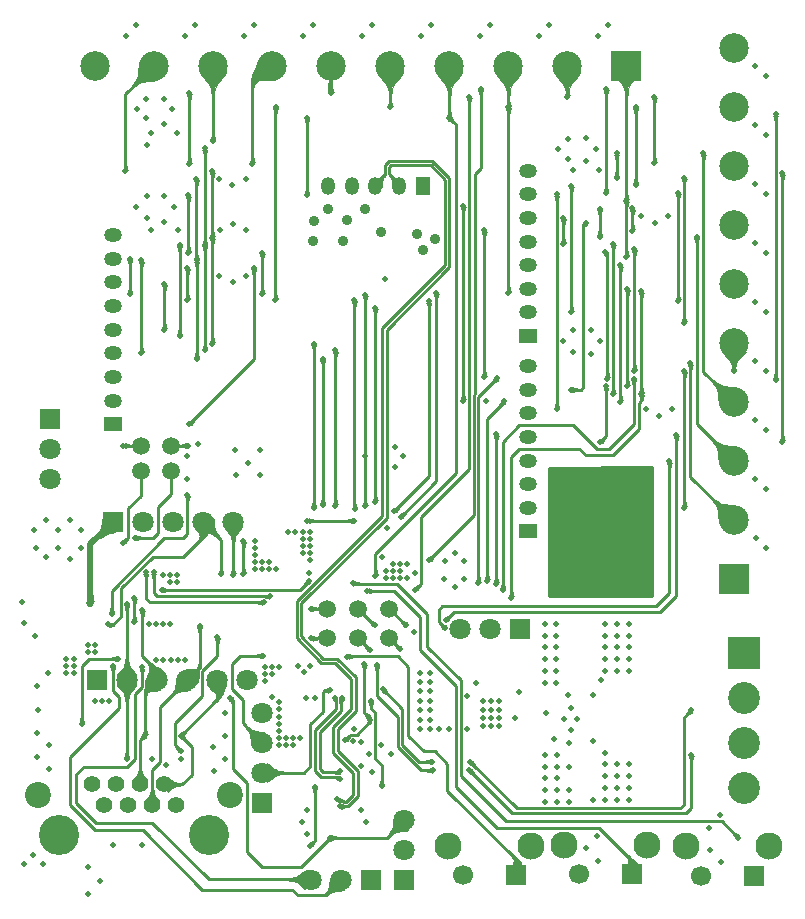
<source format=gbr>
G04 #@! TF.GenerationSoftware,KiCad,Pcbnew,5.1.9*
G04 #@! TF.CreationDate,2021-02-09T23:32:47+01:00*
G04 #@! TF.ProjectId,main_board,6d61696e-5f62-46f6-9172-642e6b696361,1*
G04 #@! TF.SameCoordinates,Original*
G04 #@! TF.FileFunction,Copper,L1,Top*
G04 #@! TF.FilePolarity,Positive*
%FSLAX46Y46*%
G04 Gerber Fmt 4.6, Leading zero omitted, Abs format (unit mm)*
G04 Created by KiCad (PCBNEW 5.1.9) date 2021-02-09 23:32:47*
%MOMM*%
%LPD*%
G01*
G04 APERTURE LIST*
G04 #@! TA.AperFunction,ComponentPad*
%ADD10C,2.500000*%
G04 #@! TD*
G04 #@! TA.AperFunction,ComponentPad*
%ADD11R,2.500000X2.500000*%
G04 #@! TD*
G04 #@! TA.AperFunction,ComponentPad*
%ADD12O,1.524000X1.200000*%
G04 #@! TD*
G04 #@! TA.AperFunction,ComponentPad*
%ADD13R,1.524000X1.200000*%
G04 #@! TD*
G04 #@! TA.AperFunction,ComponentPad*
%ADD14O,1.200000X1.524000*%
G04 #@! TD*
G04 #@! TA.AperFunction,ComponentPad*
%ADD15R,1.200000X1.524000*%
G04 #@! TD*
G04 #@! TA.AperFunction,ComponentPad*
%ADD16C,1.400000*%
G04 #@! TD*
G04 #@! TA.AperFunction,WasherPad*
%ADD17C,3.400000*%
G04 #@! TD*
G04 #@! TA.AperFunction,WasherPad*
%ADD18C,2.200000*%
G04 #@! TD*
G04 #@! TA.AperFunction,ComponentPad*
%ADD19R,1.800000X1.800000*%
G04 #@! TD*
G04 #@! TA.AperFunction,ComponentPad*
%ADD20C,1.800000*%
G04 #@! TD*
G04 #@! TA.AperFunction,ComponentPad*
%ADD21R,2.700000X2.700000*%
G04 #@! TD*
G04 #@! TA.AperFunction,ComponentPad*
%ADD22C,2.700000*%
G04 #@! TD*
G04 #@! TA.AperFunction,ComponentPad*
%ADD23R,1.700000X1.700000*%
G04 #@! TD*
G04 #@! TA.AperFunction,ComponentPad*
%ADD24C,1.700000*%
G04 #@! TD*
G04 #@! TA.AperFunction,ComponentPad*
%ADD25C,2.300000*%
G04 #@! TD*
G04 #@! TA.AperFunction,ComponentPad*
%ADD26C,0.500000*%
G04 #@! TD*
G04 #@! TA.AperFunction,SMDPad,CuDef*
%ADD27C,1.500000*%
G04 #@! TD*
G04 #@! TA.AperFunction,ViaPad*
%ADD28C,0.500000*%
G04 #@! TD*
G04 #@! TA.AperFunction,ViaPad*
%ADD29C,0.889000*%
G04 #@! TD*
G04 #@! TA.AperFunction,ViaPad*
%ADD30C,0.685800*%
G04 #@! TD*
G04 #@! TA.AperFunction,Conductor*
%ADD31C,0.254000*%
G04 #@! TD*
G04 #@! TA.AperFunction,Conductor*
%ADD32C,0.229000*%
G04 #@! TD*
G04 #@! TA.AperFunction,Conductor*
%ADD33C,0.508000*%
G04 #@! TD*
G04 #@! TA.AperFunction,NonConductor*
%ADD34C,0.254000*%
G04 #@! TD*
G04 #@! TA.AperFunction,NonConductor*
%ADD35C,0.152400*%
G04 #@! TD*
G04 #@! TA.AperFunction,Conductor*
%ADD36C,0.025400*%
G04 #@! TD*
G04 #@! TA.AperFunction,Conductor*
%ADD37C,0.152400*%
G04 #@! TD*
G04 APERTURE END LIST*
D10*
X289102800Y8337640D03*
X289102800Y3337640D03*
X289102800Y-1662360D03*
X289102800Y-6662360D03*
X289102800Y-11662360D03*
X289102800Y-16662360D03*
X289102800Y-21662360D03*
X289102800Y-26662360D03*
X289102800Y-31662360D03*
D11*
X289102800Y-36662360D03*
D10*
X235009600Y6832600D03*
X240009600Y6832600D03*
X245009600Y6832600D03*
X250009600Y6832600D03*
X255009600Y6832600D03*
X260009600Y6832600D03*
X265009600Y6832600D03*
X270009600Y6832600D03*
X275009600Y6832600D03*
D11*
X280009600Y6832600D03*
D12*
X271718600Y-2074600D03*
X271718600Y-4074600D03*
X271718600Y-6074600D03*
X271718600Y-8074600D03*
X271718600Y-10074600D03*
X271718600Y-12074600D03*
X271718600Y-14074600D03*
D13*
X271718600Y-16074600D03*
D12*
X271718600Y-18614600D03*
X271718600Y-20614600D03*
X271718600Y-22614600D03*
X271718600Y-24614600D03*
X271718600Y-28614600D03*
X271718600Y-30614600D03*
X271718600Y-26614600D03*
D13*
X271718600Y-32614600D03*
D12*
X236508600Y-7534600D03*
X236508600Y-9534600D03*
X236508600Y-11534600D03*
X236508600Y-13534600D03*
X236508600Y-19534600D03*
X236508600Y-15534600D03*
X236508600Y-17534600D03*
X236508600Y-21534600D03*
D13*
X236508600Y-23534600D03*
D14*
X254758600Y-3374600D03*
X256758600Y-3374600D03*
X258758600Y-3374600D03*
D15*
X262758600Y-3374600D03*
D14*
X260758600Y-3374600D03*
D16*
X241888200Y-55805800D03*
X239858200Y-55805800D03*
X237828200Y-55805800D03*
X235798200Y-55805800D03*
X240868200Y-54025800D03*
X238838200Y-54025800D03*
X236808200Y-54025800D03*
X234778200Y-54025800D03*
D17*
X231988200Y-58345800D03*
X244688200Y-58345800D03*
D18*
X230208200Y-54915800D03*
X246468200Y-54915800D03*
D19*
X235178600Y-45186600D03*
D20*
X237718600Y-45186600D03*
X240258600Y-45186600D03*
X242798600Y-45186600D03*
X245338600Y-45186600D03*
X247878600Y-45186600D03*
D19*
X249153680Y-55575200D03*
D20*
X249153680Y-53035200D03*
X249153680Y-50495200D03*
X249153680Y-47955200D03*
D19*
X231185720Y-23124160D03*
D20*
X231185720Y-25664160D03*
X231185720Y-28204160D03*
D19*
X271043400Y-40853360D03*
D20*
X268503400Y-40853360D03*
X265963400Y-40853360D03*
X261218680Y-57048400D03*
X261218680Y-59588400D03*
D19*
X261218680Y-62128400D03*
D21*
X289941000Y-42895520D03*
D22*
X289941000Y-46705520D03*
X289941000Y-50515520D03*
X289941000Y-54325520D03*
D19*
X236550200Y-31775400D03*
D20*
X239090200Y-31775400D03*
X241630200Y-31775400D03*
X244170200Y-31775400D03*
X246710200Y-31775400D03*
X253273560Y-62118240D03*
X255813560Y-62118240D03*
D19*
X258353560Y-62118240D03*
D23*
X270676600Y-61696720D03*
D24*
X266154600Y-61696720D03*
D25*
X271920600Y-59206720D03*
X264910600Y-59206720D03*
X285070640Y-59276880D03*
X292080640Y-59276880D03*
D24*
X286314640Y-61766880D03*
D23*
X290836640Y-61766880D03*
X280526720Y-61645920D03*
D24*
X276004720Y-61645920D03*
D25*
X281770720Y-59155920D03*
X274760720Y-59155920D03*
D26*
X275300440Y-47543680D03*
X274725440Y-48493680D03*
X275875440Y-48493680D03*
X275300440Y-49443680D03*
D27*
X254635000Y-39146480D03*
X259906279Y-39146480D03*
X259906279Y-41650920D03*
X257270639Y-39146480D03*
X257270639Y-41650920D03*
X254635000Y-41650920D03*
X238887000Y-25336500D03*
X238887000Y-27495500D03*
X241475260Y-27495500D03*
X241475260Y-25336500D03*
D28*
X246024400Y-49921160D03*
X245054120Y-50845720D03*
X231114600Y-52765960D03*
X230098600Y-49717960D03*
X230113840Y-51704240D03*
X242808760Y-28178760D03*
X230606600Y-60759340D03*
X229021640Y-60764420D03*
X229814120Y-60032900D03*
D29*
X256382480Y-6283920D03*
X254792480Y-5298440D03*
X253547880Y-6304280D03*
X257865880Y-5318760D03*
D28*
X259540000Y-11280000D03*
X231902000Y-34036000D03*
X230886000Y-34798000D03*
X229997000Y-34036000D03*
X233807000Y-34036000D03*
X232918000Y-34925000D03*
X273903440Y-50165000D03*
X277225000Y-50339500D03*
X277225000Y-55339500D03*
X278225000Y-51339500D03*
X278225000Y-52339500D03*
X278225000Y-53339500D03*
X278225000Y-54339500D03*
X278225000Y-55339500D03*
X279225000Y-52339500D03*
X279225000Y-53339500D03*
X279225000Y-54339500D03*
X279225000Y-55339500D03*
X280225000Y-52339500D03*
X280225000Y-53339500D03*
X280225000Y-54339500D03*
X280225000Y-55339500D03*
X240218520Y-43527680D03*
X240818520Y-43527680D03*
X241418520Y-43527680D03*
X242018520Y-43527680D03*
X242618520Y-43527680D03*
X232608680Y-43395040D03*
X232608680Y-43995040D03*
X232608680Y-44595040D03*
X233208680Y-43395040D03*
X233208680Y-43995040D03*
X233208680Y-44595040D03*
X234408680Y-42195040D03*
X234408680Y-42795040D03*
X235008680Y-42195040D03*
X235008680Y-42795040D03*
X235008680Y-46995040D03*
X235608680Y-46995040D03*
X236208680Y-46995040D03*
X231114600Y-50706020D03*
X236522260Y-59189620D03*
X273232880Y-47997680D03*
X262016240Y-41117520D03*
X288037160Y-60628560D03*
X287066880Y-59582080D03*
X277544360Y-58394320D03*
X277569760Y-60482200D03*
X276584240Y-59405240D03*
X242265200Y-51841400D03*
X241005360Y-52395120D03*
X239817720Y-51846480D03*
X245084600Y-52898040D03*
X246054880Y-51846480D03*
X231043480Y-44627800D03*
X230154480Y-45699680D03*
X230220520Y-47696120D03*
X243779040Y-25181560D03*
X242813840Y-26228040D03*
X249016520Y-25755600D03*
X246918480Y-25755600D03*
X249026680Y-27843480D03*
X246928640Y-27843480D03*
X229976680Y-41493440D03*
X228975920Y-40401240D03*
X266258040Y-35092640D03*
X265470640Y-34401760D03*
X264688320Y-35097720D03*
X253136400Y-36124000D03*
X252567440Y-57231280D03*
X252978920Y-56235600D03*
X252978920Y-58232040D03*
X257942080Y-57241440D03*
X258480560Y-52938680D03*
X239425480Y147320D03*
X238592360Y3185160D03*
X239318800Y2387600D03*
X239318800Y3982720D03*
X247781000Y-2783840D03*
X245516400Y-2778760D03*
X246659400Y-3317240D03*
X235417360Y-62224920D03*
X234447080Y-61026040D03*
X234452160Y-63322200D03*
D29*
X259222240Y-7218680D03*
X263773920Y-7828280D03*
X262793480Y-8752840D03*
X253522480Y-8026400D03*
X256062480Y-8026400D03*
X262248901Y-7401561D03*
D28*
X245562120Y-10972800D03*
X246705120Y-11506200D03*
X239384840Y-4170680D03*
X238511080Y-5135880D03*
X239384840Y-6075680D03*
X275056600Y574040D03*
X274223480Y-213360D03*
X275056600Y-1117600D03*
X247801310Y-10967720D03*
X283535120Y-5918200D03*
X281264360Y-5918200D03*
X282397200Y-6456680D03*
X281660600Y-22265640D03*
X275463000Y-15570200D03*
X282788360Y-22799040D03*
X274624800Y-16474440D03*
X283916120Y-22270720D03*
X275452840Y-17399000D03*
X228854000Y-38608000D03*
X231902000Y-32512000D03*
X229870000Y-32512000D03*
X230886000Y-31623000D03*
X232918000Y-31623000D03*
X273161000Y-51519840D03*
X273161000Y-52519840D03*
X273161000Y-53519840D03*
X273161000Y-54519840D03*
X273161000Y-55519840D03*
X274161000Y-51519840D03*
X274161000Y-52519840D03*
X274161000Y-53519840D03*
X274161000Y-54519840D03*
X274161000Y-55519840D03*
X275161000Y-50519840D03*
X275161000Y-52519840D03*
X275161000Y-54519840D03*
X275161000Y-55519840D03*
X273084800Y-40430960D03*
X273084800Y-41430960D03*
X273084800Y-42430960D03*
X273084800Y-43430960D03*
X273084800Y-44430960D03*
X273084800Y-45430960D03*
X274084800Y-40430960D03*
X274084800Y-41430960D03*
X274084800Y-42430960D03*
X274084800Y-43430960D03*
X274084800Y-44430960D03*
X274084800Y-45430960D03*
X275084800Y-46430960D03*
X239593680Y-40458240D03*
X240193680Y-40458240D03*
X240793680Y-40458240D03*
X241393680Y-40458240D03*
X240746840Y-36324240D03*
X241346840Y-36324240D03*
X241346840Y-36924240D03*
X241946840Y-36324240D03*
X241946840Y-36924240D03*
X257505200Y-56235600D03*
X256886832Y-50393606D03*
X233832400Y-32461200D03*
X268160500Y-21526500D03*
X247967500Y-26797000D03*
X259715000Y-32321500D03*
X262106000Y-36116000D03*
X259334000Y-34734500D03*
X267860200Y-47007200D03*
X267860200Y-47707200D03*
X267860200Y-48407200D03*
X267860200Y-49107200D03*
X268560200Y-47007200D03*
X268560200Y-47707200D03*
X268560200Y-48407200D03*
X268560200Y-49107200D03*
X269260200Y-47007200D03*
X269260200Y-47707200D03*
X269260200Y-48407200D03*
X269260200Y-49107200D03*
X267309600Y-45466000D03*
X266547600Y-46558200D03*
X266522200Y-49377600D03*
X249393000Y-44084800D03*
X249393000Y-44684800D03*
X249393000Y-45284800D03*
X249993000Y-44084800D03*
X249993000Y-44684800D03*
X250593000Y-44084800D03*
X250593000Y-47084800D03*
X250593000Y-47684800D03*
X250593000Y-48284800D03*
X250593000Y-48884800D03*
X250593000Y-49484800D03*
X250593000Y-50084800D03*
X250593000Y-50684800D03*
X251193000Y-50084800D03*
X251193000Y-50684800D03*
X251793000Y-50084800D03*
X251793000Y-50684800D03*
X252393000Y-50084800D03*
X248554800Y-33416800D03*
X248554800Y-34016800D03*
X248554800Y-34616800D03*
X248554800Y-35216800D03*
X248554800Y-35816800D03*
X249154800Y-35216800D03*
X249154800Y-35816800D03*
X249754800Y-35216800D03*
X249754800Y-35816800D03*
X250354800Y-35816800D03*
X250019820Y-46657260D03*
X239014000Y-59136280D03*
X287981280Y-56640760D03*
X287016080Y-57682160D03*
X246044720Y-48011080D03*
X265470640Y-37338000D03*
X266268200Y-36621720D03*
X257530600Y-52435760D03*
X257530600Y-50434240D03*
X258227240Y-51435680D03*
X260090920Y-51414680D03*
X259273040Y-50667920D03*
X241574320Y3190240D03*
X240847880Y3987800D03*
X242001040Y1122680D03*
X239725200Y1122680D03*
X240842800Y1910080D03*
X242036600Y-7071360D03*
X239776000Y-7071360D03*
X240904440Y-6406560D03*
X241752120Y-5140960D03*
X240903760Y-4216400D03*
X245572280Y-7071360D03*
X246700040Y-6543040D03*
X276611080Y-1264920D03*
X276580600Y711200D03*
X277434040Y-218440D03*
X277723600Y-2016760D03*
X275457920Y-2016760D03*
X247801310Y-7071360D03*
X277850600Y-45166280D03*
X277012400Y-17602200D03*
X277820120Y-16484600D03*
X276992080Y-15560040D03*
X238470440Y10266680D03*
X237617000Y9337040D03*
X243469160Y10261600D03*
X242636040Y9347200D03*
X248457720Y10271760D03*
X247629680Y9347200D03*
X253451360Y10276840D03*
X252618240Y9352280D03*
X258450080Y10256520D03*
X257611880Y9342120D03*
X263443720Y10256520D03*
X262595360Y9342120D03*
X268442440Y10266680D03*
X267589000Y9342120D03*
X273436080Y10261600D03*
X272613120Y9342120D03*
X278429720Y10256520D03*
X277596600Y9357360D03*
X260420000Y-25447300D03*
X261140000Y-26237300D03*
X260420000Y-27157300D03*
X290902000Y6815000D03*
X291812000Y5975000D03*
X290892000Y1805000D03*
X291822000Y975000D03*
X290882000Y-3185000D03*
X291812000Y-4045000D03*
X290892000Y-8195000D03*
X291812000Y-9055000D03*
X290892000Y-13185000D03*
X291812000Y-14025000D03*
X290902000Y-18195000D03*
X291812000Y-19035000D03*
X290902000Y-23185000D03*
X290892000Y-28195000D03*
X291812000Y-29045000D03*
X291022000Y-33195000D03*
X291812000Y-34025000D03*
X264560000Y-36620000D03*
X277214840Y-46436040D03*
X278214840Y-40436040D03*
X278214840Y-41436040D03*
X278214840Y-42436040D03*
X278214840Y-43436040D03*
X278214840Y-44436040D03*
X279214840Y-40436040D03*
X279214840Y-41436040D03*
X279214840Y-42436040D03*
X279214840Y-43436040D03*
X279214840Y-44436040D03*
X280214840Y-40436040D03*
X280214840Y-41436040D03*
X280214840Y-42436040D03*
X280214840Y-43436040D03*
X280214840Y-44436040D03*
X291846000Y-24028400D03*
X251394520Y-32639560D03*
X251994520Y-32639560D03*
X252594520Y-32639560D03*
X252594520Y-33239560D03*
X252594520Y-33839560D03*
X252594520Y-34439560D03*
X253194520Y-32639560D03*
X253194520Y-33239560D03*
X253194520Y-33839560D03*
X253194520Y-34439560D03*
X253194520Y-35039560D03*
X262554520Y-44556480D03*
X262554520Y-45356480D03*
X262554520Y-46156480D03*
X262554520Y-46956480D03*
X262554520Y-47756480D03*
X262554520Y-48556480D03*
X262554520Y-49356480D03*
X263354520Y-44556480D03*
X263354520Y-45356480D03*
X263354520Y-46156480D03*
X263354520Y-46956480D03*
X263354520Y-47756480D03*
X263354520Y-48556480D03*
X263354520Y-49356480D03*
X264154520Y-49356480D03*
X264954520Y-49356480D03*
X259680000Y-35928000D03*
X259680000Y-36528000D03*
X260280000Y-35328000D03*
X260280000Y-35928000D03*
X260280000Y-36528000D03*
X260880000Y-35328000D03*
X260880000Y-35928000D03*
X260880000Y-36528000D03*
X261480000Y-35328000D03*
X261480000Y-36528000D03*
X252188600Y-44003850D03*
X252688600Y-44503850D03*
X253188600Y-44003850D03*
X253644400Y-46685200D03*
X252907800Y-46685200D03*
X270950000Y-46200000D03*
X270560800Y-48412400D03*
X289496500Y-58547000D03*
X256857502Y-36957000D03*
X256920000Y-31710000D03*
X253010000Y-31710000D03*
X243880640Y-40614600D03*
X237708440Y-51836320D03*
X237723680Y-38745160D03*
X242285520Y-49890680D03*
X239262920Y-49834800D03*
X239019080Y-39278560D03*
X274120000Y-22270000D03*
X274120000Y-4080000D03*
X274670000Y-6080000D03*
X274670000Y-8290000D03*
X278890000Y-8290000D03*
X278890000Y-20970000D03*
X278210000Y-8990000D03*
X278386000Y-19670000D03*
X279510000Y-10070000D03*
X279510000Y-21620000D03*
X280090000Y-12080000D03*
X280090000Y-20320000D03*
X275356320Y-3322320D03*
X275356320Y-14071600D03*
X242183920Y-8371840D03*
X242183920Y-16052800D03*
X276595840Y-6456680D03*
X275330920Y-20614640D03*
X253286260Y-39149020D03*
X284920000Y-30610000D03*
X284920000Y-19020000D03*
X237982760Y-9545320D03*
X237982760Y-12496800D03*
X249168920Y-12496800D03*
X249168920Y-9022080D03*
X284392560Y-13081000D03*
X284392560Y-3967480D03*
X284896560Y-14930120D03*
X284896560Y-2667000D03*
X280527760Y-7147560D03*
X280527760Y-5267960D03*
X267970000Y-7112000D03*
X267970000Y-19537680D03*
X240898680Y-15534640D03*
X240898680Y-11658600D03*
X238958120Y-17536160D03*
X238958120Y-9667240D03*
X266192000Y-5029200D03*
X266192000Y-21534120D03*
X248472960Y-10312400D03*
X242977440Y-23534600D03*
X255760760Y-55886960D03*
X255524000Y-55232960D03*
X280009600Y-4617720D03*
X280010000Y-9380000D03*
X263300000Y-13130000D03*
X260380000Y-30870000D03*
X270017240Y3312160D03*
X280797000Y3317240D03*
X280796956Y-3251156D03*
X270020000Y-12430000D03*
X263900000Y-12430000D03*
X260890641Y-31370000D03*
X275010880Y4191000D03*
X282387040Y4191000D03*
X282387040Y-1457960D03*
X266700000Y4210000D03*
X262128000Y-37528500D03*
X242849400Y-10322560D03*
X242849400Y-13035280D03*
X250301760Y-13035280D03*
X250306840Y3332480D03*
X260009640Y3337560D03*
X256980000Y-13030000D03*
X257040000Y-30740000D03*
X242925600Y-9022080D03*
X242930680Y-4145280D03*
X252968760Y-4145280D03*
X252973840Y2402840D03*
X265013440Y2397760D03*
X258762500Y-36385500D03*
X256382200Y-43212700D03*
X248345960Y-1478280D03*
X255010920Y4516120D03*
X242996720Y4516120D03*
X242996720Y-1488440D03*
X245009600Y478720D03*
X237586520Y-2123440D03*
X286530000Y-600000D03*
X279180000Y-600000D03*
X279180000Y-2660000D03*
X284226000Y-24447500D03*
X264710000Y-40124000D03*
X278287480Y-3967480D03*
X278297640Y4856480D03*
X267670000Y4860000D03*
X263310000Y-35020000D03*
X277760000Y-5270000D03*
X277760000Y-7670000D03*
X285970000Y-7670000D03*
X283654500Y-26670000D03*
X264634980Y-40800020D03*
X285430000Y-18370000D03*
X289102000Y-19035000D03*
X280630000Y-19670000D03*
X269557500Y-37528500D03*
X281280000Y-20970000D03*
X281280000Y-12290000D03*
X270263000Y-38220000D03*
X280680000Y-19020000D03*
X280680000Y-8690000D03*
X267462000Y-36957000D03*
X269049500Y-19621500D03*
X278290000Y-20320000D03*
X293220000Y-25000000D03*
X293220000Y-2300000D03*
X277782000Y-25052000D03*
X268986000Y-24384000D03*
X268986000Y-37020488D03*
X292640000Y2700000D03*
X292640000Y-19780000D03*
X268224000Y-36766500D03*
X269684500Y-21578758D03*
X254889000Y-46075600D03*
X249241000Y-43124000D03*
X249316240Y-38616000D03*
X239334038Y-36073080D03*
X249880120Y-38105080D03*
X239979200Y-36073080D03*
X256946400Y-49334789D03*
X254934721Y-58541925D03*
X246443500Y-46736000D03*
D30*
X234609640Y-38694360D03*
D28*
X236082840Y-40487600D03*
X245689120Y-36255960D03*
X246710200Y-36276280D03*
X242851940Y-29499560D03*
X236443520Y-39580820D03*
X239003840Y-44129960D03*
X253629160Y-54208680D03*
X253202440Y-59202320D03*
X236545120Y-44019280D03*
X253342140Y-41648380D03*
X240665004Y-37566600D03*
X253136400Y-36779200D03*
X258086327Y-37647347D03*
X285490000Y-47750000D03*
X259382260Y-45993238D03*
X266768580Y-52113180D03*
X263565201Y-52093299D03*
X285490000Y-51550000D03*
X266730000Y-52830000D03*
X263644380Y-52826920D03*
X258882200Y-43886440D03*
X257890000Y-12580000D03*
X257890000Y-30490000D03*
X257890000Y-26237300D03*
X258740000Y-13660000D03*
X258740000Y-30100000D03*
X242265200Y-51191160D03*
X238343440Y-40299640D03*
X245384320Y-41559480D03*
X238343440Y-38206680D03*
X233908600Y-48925480D03*
X236931200Y-43398440D03*
X256214880Y-50292000D03*
X258265029Y-48387000D03*
X257810000Y-43815000D03*
X258389120Y-46959520D03*
X259283200Y-54203600D03*
X243616480Y-2778760D03*
X243626640Y-9667240D03*
X243630000Y-17990000D03*
X254317500Y-30353000D03*
X254298000Y-17990000D03*
X244947440Y-2133600D03*
X244942360Y-7726680D03*
X244940000Y-16710000D03*
X253555500Y-30607000D03*
X253546000Y-16710000D03*
X244327680Y-177800D03*
X244327680Y-8371840D03*
X244330000Y-17290000D03*
X255379000Y-17290000D03*
X255378190Y-30416500D03*
X255305200Y-46680120D03*
X255760760Y-53540000D03*
X255959200Y-46680120D03*
X255760760Y-52886000D03*
X247594120Y-33436560D03*
X247594120Y-36240718D03*
X261381241Y-40553640D03*
X260886210Y-42575480D03*
X258691380Y-40540940D03*
X258279900Y-42661840D03*
X237431580Y-25339040D03*
X237385860Y-33558480D03*
X238389160Y-33154620D03*
X242862100Y-25339040D03*
D31*
X263144000Y-39624000D02*
X260552001Y-37032001D01*
X266010000Y-45220500D02*
X263144000Y-42354500D01*
X266010000Y-53360000D02*
X266010000Y-45220500D01*
X260552001Y-37032001D02*
X256932503Y-37032001D01*
X269800000Y-57150000D02*
X266010000Y-53360000D01*
X288099500Y-57150000D02*
X269800000Y-57150000D01*
X289496500Y-58547000D02*
X288099500Y-57150000D01*
X256932503Y-37032001D02*
X256857502Y-36957000D01*
X263144000Y-42354500D02*
X263144000Y-39624000D01*
X256900000Y-31690000D02*
X256920000Y-31710000D01*
X253010000Y-31710000D02*
X256920000Y-31710000D01*
X242798600Y-45186600D02*
X243890800Y-44094400D01*
X243890800Y-40624760D02*
X243880640Y-40614600D01*
X243890800Y-44094400D02*
X243890800Y-40624760D01*
X240798350Y-47186850D02*
X242798600Y-45186600D01*
X240538000Y-47447200D02*
X240798350Y-47186850D01*
X239858200Y-52796358D02*
X240538000Y-52116558D01*
X240538000Y-52116558D02*
X240538000Y-47447200D01*
X239858200Y-55805800D02*
X239858200Y-52796358D01*
X237718600Y-51826160D02*
X237708440Y-51836320D01*
X237718600Y-45186600D02*
X237718600Y-51826160D01*
X237718600Y-38750240D02*
X237723680Y-38745160D01*
X237718600Y-45186600D02*
X237718600Y-38750240D01*
X245257320Y-45105320D02*
X245338600Y-45186600D01*
X245338600Y-46837600D02*
X242285520Y-49890680D01*
X245338600Y-45186600D02*
X245338600Y-46837600D01*
X243250720Y-50855880D02*
X242285520Y-49890680D01*
X243250720Y-53202840D02*
X243250720Y-50855880D01*
X242427760Y-54025800D02*
X243250720Y-53202840D01*
X240868200Y-54025800D02*
X242427760Y-54025800D01*
X240258600Y-45186600D02*
X239262920Y-46182280D01*
X239262920Y-46182280D02*
X239262920Y-49834800D01*
X238838200Y-54025800D02*
X238838200Y-50259520D01*
X238838200Y-50259520D02*
X239262920Y-49834800D01*
X240258600Y-45186600D02*
X240258600Y-44429680D01*
X239019080Y-43190160D02*
X239019080Y-39278560D01*
X240258600Y-44429680D02*
X239019080Y-43190160D01*
X274120000Y-22270000D02*
X274120000Y-4080000D01*
X274670000Y-6080000D02*
X274670000Y-8290000D01*
X278890000Y-8290000D02*
X278890000Y-20970000D01*
X278386000Y-9166000D02*
X278386000Y-19670000D01*
X278210000Y-8990000D02*
X278386000Y-9166000D01*
X279510000Y-10070000D02*
X279510000Y-21620000D01*
X280090000Y-12080000D02*
X280090000Y-20320000D01*
X275356320Y-3322320D02*
X275356320Y-14071600D01*
X242183920Y-8371840D02*
X242183920Y-16052800D01*
X276345841Y-6706679D02*
X276345841Y-20415441D01*
X276595840Y-6456680D02*
X276345841Y-6706679D01*
X276146642Y-20614640D02*
X275330920Y-20614640D01*
X276345841Y-20415441D02*
X276146642Y-20614640D01*
X254632460Y-39149020D02*
X254635000Y-39146480D01*
X253286260Y-39149020D02*
X254632460Y-39149020D01*
X284920000Y-30610000D02*
X284920000Y-19020000D01*
X237982760Y-9545320D02*
X237982760Y-12496800D01*
X249168920Y-12496800D02*
X249168920Y-9022080D01*
X284392560Y-13081000D02*
X284392560Y-3967480D01*
X284896560Y-14930120D02*
X284896560Y-2667000D01*
X280527760Y-7147560D02*
X280527760Y-5267960D01*
X267970000Y-7112000D02*
X267970000Y-19537680D01*
X240898680Y-15534640D02*
X240898680Y-11658600D01*
X238958120Y-17536160D02*
X238958120Y-9667240D01*
X266192000Y-5029200D02*
X266192000Y-21534120D01*
X248472960Y-18039080D02*
X248472960Y-10312400D01*
X242977440Y-23534600D02*
X248472960Y-18039080D01*
D32*
X259716000Y-15574822D02*
X259716000Y-31448322D01*
X265037300Y-2679118D02*
X265037300Y-10253522D01*
X259716000Y-31448322D02*
X252474460Y-38689862D01*
X265037300Y-10253522D02*
X259716000Y-15574822D01*
X258758600Y-3374600D02*
X258758600Y-3212600D01*
X257112500Y-47831322D02*
X255588500Y-49355322D01*
X263594162Y-1235980D02*
X265037300Y-2679118D01*
X255588500Y-49355322D02*
X255588500Y-51228678D01*
X259940478Y-1235980D02*
X263594162Y-1235980D01*
X256466652Y-55869840D02*
X255777880Y-55869840D01*
X259567100Y-1609358D02*
X259940478Y-1235980D01*
X258758600Y-3212600D02*
X259567100Y-2404100D01*
X259567100Y-2404100D02*
X259567100Y-1609358D01*
X252474460Y-41505558D02*
X254340942Y-43372040D01*
X254340942Y-43372040D02*
X255539962Y-43372040D01*
X255539962Y-43372040D02*
X257112500Y-44944578D01*
X257112500Y-44944578D02*
X257112500Y-47831322D01*
X255588500Y-51228678D02*
X257288448Y-52928626D01*
X257288448Y-52928626D02*
X257288448Y-55048044D01*
X257288448Y-55048044D02*
X256466652Y-55869840D01*
X252474460Y-38689862D02*
X252474460Y-41505558D01*
X255777880Y-55869840D02*
X255760760Y-55886960D01*
X255996681Y-55395459D02*
X255686499Y-55395459D01*
X256905448Y-54889400D02*
X256308008Y-55486840D01*
X256905448Y-53087270D02*
X256905448Y-54889400D01*
X255205500Y-51387322D02*
X256905448Y-53087270D01*
X255686499Y-55395459D02*
X255524000Y-55232960D01*
X256729500Y-45103222D02*
X256729500Y-47672678D01*
X255381318Y-43755040D02*
X256729500Y-45103222D01*
X259333000Y-15416178D02*
X259333000Y-31289678D01*
X264654300Y-10094878D02*
X259333000Y-15416178D01*
X264654300Y-2837762D02*
X264654300Y-10094878D01*
X256088062Y-55486840D02*
X255996681Y-55395459D01*
X255205500Y-49196678D02*
X255205500Y-51387322D01*
X256729500Y-47672678D02*
X255205500Y-49196678D01*
X260758600Y-3374600D02*
X260758600Y-3212600D01*
X254182298Y-43755040D02*
X255381318Y-43755040D01*
X260099122Y-1618980D02*
X263435518Y-1618980D01*
X260758600Y-3212600D02*
X259929600Y-2383600D01*
X252091460Y-41664202D02*
X254182298Y-43755040D01*
X259333000Y-31289678D02*
X252091460Y-38531218D01*
X259929600Y-2383600D02*
X259929600Y-1788502D01*
X252091460Y-38531218D02*
X252091460Y-41664202D01*
X259929600Y-1788502D02*
X260099122Y-1618980D01*
X256308008Y-55486840D02*
X256088062Y-55486840D01*
X263435518Y-1618980D02*
X264654300Y-2837762D01*
D31*
X280009600Y6832600D02*
X280009600Y-4617720D01*
X280009600Y-9379600D02*
X280010000Y-9380000D01*
X280009600Y-4617720D02*
X280009600Y-9379600D01*
X263300000Y-27950000D02*
X260380000Y-30870000D01*
X263300000Y-13130000D02*
X263300000Y-27950000D01*
X270017240Y6824960D02*
X270009600Y6832600D01*
X270017240Y3312160D02*
X270017240Y6824960D01*
X280797000Y-3251112D02*
X280796956Y-3251156D01*
X280797000Y3317240D02*
X280797000Y-3251112D01*
X270017240Y-12427240D02*
X270020000Y-12430000D01*
X270017240Y3312160D02*
X270017240Y-12427240D01*
X263900000Y-28360641D02*
X260890641Y-31370000D01*
X263900000Y-12430000D02*
X263900000Y-28360641D01*
X275009600Y4192280D02*
X275010880Y4191000D01*
X275009600Y6832600D02*
X275009600Y4192280D01*
X282387040Y4191000D02*
X282387040Y-1457960D01*
X262610000Y-37046500D02*
X262128000Y-37528500D01*
X262610000Y-31395000D02*
X262610000Y-37046500D01*
X266700000Y-27305000D02*
X262610000Y-31395000D01*
X266700000Y4210000D02*
X266700000Y-27305000D01*
X242849400Y-10322560D02*
X242849400Y-13035280D01*
X250301760Y3327400D02*
X250306840Y3332480D01*
X250301760Y-13035280D02*
X250301760Y3327400D01*
X260009640Y6832560D02*
X260009600Y6832600D01*
X260009640Y3337560D02*
X260009640Y6832560D01*
X256980000Y-30680000D02*
X257040000Y-30740000D01*
X256980000Y-13030000D02*
X256980000Y-30680000D01*
X242925600Y-4150360D02*
X242930680Y-4145280D01*
X242925600Y-9022080D02*
X242925600Y-4150360D01*
X252968760Y2397760D02*
X252973840Y2402840D01*
X252968760Y-4145280D02*
X252968760Y2397760D01*
X265013440Y6828760D02*
X265009600Y6832600D01*
X265013440Y2397760D02*
X265013440Y6828760D01*
X265013440Y2397760D02*
X265557000Y1854200D01*
X265557000Y1854200D02*
X265557000Y-27686000D01*
X265557000Y-27686000D02*
X260921500Y-32321500D01*
X260921500Y-32321500D02*
X260822440Y-32420560D01*
X258762500Y-34480500D02*
X258762500Y-36385500D01*
X260921500Y-32321500D02*
X258762500Y-34480500D01*
X270676600Y-60364600D02*
X270676600Y-61696720D01*
X264861040Y-54549040D02*
X270676600Y-60364600D01*
X264861040Y-52263040D02*
X264861040Y-54549040D01*
X263839960Y-51241960D02*
X264861040Y-52263040D01*
X262887460Y-51241960D02*
X263839960Y-51241960D01*
X261556500Y-44069000D02*
X261556500Y-49911000D01*
X260653341Y-43165841D02*
X261556500Y-44069000D01*
X256429059Y-43165841D02*
X260653341Y-43165841D01*
X261556500Y-49911000D02*
X262887460Y-51241960D01*
X256382200Y-43212700D02*
X256429059Y-43165841D01*
X250009600Y6832600D02*
X248345960Y5168960D01*
X248345960Y5168960D02*
X248345960Y-1478280D01*
X255009600Y4517440D02*
X255010920Y4516120D01*
X255009600Y6832600D02*
X255009600Y4517440D01*
X242996720Y4516120D02*
X242996720Y-1488440D01*
X245009600Y478720D02*
X245008400Y477520D01*
X245009600Y6832600D02*
X245009600Y478720D01*
X240009600Y6832600D02*
X237591600Y4414600D01*
X237591600Y-2118360D02*
X237586520Y-2123440D01*
X237591600Y4414600D02*
X237591600Y-2118360D01*
X279180000Y-600000D02*
X279180000Y-2660000D01*
X286530000Y-19089560D02*
X289102800Y-21662360D01*
X286530000Y-18306000D02*
X286530000Y-19089560D01*
X286530000Y-18306000D02*
X286530000Y-600000D01*
X284226000Y-38036500D02*
X284226000Y-24447500D01*
X282842500Y-39420000D02*
X284226000Y-38036500D01*
X265414000Y-39420000D02*
X282842500Y-39420000D01*
X264710000Y-40124000D02*
X265414000Y-39420000D01*
X278287480Y4846320D02*
X278297640Y4856480D01*
X278287480Y-3967480D02*
X278287480Y4846320D01*
X263559999Y-34770001D02*
X263310000Y-35020000D01*
X267088978Y-21063260D02*
X267088978Y-31241022D01*
X267208000Y-2322000D02*
X267208000Y-20944238D01*
X267088978Y-31241022D02*
X263559999Y-34770001D01*
X267670000Y-1860000D02*
X267208000Y-2322000D01*
X267208000Y-20944238D02*
X267088978Y-21063260D01*
X267670000Y4860000D02*
X267670000Y-1860000D01*
X277760000Y-5270000D02*
X277760000Y-7670000D01*
X285970000Y-23529560D02*
X289102800Y-26662360D01*
X285970000Y-23207000D02*
X285970000Y-23529560D01*
X285970000Y-7670000D02*
X285970000Y-23207000D01*
X271364901Y-38959599D02*
X270171101Y-38959599D01*
X270171101Y-38959599D02*
X269749079Y-38959599D01*
X264119360Y-40284400D02*
X264634980Y-40800020D01*
X264119360Y-39270940D02*
X264119360Y-40284400D01*
X264430701Y-38959599D02*
X264119360Y-39270940D01*
X270171101Y-38959599D02*
X264430701Y-38959599D01*
X283654500Y-26670000D02*
X283654500Y-37810440D01*
X282505341Y-38959599D02*
X271364901Y-38959599D01*
X283654500Y-37810440D02*
X282505341Y-38959599D01*
X285430000Y-26355000D02*
X285430000Y-27989560D01*
X285430000Y-27989560D02*
X289102800Y-31662360D01*
X285430000Y-18370000D02*
X285430000Y-26355000D01*
X289102000Y-16663160D02*
X289102800Y-16662360D01*
X289102000Y-19035000D02*
X289102000Y-16663160D01*
X269557500Y-25019000D02*
X269557500Y-37528500D01*
X275463000Y-23622000D02*
X270954500Y-23622000D01*
X277495000Y-25654000D02*
X275463000Y-23622000D01*
X278526000Y-25654000D02*
X277495000Y-25654000D01*
X280630000Y-23550000D02*
X278526000Y-25654000D01*
X280630000Y-19670000D02*
X280630000Y-23550000D01*
X270954500Y-23622000D02*
X269557500Y-25019000D01*
X281280000Y-20970000D02*
X281280000Y-12290000D01*
X270263000Y-37281500D02*
X270263000Y-38220000D01*
X270954500Y-25590500D02*
X270263000Y-26282000D01*
X270263000Y-26282000D02*
X270263000Y-37281500D01*
X276606000Y-26162000D02*
X276034500Y-25590500D01*
X278848000Y-26162000D02*
X276606000Y-26162000D01*
X281090000Y-23920000D02*
X278848000Y-26162000D01*
X281090000Y-21720000D02*
X281090000Y-23920000D01*
X281280000Y-21530000D02*
X281090000Y-21720000D01*
X276034500Y-25590500D02*
X270954500Y-25590500D01*
X281280000Y-20970000D02*
X281280000Y-21530000D01*
X280680000Y-19020000D02*
X280680000Y-8690000D01*
X269049500Y-19641568D02*
X269049500Y-19621500D01*
X267469989Y-21221079D02*
X269049500Y-19641568D01*
X267469989Y-36949011D02*
X267469989Y-21221079D01*
X267462000Y-36957000D02*
X267469989Y-36949011D01*
X293220000Y-25000000D02*
X293220000Y-2300000D01*
X278290000Y-20320000D02*
X278290000Y-24544000D01*
X277782000Y-25052000D02*
X278290000Y-24544000D01*
X268986000Y-24384000D02*
X268986000Y-37020488D01*
X292640000Y2700000D02*
X292640000Y-19780000D01*
X268224000Y-23050500D02*
X269367000Y-21907500D01*
X268224000Y-36766500D02*
X268224000Y-23050500D01*
X269367000Y-21907500D02*
X269557500Y-21717000D01*
X269684500Y-21590000D02*
X269684500Y-21578758D01*
X269557500Y-21717000D02*
X269684500Y-21590000D01*
X253263400Y-52476400D02*
X253263400Y-48925480D01*
X252704600Y-53035200D02*
X253263400Y-52476400D01*
X249153680Y-53035200D02*
X252704600Y-53035200D01*
X254294640Y-47894240D02*
X254294640Y-46238160D01*
X253263400Y-48925480D02*
X254294640Y-47894240D01*
X254457200Y-46075600D02*
X254889000Y-46075600D01*
X254294640Y-46238160D02*
X254457200Y-46075600D01*
X249153680Y-50495200D02*
X247523000Y-48864520D01*
X247523000Y-48864520D02*
X247523000Y-46863000D01*
X247523000Y-46863000D02*
X246583200Y-45923200D01*
X247274200Y-43124000D02*
X249241000Y-43124000D01*
X246583200Y-43815000D02*
X247274200Y-43124000D01*
X246583200Y-45923200D02*
X246583200Y-43815000D01*
X239334038Y-38293038D02*
X239334038Y-36073080D01*
X239657000Y-38616000D02*
X239334038Y-38293038D01*
X249316240Y-38616000D02*
X239657000Y-38616000D01*
X239979200Y-37795200D02*
X239979200Y-36073080D01*
X240289080Y-38105080D02*
X239979200Y-37795200D01*
X249880120Y-38105080D02*
X240289080Y-38105080D01*
X259725155Y-58541925D02*
X261218680Y-57048400D01*
X254934721Y-58541925D02*
X259725155Y-58541925D01*
X249151140Y-61000640D02*
X252476006Y-61000640D01*
X252476006Y-61000640D02*
X254934721Y-58541925D01*
X247904000Y-59753500D02*
X249151140Y-61000640D01*
X246693499Y-52700999D02*
X247904000Y-53911500D01*
X246693499Y-46985999D02*
X246693499Y-52700999D01*
X247904000Y-53911500D02*
X247904000Y-59753500D01*
X246443500Y-46736000D02*
X246693499Y-46985999D01*
D33*
X234609640Y-33715960D02*
X236550200Y-31775400D01*
X234609640Y-38694360D02*
X234609640Y-33715960D01*
D31*
X244170200Y-31775400D02*
X245689120Y-33294320D01*
X245689120Y-33294320D02*
X245689120Y-36255960D01*
X242483892Y-34734500D02*
X244170200Y-33048192D01*
X244170200Y-33048192D02*
X244170200Y-31775400D01*
X237219679Y-37441517D02*
X239926696Y-34734500D01*
X239926696Y-34734500D02*
X242483892Y-34734500D01*
X237219679Y-39814781D02*
X237219679Y-37441517D01*
X236546860Y-40487600D02*
X237219679Y-39814781D01*
X236082840Y-40487600D02*
X236546860Y-40487600D01*
X246710200Y-31775400D02*
X246710200Y-36276280D01*
X236443520Y-37622480D02*
X236443520Y-39580820D01*
X242509040Y-33207960D02*
X240858040Y-33207960D01*
X240858040Y-33207960D02*
X236443520Y-37622480D01*
X242851940Y-32865060D02*
X242509040Y-33207960D01*
X242851940Y-29499560D02*
X242851940Y-32865060D01*
X250037590Y-62052190D02*
X250728470Y-62052190D01*
X250037590Y-62052190D02*
X253207510Y-62052190D01*
X253629160Y-58775600D02*
X253202440Y-59202320D01*
X253629160Y-54208680D02*
X253629160Y-58775600D01*
X244683270Y-62052190D02*
X250037590Y-62052190D01*
X239890300Y-57259220D02*
X244683270Y-62052190D01*
X235145580Y-57259220D02*
X239890300Y-57259220D01*
X234086400Y-52552600D02*
X233456480Y-53182520D01*
X237738082Y-52552600D02*
X234086400Y-52552600D01*
X238414560Y-51876122D02*
X237738082Y-52552600D01*
X238414560Y-46380400D02*
X238414560Y-51876122D01*
X239003840Y-45791120D02*
X238414560Y-46380400D01*
X233456480Y-55570120D02*
X235145580Y-57259220D01*
X233456480Y-53182520D02*
X233456480Y-55570120D01*
X239003840Y-44129960D02*
X239003840Y-45791120D01*
X255808480Y-62489080D02*
X255823720Y-62489080D01*
X254508000Y-63423800D02*
X255813560Y-62118240D01*
X244088920Y-62928500D02*
X251680980Y-62928500D01*
X239072420Y-57912000D02*
X244088920Y-62928500D01*
X235041440Y-57912000D02*
X239072420Y-57912000D01*
X232872280Y-55742840D02*
X235041440Y-57912000D01*
X232872280Y-51704240D02*
X232872280Y-55742840D01*
X252176280Y-63423800D02*
X254508000Y-63423800D01*
X251680980Y-62928500D02*
X252176280Y-63423800D01*
X237045500Y-47531020D02*
X232872280Y-51704240D01*
X237045500Y-46609000D02*
X237045500Y-47531020D01*
X236545120Y-46108620D02*
X237045500Y-46609000D01*
X236545120Y-44019280D02*
X236545120Y-46108620D01*
X254632460Y-41648380D02*
X254635000Y-41650920D01*
X253342140Y-41648380D02*
X254632460Y-41648380D01*
X252349000Y-37566600D02*
X253136400Y-36779200D01*
X240665004Y-37566600D02*
X252349000Y-37566600D01*
X269041500Y-57721500D02*
X265610000Y-54290000D01*
X260374517Y-37647347D02*
X258086327Y-37647347D01*
X277706300Y-57721500D02*
X269041500Y-57721500D01*
X280526720Y-61645920D02*
X280526720Y-60541920D01*
X280526720Y-60541920D02*
X277706300Y-57721500D01*
X262572500Y-39845330D02*
X260374517Y-37647347D01*
X265610000Y-54290000D02*
X265610000Y-45709500D01*
X265610000Y-45709500D02*
X262572500Y-42672000D01*
X262572500Y-42672000D02*
X262572500Y-39845330D01*
X284571010Y-56058990D02*
X270714390Y-56058990D01*
X284870000Y-48370000D02*
X284870000Y-55760000D01*
X270714390Y-56058990D02*
X266768580Y-52113180D01*
X284870000Y-55760000D02*
X284571010Y-56058990D01*
X285490000Y-47750000D02*
X284870000Y-48370000D01*
X262436127Y-52093299D02*
X263565201Y-52093299D01*
X259382260Y-45993238D02*
X261048510Y-47659488D01*
X261048510Y-47659488D02*
X261048510Y-50705682D01*
X261048510Y-50705682D02*
X262436127Y-52093299D01*
X285490000Y-51550000D02*
X285490000Y-56010000D01*
X285490000Y-56010000D02*
X285060000Y-56440000D01*
X285060000Y-56440000D02*
X270340000Y-56440000D01*
X270340000Y-56440000D02*
X266730000Y-52830000D01*
X258878259Y-43890381D02*
X258882200Y-43886440D01*
X258878259Y-46534259D02*
X258878259Y-43890381D01*
X260667500Y-48323500D02*
X260667500Y-50863500D01*
X260667500Y-48323500D02*
X258878259Y-46534259D01*
X262630920Y-52826920D02*
X263644380Y-52826920D01*
X260667500Y-50863500D02*
X262630920Y-52826920D01*
X257890000Y-30530000D02*
X257890000Y-30490000D01*
X257890000Y-23710000D02*
X257890000Y-30530000D01*
X257890000Y-12580000D02*
X257890000Y-23710000D01*
X258740000Y-13660000D02*
X258740000Y-30100000D01*
X245384320Y-41559480D02*
X245384320Y-43154600D01*
X245384320Y-43154600D02*
X244088920Y-44450000D01*
X244088920Y-44450000D02*
X244088920Y-46558200D01*
X241781519Y-50707479D02*
X242265200Y-51191160D01*
X241781519Y-48865601D02*
X241781519Y-50707479D01*
X244088920Y-46558200D02*
X241781519Y-48865601D01*
X238343440Y-40299640D02*
X238343440Y-38206680D01*
X233908600Y-48925480D02*
X233908600Y-43974527D01*
X233908600Y-43974527D02*
X234484687Y-43398440D01*
X234484687Y-43398440D02*
X236931200Y-43398440D01*
X257810000Y-47931971D02*
X258265029Y-48387000D01*
X256214880Y-50292000D02*
X256668081Y-49838799D01*
X257166783Y-49838799D02*
X258265029Y-48740553D01*
X258265029Y-48740553D02*
X258265029Y-48387000D01*
X256668081Y-49838799D02*
X257166783Y-49838799D01*
X257810000Y-43815000D02*
X257810000Y-47931971D01*
X259339080Y-54259480D02*
X259283200Y-54203600D01*
X258769039Y-51860639D02*
X259283200Y-52374800D01*
X258769039Y-47949039D02*
X258769039Y-51860639D01*
X258389120Y-47569120D02*
X258769039Y-47949039D01*
X258389120Y-46959520D02*
X258389120Y-47569120D01*
X259283200Y-52374800D02*
X259283200Y-54203600D01*
X243616480Y-9657080D02*
X243626640Y-9667240D01*
X243616480Y-2778760D02*
X243616480Y-9657080D01*
X243626640Y-17986640D02*
X243630000Y-17990000D01*
X243626640Y-9667240D02*
X243626640Y-17986640D01*
X254317500Y-18009500D02*
X254298000Y-17990000D01*
X254317500Y-30353000D02*
X254317500Y-18009500D01*
X244947440Y-7721600D02*
X244942360Y-7726680D01*
X244947440Y-2133600D02*
X244947440Y-7721600D01*
X244942360Y-16707640D02*
X244940000Y-16710000D01*
X244942360Y-7726680D02*
X244942360Y-16707640D01*
X253555500Y-30607000D02*
X253555500Y-16719500D01*
X253555500Y-16719500D02*
X253546000Y-16710000D01*
X244327680Y-177800D02*
X244327680Y-8371840D01*
X244327680Y-17287680D02*
X244330000Y-17290000D01*
X244327680Y-8371840D02*
X244327680Y-17287680D01*
X255379000Y-17290000D02*
X255379000Y-30415690D01*
X255379000Y-30415690D02*
X255378190Y-30416500D01*
D32*
X255440700Y-46815620D02*
X255440700Y-47645758D01*
X255305200Y-46680120D02*
X255440700Y-46815620D01*
X253681500Y-49404958D02*
X253681500Y-52911322D01*
X255440700Y-47645758D02*
X253681500Y-49404958D01*
X253681500Y-52911322D02*
X254174678Y-53404500D01*
X254174678Y-53404500D02*
X255625260Y-53404500D01*
X255625260Y-53404500D02*
X255760760Y-53540000D01*
X254064500Y-49563602D02*
X254064500Y-52752678D01*
X255823700Y-47804402D02*
X254064500Y-49563602D01*
X255823700Y-46815620D02*
X255823700Y-47804402D01*
X255959200Y-46680120D02*
X255823700Y-46815620D01*
X254064500Y-52752678D02*
X254333322Y-53021500D01*
X255625260Y-53021500D02*
X255760760Y-52886000D01*
X254333322Y-53021500D02*
X255625260Y-53021500D01*
D31*
X247594120Y-33436560D02*
X247594120Y-36240718D01*
X259908819Y-39146480D02*
X261315979Y-40553640D01*
X261315979Y-40553640D02*
X261381241Y-40553640D01*
X259908040Y-41652681D02*
X259906279Y-41650920D01*
X260830839Y-42575480D02*
X260886210Y-42575480D01*
X259906279Y-41650920D02*
X260830839Y-42575480D01*
X257271909Y-39146480D02*
X258666369Y-40540940D01*
X258666369Y-40540940D02*
X258691380Y-40540940D01*
X257270639Y-41652579D02*
X258279900Y-42661840D01*
X257270639Y-41650920D02*
X257270639Y-41652579D01*
X238884460Y-25339040D02*
X238887000Y-25336500D01*
X237431580Y-25339040D02*
X238884460Y-25339040D01*
X238887000Y-29621480D02*
X238887000Y-27495500D01*
X237840520Y-30667960D02*
X238887000Y-29621480D01*
X237840520Y-33103820D02*
X237840520Y-30667960D01*
X237385860Y-33558480D02*
X237840520Y-33103820D01*
X239946180Y-33154620D02*
X240398300Y-32702500D01*
X238389160Y-33154620D02*
X239946180Y-33154620D01*
X240398300Y-30929580D02*
X240398300Y-30513020D01*
X240398300Y-32702500D02*
X240398300Y-30929580D01*
X241475260Y-29436060D02*
X241475260Y-27495500D01*
X240398300Y-30513020D02*
X241475260Y-29436060D01*
X241477800Y-25339040D02*
X241475260Y-25336500D01*
X242862100Y-25339040D02*
X241477800Y-25339040D01*
D34*
X282176220Y-38053125D02*
X273484340Y-38061007D01*
X273484340Y-27202507D01*
X282176220Y-27194625D01*
X282176220Y-38053125D01*
G04 #@! TA.AperFunction,NonConductor*
D35*
G36*
X282176220Y-38053125D02*
G01*
X273484340Y-38061007D01*
X273484340Y-27202507D01*
X282176220Y-27194625D01*
X282176220Y-38053125D01*
G37*
G04 #@! TD.AperFunction*
D36*
X257048221Y-36809874D02*
X257048490Y-36810113D01*
X257075524Y-36833479D01*
X257076046Y-36833906D01*
X257101977Y-36854018D01*
X257102797Y-36854604D01*
X257128720Y-36871599D01*
X257129835Y-36872252D01*
X257156849Y-36886264D01*
X257158162Y-36886853D01*
X257187363Y-36898015D01*
X257188701Y-36898443D01*
X257221185Y-36906891D01*
X257222386Y-36907142D01*
X257259251Y-36913010D01*
X257260224Y-36913127D01*
X257302565Y-36916549D01*
X257303300Y-36916587D01*
X257339803Y-36917416D01*
X257339803Y-37146401D01*
X257288739Y-37146805D01*
X257288494Y-37146810D01*
X257233900Y-37148299D01*
X257233594Y-37148311D01*
X257186170Y-37150748D01*
X257185816Y-37150771D01*
X257143658Y-37154121D01*
X257143288Y-37154156D01*
X257104496Y-37158383D01*
X257104163Y-37158424D01*
X257066835Y-37163493D01*
X257066592Y-37163528D01*
X257028826Y-37169401D01*
X257028703Y-37169421D01*
X256988598Y-37176063D01*
X256988589Y-37176064D01*
X256944321Y-37183427D01*
X256902613Y-37190097D01*
X256755498Y-36925774D01*
X257025466Y-36789051D01*
X257048221Y-36809874D01*
G04 #@! TA.AperFunction,Conductor*
D37*
G36*
X257048221Y-36809874D02*
G01*
X257048490Y-36810113D01*
X257075524Y-36833479D01*
X257076046Y-36833906D01*
X257101977Y-36854018D01*
X257102797Y-36854604D01*
X257128720Y-36871599D01*
X257129835Y-36872252D01*
X257156849Y-36886264D01*
X257158162Y-36886853D01*
X257187363Y-36898015D01*
X257188701Y-36898443D01*
X257221185Y-36906891D01*
X257222386Y-36907142D01*
X257259251Y-36913010D01*
X257260224Y-36913127D01*
X257302565Y-36916549D01*
X257303300Y-36916587D01*
X257339803Y-36917416D01*
X257339803Y-37146401D01*
X257288739Y-37146805D01*
X257288494Y-37146810D01*
X257233900Y-37148299D01*
X257233594Y-37148311D01*
X257186170Y-37150748D01*
X257185816Y-37150771D01*
X257143658Y-37154121D01*
X257143288Y-37154156D01*
X257104496Y-37158383D01*
X257104163Y-37158424D01*
X257066835Y-37163493D01*
X257066592Y-37163528D01*
X257028826Y-37169401D01*
X257028703Y-37169421D01*
X256988598Y-37176063D01*
X256988589Y-37176064D01*
X256944321Y-37183427D01*
X256902613Y-37190097D01*
X256755498Y-36925774D01*
X257025466Y-36789051D01*
X257048221Y-36809874D01*
G37*
G04 #@! TD.AperFunction*
D36*
X289270277Y-58157858D02*
X289270665Y-58158218D01*
X289305805Y-58189492D01*
X289306337Y-58189940D01*
X289338434Y-58215499D01*
X289339117Y-58216006D01*
X289369274Y-58236880D01*
X289370072Y-58237390D01*
X289399394Y-58254606D01*
X289400209Y-58255045D01*
X289429800Y-58269631D01*
X289430504Y-58269952D01*
X289461467Y-58282936D01*
X289461959Y-58283130D01*
X289495398Y-58295540D01*
X289495648Y-58295630D01*
X289532669Y-58308495D01*
X289532707Y-58308508D01*
X289566018Y-58319968D01*
X289571932Y-58622432D01*
X289269468Y-58616518D01*
X289258008Y-58583207D01*
X289257995Y-58583169D01*
X289245130Y-58546148D01*
X289245040Y-58545898D01*
X289232630Y-58512459D01*
X289232436Y-58511967D01*
X289219452Y-58481004D01*
X289219131Y-58480300D01*
X289204545Y-58450709D01*
X289204106Y-58449894D01*
X289186890Y-58420572D01*
X289186380Y-58419774D01*
X289165506Y-58389617D01*
X289164999Y-58388934D01*
X289139440Y-58356837D01*
X289138992Y-58356305D01*
X289107718Y-58321165D01*
X289107358Y-58320777D01*
X289078030Y-58290467D01*
X289239967Y-58128530D01*
X289270277Y-58157858D01*
G04 #@! TA.AperFunction,Conductor*
D37*
G36*
X289270277Y-58157858D02*
G01*
X289270665Y-58158218D01*
X289305805Y-58189492D01*
X289306337Y-58189940D01*
X289338434Y-58215499D01*
X289339117Y-58216006D01*
X289369274Y-58236880D01*
X289370072Y-58237390D01*
X289399394Y-58254606D01*
X289400209Y-58255045D01*
X289429800Y-58269631D01*
X289430504Y-58269952D01*
X289461467Y-58282936D01*
X289461959Y-58283130D01*
X289495398Y-58295540D01*
X289495648Y-58295630D01*
X289532669Y-58308495D01*
X289532707Y-58308508D01*
X289566018Y-58319968D01*
X289571932Y-58622432D01*
X289269468Y-58616518D01*
X289258008Y-58583207D01*
X289257995Y-58583169D01*
X289245130Y-58546148D01*
X289245040Y-58545898D01*
X289232630Y-58512459D01*
X289232436Y-58511967D01*
X289219452Y-58481004D01*
X289219131Y-58480300D01*
X289204545Y-58450709D01*
X289204106Y-58449894D01*
X289186890Y-58420572D01*
X289186380Y-58419774D01*
X289165506Y-58389617D01*
X289164999Y-58388934D01*
X289139440Y-58356837D01*
X289138992Y-58356305D01*
X289107718Y-58321165D01*
X289107358Y-58320777D01*
X289078030Y-58290467D01*
X289239967Y-58128530D01*
X289270277Y-58157858D01*
G37*
G04 #@! TD.AperFunction*
D36*
X257026678Y-31710000D02*
X256808623Y-31919694D01*
X256776964Y-31904241D01*
X256776928Y-31904223D01*
X256741654Y-31887143D01*
X256741414Y-31887030D01*
X256708993Y-31872159D01*
X256708507Y-31871949D01*
X256677431Y-31859236D01*
X256676706Y-31858965D01*
X256645468Y-31848355D01*
X256644581Y-31848089D01*
X256611674Y-31839529D01*
X256610750Y-31839325D01*
X256574666Y-31832760D01*
X256573824Y-31832636D01*
X256533054Y-31828014D01*
X256532361Y-31827954D01*
X256485399Y-31825220D01*
X256484870Y-31825201D01*
X256442700Y-31824507D01*
X256442700Y-31595492D01*
X256484870Y-31594798D01*
X256485399Y-31594779D01*
X256532361Y-31592045D01*
X256533054Y-31591985D01*
X256573824Y-31587363D01*
X256574666Y-31587239D01*
X256610750Y-31580674D01*
X256611674Y-31580470D01*
X256644581Y-31571910D01*
X256645468Y-31571644D01*
X256676706Y-31561034D01*
X256677431Y-31560763D01*
X256708507Y-31548050D01*
X256708993Y-31547840D01*
X256741414Y-31532969D01*
X256741654Y-31532856D01*
X256776928Y-31515776D01*
X256776964Y-31515758D01*
X256808622Y-31500306D01*
X257026678Y-31710000D01*
G04 #@! TA.AperFunction,Conductor*
D37*
G36*
X257026678Y-31710000D02*
G01*
X256808623Y-31919694D01*
X256776964Y-31904241D01*
X256776928Y-31904223D01*
X256741654Y-31887143D01*
X256741414Y-31887030D01*
X256708993Y-31872159D01*
X256708507Y-31871949D01*
X256677431Y-31859236D01*
X256676706Y-31858965D01*
X256645468Y-31848355D01*
X256644581Y-31848089D01*
X256611674Y-31839529D01*
X256610750Y-31839325D01*
X256574666Y-31832760D01*
X256573824Y-31832636D01*
X256533054Y-31828014D01*
X256532361Y-31827954D01*
X256485399Y-31825220D01*
X256484870Y-31825201D01*
X256442700Y-31824507D01*
X256442700Y-31595492D01*
X256484870Y-31594798D01*
X256485399Y-31594779D01*
X256532361Y-31592045D01*
X256533054Y-31591985D01*
X256573824Y-31587363D01*
X256574666Y-31587239D01*
X256610750Y-31580674D01*
X256611674Y-31580470D01*
X256644581Y-31571910D01*
X256645468Y-31571644D01*
X256676706Y-31561034D01*
X256677431Y-31560763D01*
X256708507Y-31548050D01*
X256708993Y-31547840D01*
X256741414Y-31532969D01*
X256741654Y-31532856D01*
X256776928Y-31515776D01*
X256776964Y-31515758D01*
X256808622Y-31500306D01*
X257026678Y-31710000D01*
G37*
G04 #@! TD.AperFunction*
D36*
X253153035Y-31515758D02*
X253153071Y-31515776D01*
X253188345Y-31532856D01*
X253188585Y-31532969D01*
X253221006Y-31547840D01*
X253221492Y-31548050D01*
X253252568Y-31560763D01*
X253253293Y-31561034D01*
X253284531Y-31571644D01*
X253285418Y-31571910D01*
X253318325Y-31580470D01*
X253319249Y-31580674D01*
X253355333Y-31587239D01*
X253356175Y-31587363D01*
X253396945Y-31591985D01*
X253397638Y-31592045D01*
X253444600Y-31594779D01*
X253445129Y-31594798D01*
X253487300Y-31595492D01*
X253487300Y-31824507D01*
X253445129Y-31825201D01*
X253444600Y-31825220D01*
X253397638Y-31827954D01*
X253396945Y-31828014D01*
X253356175Y-31832636D01*
X253355333Y-31832760D01*
X253319249Y-31839325D01*
X253318325Y-31839529D01*
X253285418Y-31848089D01*
X253284531Y-31848355D01*
X253253293Y-31858965D01*
X253252568Y-31859236D01*
X253221492Y-31871949D01*
X253221006Y-31872159D01*
X253188585Y-31887030D01*
X253188345Y-31887143D01*
X253153071Y-31904223D01*
X253153035Y-31904241D01*
X253121377Y-31919694D01*
X252903322Y-31710000D01*
X253121377Y-31500306D01*
X253153035Y-31515758D01*
G04 #@! TA.AperFunction,Conductor*
D37*
G36*
X253153035Y-31515758D02*
G01*
X253153071Y-31515776D01*
X253188345Y-31532856D01*
X253188585Y-31532969D01*
X253221006Y-31547840D01*
X253221492Y-31548050D01*
X253252568Y-31560763D01*
X253253293Y-31561034D01*
X253284531Y-31571644D01*
X253285418Y-31571910D01*
X253318325Y-31580470D01*
X253319249Y-31580674D01*
X253355333Y-31587239D01*
X253356175Y-31587363D01*
X253396945Y-31591985D01*
X253397638Y-31592045D01*
X253444600Y-31594779D01*
X253445129Y-31594798D01*
X253487300Y-31595492D01*
X253487300Y-31824507D01*
X253445129Y-31825201D01*
X253444600Y-31825220D01*
X253397638Y-31827954D01*
X253396945Y-31828014D01*
X253356175Y-31832636D01*
X253355333Y-31832760D01*
X253319249Y-31839325D01*
X253318325Y-31839529D01*
X253285418Y-31848089D01*
X253284531Y-31848355D01*
X253253293Y-31858965D01*
X253252568Y-31859236D01*
X253221492Y-31871949D01*
X253221006Y-31872159D01*
X253188585Y-31887030D01*
X253188345Y-31887143D01*
X253153071Y-31904223D01*
X253153035Y-31904241D01*
X253121377Y-31919694D01*
X252903322Y-31710000D01*
X253121377Y-31500306D01*
X253153035Y-31515758D01*
G37*
G04 #@! TD.AperFunction*
D36*
X244001364Y-44070154D02*
X243995867Y-44165883D01*
X243909604Y-44252146D01*
X243899422Y-44260502D01*
X243866094Y-44301113D01*
X243841330Y-44347446D01*
X243826079Y-44397719D01*
X243822220Y-44436902D01*
X243820930Y-44450000D01*
X243822220Y-44463096D01*
X243822220Y-44977179D01*
X243769007Y-45117572D01*
X243768998Y-45117596D01*
X243706528Y-45283449D01*
X243706460Y-45283635D01*
X243639759Y-45469430D01*
X242493358Y-45491842D01*
X242515751Y-44346397D01*
X242678191Y-44305602D01*
X242852319Y-44286997D01*
X243025015Y-44283116D01*
X243191177Y-44284311D01*
X243191554Y-44284308D01*
X243345881Y-44280836D01*
X243347237Y-44280732D01*
X243484598Y-44262826D01*
X243487307Y-44262164D01*
X243602756Y-44220061D01*
X243605000Y-44218983D01*
X243606678Y-44217766D01*
X243695266Y-44141703D01*
X243696987Y-44139903D01*
X243698469Y-44137507D01*
X243755249Y-44017720D01*
X243756090Y-44015376D01*
X243756389Y-44013738D01*
X243775117Y-43851705D01*
X244004894Y-43851705D01*
X244001364Y-44070154D01*
G04 #@! TA.AperFunction,Conductor*
D37*
G36*
X244001364Y-44070154D02*
G01*
X243995867Y-44165883D01*
X243909604Y-44252146D01*
X243899422Y-44260502D01*
X243866094Y-44301113D01*
X243841330Y-44347446D01*
X243826079Y-44397719D01*
X243822220Y-44436902D01*
X243820930Y-44450000D01*
X243822220Y-44463096D01*
X243822220Y-44977179D01*
X243769007Y-45117572D01*
X243768998Y-45117596D01*
X243706528Y-45283449D01*
X243706460Y-45283635D01*
X243639759Y-45469430D01*
X242493358Y-45491842D01*
X242515751Y-44346397D01*
X242678191Y-44305602D01*
X242852319Y-44286997D01*
X243025015Y-44283116D01*
X243191177Y-44284311D01*
X243191554Y-44284308D01*
X243345881Y-44280836D01*
X243347237Y-44280732D01*
X243484598Y-44262826D01*
X243487307Y-44262164D01*
X243602756Y-44220061D01*
X243605000Y-44218983D01*
X243606678Y-44217766D01*
X243695266Y-44141703D01*
X243696987Y-44139903D01*
X243698469Y-44137507D01*
X243755249Y-44017720D01*
X243756090Y-44015376D01*
X243756389Y-44013738D01*
X243775117Y-43851705D01*
X244004894Y-43851705D01*
X244001364Y-44070154D01*
G37*
G04 #@! TD.AperFunction*
D36*
X244094685Y-40717381D02*
X244079794Y-40751392D01*
X244079774Y-40751438D01*
X244063567Y-40788856D01*
X244063467Y-40789094D01*
X244049432Y-40823389D01*
X244049253Y-40823853D01*
X244037319Y-40856621D01*
X244037093Y-40857299D01*
X244027188Y-40890132D01*
X244026971Y-40890949D01*
X244019026Y-40925443D01*
X244018862Y-40926282D01*
X244012805Y-40964030D01*
X244012707Y-40964784D01*
X244008468Y-41007382D01*
X244008422Y-41007995D01*
X244005930Y-41057036D01*
X244005915Y-41057500D01*
X244005280Y-41102060D01*
X243776296Y-41102060D01*
X243775608Y-41059503D01*
X243775589Y-41058977D01*
X243772857Y-41011616D01*
X243772797Y-41010914D01*
X243768123Y-40969761D01*
X243767994Y-40968893D01*
X243761282Y-40932468D01*
X243761063Y-40931496D01*
X243752215Y-40898319D01*
X243751921Y-40897367D01*
X243740840Y-40865958D01*
X243740526Y-40865156D01*
X243727113Y-40834034D01*
X243726853Y-40833471D01*
X243711011Y-40801156D01*
X243710853Y-40800843D01*
X243692485Y-40765853D01*
X243692432Y-40765754D01*
X243675624Y-40734413D01*
X243876312Y-40508010D01*
X244094685Y-40717381D01*
G04 #@! TA.AperFunction,Conductor*
D37*
G36*
X244094685Y-40717381D02*
G01*
X244079794Y-40751392D01*
X244079774Y-40751438D01*
X244063567Y-40788856D01*
X244063467Y-40789094D01*
X244049432Y-40823389D01*
X244049253Y-40823853D01*
X244037319Y-40856621D01*
X244037093Y-40857299D01*
X244027188Y-40890132D01*
X244026971Y-40890949D01*
X244019026Y-40925443D01*
X244018862Y-40926282D01*
X244012805Y-40964030D01*
X244012707Y-40964784D01*
X244008468Y-41007382D01*
X244008422Y-41007995D01*
X244005930Y-41057036D01*
X244005915Y-41057500D01*
X244005280Y-41102060D01*
X243776296Y-41102060D01*
X243775608Y-41059503D01*
X243775589Y-41058977D01*
X243772857Y-41011616D01*
X243772797Y-41010914D01*
X243768123Y-40969761D01*
X243767994Y-40968893D01*
X243761282Y-40932468D01*
X243761063Y-40931496D01*
X243752215Y-40898319D01*
X243751921Y-40897367D01*
X243740840Y-40865958D01*
X243740526Y-40865156D01*
X243727113Y-40834034D01*
X243726853Y-40833471D01*
X243711011Y-40801156D01*
X243710853Y-40800843D01*
X243692485Y-40765853D01*
X243692432Y-40765754D01*
X243675624Y-40734413D01*
X243876312Y-40508010D01*
X244094685Y-40717381D01*
G37*
G04 #@! TD.AperFunction*
D36*
X243081441Y-46027196D02*
X242906838Y-46078510D01*
X242742465Y-46110568D01*
X242592517Y-46128792D01*
X242452906Y-46141025D01*
X242452676Y-46141048D01*
X242319782Y-46155136D01*
X242318830Y-46155273D01*
X242188912Y-46179095D01*
X242187368Y-46179480D01*
X242056495Y-46220931D01*
X242054711Y-46221649D01*
X241918954Y-46288625D01*
X241917329Y-46289583D01*
X241772756Y-46389980D01*
X241771500Y-46390975D01*
X241623138Y-46524619D01*
X241460581Y-46362062D01*
X241594224Y-46213699D01*
X241595219Y-46212443D01*
X241695616Y-46067870D01*
X241696574Y-46066245D01*
X241763550Y-45930488D01*
X241764268Y-45928704D01*
X241805719Y-45797831D01*
X241806104Y-45796287D01*
X241829926Y-45666369D01*
X241830063Y-45665417D01*
X241844151Y-45532523D01*
X241844174Y-45532293D01*
X241856407Y-45392682D01*
X241874631Y-45242734D01*
X241906689Y-45078361D01*
X241958004Y-44903759D01*
X243103842Y-44881358D01*
X243081441Y-46027196D01*
G04 #@! TA.AperFunction,Conductor*
D37*
G36*
X243081441Y-46027196D02*
G01*
X242906838Y-46078510D01*
X242742465Y-46110568D01*
X242592517Y-46128792D01*
X242452906Y-46141025D01*
X242452676Y-46141048D01*
X242319782Y-46155136D01*
X242318830Y-46155273D01*
X242188912Y-46179095D01*
X242187368Y-46179480D01*
X242056495Y-46220931D01*
X242054711Y-46221649D01*
X241918954Y-46288625D01*
X241917329Y-46289583D01*
X241772756Y-46389980D01*
X241771500Y-46390975D01*
X241623138Y-46524619D01*
X241460581Y-46362062D01*
X241594224Y-46213699D01*
X241595219Y-46212443D01*
X241695616Y-46067870D01*
X241696574Y-46066245D01*
X241763550Y-45930488D01*
X241764268Y-45928704D01*
X241805719Y-45797831D01*
X241806104Y-45796287D01*
X241829926Y-45666369D01*
X241830063Y-45665417D01*
X241844151Y-45532523D01*
X241844174Y-45532293D01*
X241856407Y-45392682D01*
X241874631Y-45242734D01*
X241906689Y-45078361D01*
X241958004Y-44903759D01*
X243103842Y-44881358D01*
X243081441Y-46027196D01*
G37*
G04 #@! TD.AperFunction*
D36*
X239980421Y-54579329D02*
X239980580Y-54580808D01*
X240003022Y-54714970D01*
X240003431Y-54716680D01*
X240038491Y-54828336D01*
X240039157Y-54830024D01*
X240084915Y-54925420D01*
X240085663Y-54926764D01*
X240140203Y-55012149D01*
X240140757Y-55012947D01*
X240202161Y-55094565D01*
X240202339Y-55094796D01*
X240268585Y-55178765D01*
X240337630Y-55271149D01*
X240407594Y-55378151D01*
X240472620Y-55498557D01*
X239858200Y-56137478D01*
X239243780Y-55498557D01*
X239308805Y-55378151D01*
X239378769Y-55271149D01*
X239447814Y-55178765D01*
X239514060Y-55094796D01*
X239514238Y-55094565D01*
X239575642Y-55012947D01*
X239576196Y-55012149D01*
X239630736Y-54926764D01*
X239631484Y-54925420D01*
X239677242Y-54830024D01*
X239677908Y-54828336D01*
X239712968Y-54716680D01*
X239713377Y-54714970D01*
X239735819Y-54580808D01*
X239735978Y-54579329D01*
X239743299Y-54428500D01*
X239973101Y-54428500D01*
X239980421Y-54579329D01*
G04 #@! TA.AperFunction,Conductor*
D37*
G36*
X239980421Y-54579329D02*
G01*
X239980580Y-54580808D01*
X240003022Y-54714970D01*
X240003431Y-54716680D01*
X240038491Y-54828336D01*
X240039157Y-54830024D01*
X240084915Y-54925420D01*
X240085663Y-54926764D01*
X240140203Y-55012149D01*
X240140757Y-55012947D01*
X240202161Y-55094565D01*
X240202339Y-55094796D01*
X240268585Y-55178765D01*
X240337630Y-55271149D01*
X240407594Y-55378151D01*
X240472620Y-55498557D01*
X239858200Y-56137478D01*
X239243780Y-55498557D01*
X239308805Y-55378151D01*
X239378769Y-55271149D01*
X239447814Y-55178765D01*
X239514060Y-55094796D01*
X239514238Y-55094565D01*
X239575642Y-55012947D01*
X239576196Y-55012149D01*
X239630736Y-54926764D01*
X239631484Y-54925420D01*
X239677242Y-54830024D01*
X239677908Y-54828336D01*
X239712968Y-54716680D01*
X239713377Y-54714970D01*
X239735819Y-54580808D01*
X239735978Y-54579329D01*
X239743299Y-54428500D01*
X239973101Y-54428500D01*
X239980421Y-54579329D01*
G37*
G04 #@! TD.AperFunction*
D36*
X237833715Y-51393419D02*
X237833730Y-51393883D01*
X237836222Y-51442924D01*
X237836268Y-51443537D01*
X237840507Y-51486135D01*
X237840605Y-51486889D01*
X237846662Y-51524637D01*
X237846826Y-51525476D01*
X237854771Y-51559970D01*
X237854988Y-51560787D01*
X237864893Y-51593620D01*
X237865119Y-51594298D01*
X237877053Y-51627066D01*
X237877232Y-51627530D01*
X237891267Y-51661825D01*
X237891367Y-51662063D01*
X237907574Y-51699481D01*
X237907594Y-51699527D01*
X237922485Y-51733539D01*
X237704112Y-51942910D01*
X237503424Y-51716507D01*
X237520232Y-51685165D01*
X237520285Y-51685066D01*
X237538653Y-51650076D01*
X237538811Y-51649763D01*
X237554653Y-51617448D01*
X237554913Y-51616885D01*
X237568326Y-51585763D01*
X237568640Y-51584961D01*
X237579721Y-51553552D01*
X237580015Y-51552600D01*
X237588863Y-51519423D01*
X237589082Y-51518451D01*
X237595794Y-51482026D01*
X237595923Y-51481158D01*
X237600597Y-51440005D01*
X237600657Y-51439303D01*
X237603389Y-51391942D01*
X237603408Y-51391416D01*
X237604096Y-51348860D01*
X237833080Y-51348860D01*
X237833715Y-51393419D01*
G04 #@! TA.AperFunction,Conductor*
D37*
G36*
X237833715Y-51393419D02*
G01*
X237833730Y-51393883D01*
X237836222Y-51442924D01*
X237836268Y-51443537D01*
X237840507Y-51486135D01*
X237840605Y-51486889D01*
X237846662Y-51524637D01*
X237846826Y-51525476D01*
X237854771Y-51559970D01*
X237854988Y-51560787D01*
X237864893Y-51593620D01*
X237865119Y-51594298D01*
X237877053Y-51627066D01*
X237877232Y-51627530D01*
X237891267Y-51661825D01*
X237891367Y-51662063D01*
X237907574Y-51699481D01*
X237907594Y-51699527D01*
X237922485Y-51733539D01*
X237704112Y-51942910D01*
X237503424Y-51716507D01*
X237520232Y-51685165D01*
X237520285Y-51685066D01*
X237538653Y-51650076D01*
X237538811Y-51649763D01*
X237554653Y-51617448D01*
X237554913Y-51616885D01*
X237568326Y-51585763D01*
X237568640Y-51584961D01*
X237579721Y-51553552D01*
X237580015Y-51552600D01*
X237588863Y-51519423D01*
X237589082Y-51518451D01*
X237595794Y-51482026D01*
X237595923Y-51481158D01*
X237600597Y-51440005D01*
X237600657Y-51439303D01*
X237603389Y-51391942D01*
X237603408Y-51391416D01*
X237604096Y-51348860D01*
X237833080Y-51348860D01*
X237833715Y-51393419D01*
G37*
G04 #@! TD.AperFunction*
D36*
X238512991Y-45580991D02*
X238425814Y-45740738D01*
X238332254Y-45879635D01*
X238239099Y-45998564D01*
X238149039Y-46105922D01*
X238148892Y-46106100D01*
X238064883Y-46210032D01*
X238064307Y-46210803D01*
X237989286Y-46319514D01*
X237988466Y-46320878D01*
X237925236Y-46442730D01*
X237924482Y-46444499D01*
X237875846Y-46587853D01*
X237875375Y-46589679D01*
X237844137Y-46762899D01*
X237843952Y-46764491D01*
X237833545Y-46963900D01*
X237603655Y-46963900D01*
X237593247Y-46764491D01*
X237593062Y-46762899D01*
X237561824Y-46589679D01*
X237561353Y-46587853D01*
X237512717Y-46444499D01*
X237511963Y-46442730D01*
X237448733Y-46320878D01*
X237447913Y-46319514D01*
X237372892Y-46210803D01*
X237372316Y-46210032D01*
X237288307Y-46106100D01*
X237288160Y-46105922D01*
X237198100Y-45998564D01*
X237104945Y-45879635D01*
X237011385Y-45740738D01*
X236924209Y-45580991D01*
X237718600Y-44754922D01*
X238512991Y-45580991D01*
G04 #@! TA.AperFunction,Conductor*
D37*
G36*
X238512991Y-45580991D02*
G01*
X238425814Y-45740738D01*
X238332254Y-45879635D01*
X238239099Y-45998564D01*
X238149039Y-46105922D01*
X238148892Y-46106100D01*
X238064883Y-46210032D01*
X238064307Y-46210803D01*
X237989286Y-46319514D01*
X237988466Y-46320878D01*
X237925236Y-46442730D01*
X237924482Y-46444499D01*
X237875846Y-46587853D01*
X237875375Y-46589679D01*
X237844137Y-46762899D01*
X237843952Y-46764491D01*
X237833545Y-46963900D01*
X237603655Y-46963900D01*
X237593247Y-46764491D01*
X237593062Y-46762899D01*
X237561824Y-46589679D01*
X237561353Y-46587853D01*
X237512717Y-46444499D01*
X237511963Y-46442730D01*
X237448733Y-46320878D01*
X237447913Y-46319514D01*
X237372892Y-46210803D01*
X237372316Y-46210032D01*
X237288307Y-46106100D01*
X237288160Y-46105922D01*
X237198100Y-45998564D01*
X237104945Y-45879635D01*
X237011385Y-45740738D01*
X236924209Y-45580991D01*
X237718600Y-44754922D01*
X238512991Y-45580991D01*
G37*
G04 #@! TD.AperFunction*
D36*
X237931028Y-38860868D02*
X237914891Y-38892356D01*
X237914856Y-38892425D01*
X237897126Y-38927546D01*
X237896990Y-38927824D01*
X237881632Y-38960183D01*
X237881396Y-38960709D01*
X237868334Y-38991798D01*
X237868042Y-38992561D01*
X237857199Y-39023874D01*
X237856919Y-39024795D01*
X237848219Y-39057827D01*
X237848008Y-39058775D01*
X237841374Y-39095018D01*
X237841247Y-39095874D01*
X237836604Y-39136822D01*
X237836544Y-39137519D01*
X237833814Y-39184666D01*
X237833795Y-39185193D01*
X237833105Y-39227540D01*
X237604106Y-39227540D01*
X237603439Y-39184166D01*
X237603422Y-39183669D01*
X237600804Y-39135661D01*
X237600752Y-39135008D01*
X237596313Y-39093319D01*
X237596202Y-39092521D01*
X237589882Y-39055599D01*
X237589699Y-39054717D01*
X237581434Y-39021012D01*
X237581193Y-39020161D01*
X237570924Y-38988120D01*
X237570677Y-38987419D01*
X237558341Y-38955491D01*
X237558146Y-38955017D01*
X237543682Y-38921650D01*
X237543576Y-38921412D01*
X237526922Y-38885055D01*
X237526904Y-38885015D01*
X237511722Y-38852171D01*
X237725891Y-38638505D01*
X237931028Y-38860868D01*
G04 #@! TA.AperFunction,Conductor*
D37*
G36*
X237931028Y-38860868D02*
G01*
X237914891Y-38892356D01*
X237914856Y-38892425D01*
X237897126Y-38927546D01*
X237896990Y-38927824D01*
X237881632Y-38960183D01*
X237881396Y-38960709D01*
X237868334Y-38991798D01*
X237868042Y-38992561D01*
X237857199Y-39023874D01*
X237856919Y-39024795D01*
X237848219Y-39057827D01*
X237848008Y-39058775D01*
X237841374Y-39095018D01*
X237841247Y-39095874D01*
X237836604Y-39136822D01*
X237836544Y-39137519D01*
X237833814Y-39184666D01*
X237833795Y-39185193D01*
X237833105Y-39227540D01*
X237604106Y-39227540D01*
X237603439Y-39184166D01*
X237603422Y-39183669D01*
X237600804Y-39135661D01*
X237600752Y-39135008D01*
X237596313Y-39093319D01*
X237596202Y-39092521D01*
X237589882Y-39055599D01*
X237589699Y-39054717D01*
X237581434Y-39021012D01*
X237581193Y-39020161D01*
X237570924Y-38988120D01*
X237570677Y-38987419D01*
X237558341Y-38955491D01*
X237558146Y-38955017D01*
X237543682Y-38921650D01*
X237543576Y-38921412D01*
X237526922Y-38885055D01*
X237526904Y-38885015D01*
X237511722Y-38852171D01*
X237725891Y-38638505D01*
X237931028Y-38860868D01*
G37*
G04 #@! TD.AperFunction*
D36*
X237843952Y-43608708D02*
X237844137Y-43610300D01*
X237875375Y-43783520D01*
X237875846Y-43785346D01*
X237924482Y-43928700D01*
X237925236Y-43930469D01*
X237988466Y-44052321D01*
X237989286Y-44053685D01*
X238064307Y-44162396D01*
X238064883Y-44163167D01*
X238148892Y-44267099D01*
X238149039Y-44267277D01*
X238239099Y-44374635D01*
X238332254Y-44493564D01*
X238425814Y-44632461D01*
X238512991Y-44792209D01*
X237718600Y-45618278D01*
X236924209Y-44792209D01*
X237011385Y-44632461D01*
X237104945Y-44493564D01*
X237198100Y-44374635D01*
X237288160Y-44267277D01*
X237288307Y-44267099D01*
X237372316Y-44163167D01*
X237372892Y-44162396D01*
X237447913Y-44053685D01*
X237448733Y-44052321D01*
X237511963Y-43930469D01*
X237512717Y-43928700D01*
X237561353Y-43785346D01*
X237561824Y-43783520D01*
X237593062Y-43610300D01*
X237593247Y-43608708D01*
X237603655Y-43409300D01*
X237833545Y-43409300D01*
X237843952Y-43608708D01*
G04 #@! TA.AperFunction,Conductor*
D37*
G36*
X237843952Y-43608708D02*
G01*
X237844137Y-43610300D01*
X237875375Y-43783520D01*
X237875846Y-43785346D01*
X237924482Y-43928700D01*
X237925236Y-43930469D01*
X237988466Y-44052321D01*
X237989286Y-44053685D01*
X238064307Y-44162396D01*
X238064883Y-44163167D01*
X238148892Y-44267099D01*
X238149039Y-44267277D01*
X238239099Y-44374635D01*
X238332254Y-44493564D01*
X238425814Y-44632461D01*
X238512991Y-44792209D01*
X237718600Y-45618278D01*
X236924209Y-44792209D01*
X237011385Y-44632461D01*
X237104945Y-44493564D01*
X237198100Y-44374635D01*
X237288160Y-44267277D01*
X237288307Y-44267099D01*
X237372316Y-44163167D01*
X237372892Y-44162396D01*
X237447913Y-44053685D01*
X237448733Y-44052321D01*
X237511963Y-43930469D01*
X237512717Y-43928700D01*
X237561353Y-43785346D01*
X237561824Y-43783520D01*
X237593062Y-43610300D01*
X237593247Y-43608708D01*
X237603655Y-43409300D01*
X237833545Y-43409300D01*
X237843952Y-43608708D01*
G37*
G04 #@! TD.AperFunction*
D36*
X242703990Y-49634147D02*
X242674661Y-49664457D01*
X242674301Y-49664845D01*
X242643027Y-49699985D01*
X242642579Y-49700517D01*
X242617020Y-49732614D01*
X242616513Y-49733297D01*
X242595639Y-49763454D01*
X242595129Y-49764252D01*
X242577913Y-49793574D01*
X242577474Y-49794389D01*
X242562888Y-49823980D01*
X242562567Y-49824684D01*
X242549583Y-49855647D01*
X242549389Y-49856139D01*
X242536979Y-49889578D01*
X242536889Y-49889828D01*
X242524024Y-49926849D01*
X242524011Y-49926887D01*
X242512552Y-49960198D01*
X242210088Y-49966112D01*
X242216002Y-49663647D01*
X242249312Y-49652188D01*
X242249350Y-49652175D01*
X242286371Y-49639310D01*
X242286621Y-49639220D01*
X242320060Y-49626810D01*
X242320552Y-49626616D01*
X242351515Y-49613632D01*
X242352219Y-49613311D01*
X242381810Y-49598725D01*
X242382625Y-49598286D01*
X242411947Y-49581070D01*
X242412745Y-49580560D01*
X242442902Y-49559686D01*
X242443585Y-49559179D01*
X242475682Y-49533620D01*
X242476214Y-49533172D01*
X242511354Y-49501898D01*
X242511742Y-49501538D01*
X242542053Y-49472210D01*
X242703990Y-49634147D01*
G04 #@! TA.AperFunction,Conductor*
D37*
G36*
X242703990Y-49634147D02*
G01*
X242674661Y-49664457D01*
X242674301Y-49664845D01*
X242643027Y-49699985D01*
X242642579Y-49700517D01*
X242617020Y-49732614D01*
X242616513Y-49733297D01*
X242595639Y-49763454D01*
X242595129Y-49764252D01*
X242577913Y-49793574D01*
X242577474Y-49794389D01*
X242562888Y-49823980D01*
X242562567Y-49824684D01*
X242549583Y-49855647D01*
X242549389Y-49856139D01*
X242536979Y-49889578D01*
X242536889Y-49889828D01*
X242524024Y-49926849D01*
X242524011Y-49926887D01*
X242512552Y-49960198D01*
X242210088Y-49966112D01*
X242216002Y-49663647D01*
X242249312Y-49652188D01*
X242249350Y-49652175D01*
X242286371Y-49639310D01*
X242286621Y-49639220D01*
X242320060Y-49626810D01*
X242320552Y-49626616D01*
X242351515Y-49613632D01*
X242352219Y-49613311D01*
X242381810Y-49598725D01*
X242382625Y-49598286D01*
X242411947Y-49581070D01*
X242412745Y-49580560D01*
X242442902Y-49559686D01*
X242443585Y-49559179D01*
X242475682Y-49533620D01*
X242476214Y-49533172D01*
X242511354Y-49501898D01*
X242511742Y-49501538D01*
X242542053Y-49472210D01*
X242703990Y-49634147D01*
G37*
G04 #@! TD.AperFunction*
D36*
X246133451Y-45581469D02*
X246051663Y-45759892D01*
X246051466Y-45760345D01*
X245984114Y-45923783D01*
X245983997Y-45924078D01*
X245928157Y-46069829D01*
X245928151Y-46069844D01*
X245877358Y-46202894D01*
X245825174Y-46328219D01*
X245765093Y-46451050D01*
X245690548Y-46576739D01*
X245594920Y-46710622D01*
X245471628Y-46857898D01*
X245322810Y-47014567D01*
X245160389Y-46852146D01*
X245265116Y-46718962D01*
X245266456Y-46716864D01*
X245267188Y-46715107D01*
X245309790Y-46586548D01*
X245310338Y-46584119D01*
X245310335Y-46580962D01*
X245295324Y-46462050D01*
X245294772Y-46459623D01*
X245293896Y-46457601D01*
X245232749Y-46344496D01*
X245231196Y-46342244D01*
X245135390Y-46231109D01*
X245134517Y-46230192D01*
X245015532Y-46117186D01*
X245015325Y-46116994D01*
X244884818Y-45998445D01*
X244754503Y-45870768D01*
X244635858Y-45730321D01*
X244544542Y-45580645D01*
X245338600Y-44754922D01*
X246133451Y-45581469D01*
G04 #@! TA.AperFunction,Conductor*
D37*
G36*
X246133451Y-45581469D02*
G01*
X246051663Y-45759892D01*
X246051466Y-45760345D01*
X245984114Y-45923783D01*
X245983997Y-45924078D01*
X245928157Y-46069829D01*
X245928151Y-46069844D01*
X245877358Y-46202894D01*
X245825174Y-46328219D01*
X245765093Y-46451050D01*
X245690548Y-46576739D01*
X245594920Y-46710622D01*
X245471628Y-46857898D01*
X245322810Y-47014567D01*
X245160389Y-46852146D01*
X245265116Y-46718962D01*
X245266456Y-46716864D01*
X245267188Y-46715107D01*
X245309790Y-46586548D01*
X245310338Y-46584119D01*
X245310335Y-46580962D01*
X245295324Y-46462050D01*
X245294772Y-46459623D01*
X245293896Y-46457601D01*
X245232749Y-46344496D01*
X245231196Y-46342244D01*
X245135390Y-46231109D01*
X245134517Y-46230192D01*
X245015532Y-46117186D01*
X245015325Y-46116994D01*
X244884818Y-45998445D01*
X244754503Y-45870768D01*
X244635858Y-45730321D01*
X244544542Y-45580645D01*
X245338600Y-44754922D01*
X246133451Y-45581469D01*
G37*
G04 #@! TD.AperFunction*
D36*
X242512552Y-49821162D02*
X242524011Y-49854472D01*
X242524024Y-49854510D01*
X242536889Y-49891531D01*
X242536979Y-49891781D01*
X242549389Y-49925220D01*
X242549583Y-49925712D01*
X242562567Y-49956675D01*
X242562888Y-49957379D01*
X242577474Y-49986970D01*
X242577913Y-49987785D01*
X242595129Y-50017107D01*
X242595639Y-50017905D01*
X242616513Y-50048062D01*
X242617020Y-50048745D01*
X242642579Y-50080842D01*
X242643027Y-50081374D01*
X242674301Y-50116514D01*
X242674661Y-50116902D01*
X242703990Y-50147213D01*
X242542053Y-50309150D01*
X242511742Y-50279821D01*
X242511354Y-50279461D01*
X242476214Y-50248187D01*
X242475682Y-50247739D01*
X242443585Y-50222180D01*
X242442902Y-50221673D01*
X242412745Y-50200799D01*
X242411947Y-50200289D01*
X242382625Y-50183073D01*
X242381810Y-50182634D01*
X242352219Y-50168048D01*
X242351515Y-50167727D01*
X242320552Y-50154743D01*
X242320060Y-50154549D01*
X242286621Y-50142139D01*
X242286371Y-50142049D01*
X242249350Y-50129184D01*
X242249312Y-50129171D01*
X242216002Y-50117712D01*
X242210088Y-49815248D01*
X242512552Y-49821162D01*
G04 #@! TA.AperFunction,Conductor*
D37*
G36*
X242512552Y-49821162D02*
G01*
X242524011Y-49854472D01*
X242524024Y-49854510D01*
X242536889Y-49891531D01*
X242536979Y-49891781D01*
X242549389Y-49925220D01*
X242549583Y-49925712D01*
X242562567Y-49956675D01*
X242562888Y-49957379D01*
X242577474Y-49986970D01*
X242577913Y-49987785D01*
X242595129Y-50017107D01*
X242595639Y-50017905D01*
X242616513Y-50048062D01*
X242617020Y-50048745D01*
X242642579Y-50080842D01*
X242643027Y-50081374D01*
X242674301Y-50116514D01*
X242674661Y-50116902D01*
X242703990Y-50147213D01*
X242542053Y-50309150D01*
X242511742Y-50279821D01*
X242511354Y-50279461D01*
X242476214Y-50248187D01*
X242475682Y-50247739D01*
X242443585Y-50222180D01*
X242442902Y-50221673D01*
X242412745Y-50200799D01*
X242411947Y-50200289D01*
X242382625Y-50183073D01*
X242381810Y-50182634D01*
X242352219Y-50168048D01*
X242351515Y-50167727D01*
X242320552Y-50154743D01*
X242320060Y-50154549D01*
X242286621Y-50142139D01*
X242286371Y-50142049D01*
X242249350Y-50129184D01*
X242249312Y-50129171D01*
X242216002Y-50117712D01*
X242210088Y-49815248D01*
X242512552Y-49821162D01*
G37*
G04 #@! TD.AperFunction*
D36*
X241295848Y-53476405D02*
X241402850Y-53546369D01*
X241495234Y-53615414D01*
X241579203Y-53681660D01*
X241579434Y-53681838D01*
X241661052Y-53743242D01*
X241661850Y-53743796D01*
X241747235Y-53798336D01*
X241748579Y-53799084D01*
X241843975Y-53844842D01*
X241845663Y-53845508D01*
X241957319Y-53880568D01*
X241959029Y-53880977D01*
X242093191Y-53903419D01*
X242094670Y-53903578D01*
X242245500Y-53910899D01*
X242245500Y-54140701D01*
X242094670Y-54148021D01*
X242093191Y-54148180D01*
X241959029Y-54170622D01*
X241957319Y-54171031D01*
X241845663Y-54206091D01*
X241843975Y-54206757D01*
X241748579Y-54252515D01*
X241747235Y-54253263D01*
X241661850Y-54307803D01*
X241661052Y-54308357D01*
X241579434Y-54369761D01*
X241579203Y-54369939D01*
X241495234Y-54436185D01*
X241402850Y-54505230D01*
X241295848Y-54575194D01*
X241175443Y-54640220D01*
X240536522Y-54025800D01*
X241175443Y-53411380D01*
X241295848Y-53476405D01*
G04 #@! TA.AperFunction,Conductor*
D37*
G36*
X241295848Y-53476405D02*
G01*
X241402850Y-53546369D01*
X241495234Y-53615414D01*
X241579203Y-53681660D01*
X241579434Y-53681838D01*
X241661052Y-53743242D01*
X241661850Y-53743796D01*
X241747235Y-53798336D01*
X241748579Y-53799084D01*
X241843975Y-53844842D01*
X241845663Y-53845508D01*
X241957319Y-53880568D01*
X241959029Y-53880977D01*
X242093191Y-53903419D01*
X242094670Y-53903578D01*
X242245500Y-53910899D01*
X242245500Y-54140701D01*
X242094670Y-54148021D01*
X242093191Y-54148180D01*
X241959029Y-54170622D01*
X241957319Y-54171031D01*
X241845663Y-54206091D01*
X241843975Y-54206757D01*
X241748579Y-54252515D01*
X241747235Y-54253263D01*
X241661850Y-54307803D01*
X241661052Y-54308357D01*
X241579434Y-54369761D01*
X241579203Y-54369939D01*
X241495234Y-54436185D01*
X241402850Y-54505230D01*
X241295848Y-54575194D01*
X241175443Y-54640220D01*
X240536522Y-54025800D01*
X241175443Y-53411380D01*
X241295848Y-53476405D01*
G37*
G04 #@! TD.AperFunction*
D36*
X240541446Y-46026921D02*
X240388843Y-46067189D01*
X240226125Y-46089844D01*
X240065771Y-46100977D01*
X239912418Y-46108921D01*
X239911900Y-46108958D01*
X239770121Y-46122129D01*
X239768646Y-46122355D01*
X239642917Y-46149182D01*
X239640218Y-46150083D01*
X239534879Y-46199000D01*
X239532735Y-46200265D01*
X239531314Y-46201473D01*
X239450701Y-46280917D01*
X239449107Y-46282830D01*
X239447971Y-46284894D01*
X239396422Y-46403300D01*
X239395656Y-46405669D01*
X239395441Y-46406987D01*
X239378534Y-46561475D01*
X239148672Y-46561475D01*
X239149576Y-46339267D01*
X239153228Y-46140521D01*
X239158838Y-46013293D01*
X239183161Y-45988970D01*
X239193338Y-45980618D01*
X239226666Y-45940007D01*
X239238193Y-45918440D01*
X239251430Y-45893676D01*
X239256056Y-45878425D01*
X239266681Y-45843402D01*
X239270540Y-45804218D01*
X239270540Y-45804216D01*
X239271830Y-45791120D01*
X239270540Y-45778024D01*
X239270540Y-45351294D01*
X239297310Y-45261425D01*
X239352773Y-45092326D01*
X239417570Y-44903767D01*
X240563842Y-44881358D01*
X240541446Y-46026921D01*
G04 #@! TA.AperFunction,Conductor*
D37*
G36*
X240541446Y-46026921D02*
G01*
X240388843Y-46067189D01*
X240226125Y-46089844D01*
X240065771Y-46100977D01*
X239912418Y-46108921D01*
X239911900Y-46108958D01*
X239770121Y-46122129D01*
X239768646Y-46122355D01*
X239642917Y-46149182D01*
X239640218Y-46150083D01*
X239534879Y-46199000D01*
X239532735Y-46200265D01*
X239531314Y-46201473D01*
X239450701Y-46280917D01*
X239449107Y-46282830D01*
X239447971Y-46284894D01*
X239396422Y-46403300D01*
X239395656Y-46405669D01*
X239395441Y-46406987D01*
X239378534Y-46561475D01*
X239148672Y-46561475D01*
X239149576Y-46339267D01*
X239153228Y-46140521D01*
X239158838Y-46013293D01*
X239183161Y-45988970D01*
X239193338Y-45980618D01*
X239226666Y-45940007D01*
X239238193Y-45918440D01*
X239251430Y-45893676D01*
X239256056Y-45878425D01*
X239266681Y-45843402D01*
X239270540Y-45804218D01*
X239270540Y-45804216D01*
X239271830Y-45791120D01*
X239270540Y-45778024D01*
X239270540Y-45351294D01*
X239297310Y-45261425D01*
X239352773Y-45092326D01*
X239417570Y-44903767D01*
X240563842Y-44881358D01*
X240541446Y-46026921D01*
G37*
G04 #@! TD.AperFunction*
D36*
X239378121Y-49399670D02*
X239378140Y-49400199D01*
X239380874Y-49447161D01*
X239380934Y-49447854D01*
X239385556Y-49488624D01*
X239385680Y-49489466D01*
X239392245Y-49525550D01*
X239392449Y-49526474D01*
X239401009Y-49559381D01*
X239401275Y-49560268D01*
X239411885Y-49591506D01*
X239412156Y-49592231D01*
X239424869Y-49623307D01*
X239425079Y-49623793D01*
X239439950Y-49656214D01*
X239440063Y-49656454D01*
X239457143Y-49691728D01*
X239457161Y-49691764D01*
X239472614Y-49723423D01*
X239262920Y-49941478D01*
X239053226Y-49723422D01*
X239068678Y-49691764D01*
X239068696Y-49691728D01*
X239085776Y-49656454D01*
X239085889Y-49656214D01*
X239100760Y-49623793D01*
X239100970Y-49623307D01*
X239113683Y-49592231D01*
X239113954Y-49591506D01*
X239124564Y-49560268D01*
X239124830Y-49559381D01*
X239133390Y-49526474D01*
X239133594Y-49525550D01*
X239140159Y-49489466D01*
X239140283Y-49488624D01*
X239144905Y-49447854D01*
X239144965Y-49447161D01*
X239147699Y-49400199D01*
X239147718Y-49399670D01*
X239148412Y-49357500D01*
X239377427Y-49357500D01*
X239378121Y-49399670D01*
G04 #@! TA.AperFunction,Conductor*
D37*
G36*
X239378121Y-49399670D02*
G01*
X239378140Y-49400199D01*
X239380874Y-49447161D01*
X239380934Y-49447854D01*
X239385556Y-49488624D01*
X239385680Y-49489466D01*
X239392245Y-49525550D01*
X239392449Y-49526474D01*
X239401009Y-49559381D01*
X239401275Y-49560268D01*
X239411885Y-49591506D01*
X239412156Y-49592231D01*
X239424869Y-49623307D01*
X239425079Y-49623793D01*
X239439950Y-49656214D01*
X239440063Y-49656454D01*
X239457143Y-49691728D01*
X239457161Y-49691764D01*
X239472614Y-49723423D01*
X239262920Y-49941478D01*
X239053226Y-49723422D01*
X239068678Y-49691764D01*
X239068696Y-49691728D01*
X239085776Y-49656454D01*
X239085889Y-49656214D01*
X239100760Y-49623793D01*
X239100970Y-49623307D01*
X239113683Y-49592231D01*
X239113954Y-49591506D01*
X239124564Y-49560268D01*
X239124830Y-49559381D01*
X239133390Y-49526474D01*
X239133594Y-49525550D01*
X239140159Y-49489466D01*
X239140283Y-49488624D01*
X239144905Y-49447854D01*
X239144965Y-49447161D01*
X239147699Y-49400199D01*
X239147718Y-49399670D01*
X239148412Y-49357500D01*
X239377427Y-49357500D01*
X239378121Y-49399670D01*
G37*
G04 #@! TD.AperFunction*
D36*
X238960421Y-52799329D02*
X238960580Y-52800808D01*
X238983022Y-52934970D01*
X238983431Y-52936680D01*
X239018491Y-53048336D01*
X239019157Y-53050024D01*
X239064915Y-53145420D01*
X239065663Y-53146764D01*
X239120203Y-53232149D01*
X239120757Y-53232947D01*
X239182161Y-53314565D01*
X239182339Y-53314796D01*
X239248585Y-53398765D01*
X239317630Y-53491149D01*
X239387594Y-53598151D01*
X239452620Y-53718557D01*
X238838200Y-54357478D01*
X238223780Y-53718557D01*
X238288805Y-53598151D01*
X238358769Y-53491149D01*
X238427814Y-53398765D01*
X238494060Y-53314796D01*
X238494238Y-53314565D01*
X238555642Y-53232947D01*
X238556196Y-53232149D01*
X238610736Y-53146764D01*
X238611484Y-53145420D01*
X238657242Y-53050024D01*
X238657908Y-53048336D01*
X238692968Y-52936680D01*
X238693377Y-52934970D01*
X238715819Y-52800808D01*
X238715978Y-52799329D01*
X238723299Y-52648500D01*
X238953101Y-52648500D01*
X238960421Y-52799329D01*
G04 #@! TA.AperFunction,Conductor*
D37*
G36*
X238960421Y-52799329D02*
G01*
X238960580Y-52800808D01*
X238983022Y-52934970D01*
X238983431Y-52936680D01*
X239018491Y-53048336D01*
X239019157Y-53050024D01*
X239064915Y-53145420D01*
X239065663Y-53146764D01*
X239120203Y-53232149D01*
X239120757Y-53232947D01*
X239182161Y-53314565D01*
X239182339Y-53314796D01*
X239248585Y-53398765D01*
X239317630Y-53491149D01*
X239387594Y-53598151D01*
X239452620Y-53718557D01*
X238838200Y-54357478D01*
X238223780Y-53718557D01*
X238288805Y-53598151D01*
X238358769Y-53491149D01*
X238427814Y-53398765D01*
X238494060Y-53314796D01*
X238494238Y-53314565D01*
X238555642Y-53232947D01*
X238556196Y-53232149D01*
X238610736Y-53146764D01*
X238611484Y-53145420D01*
X238657242Y-53050024D01*
X238657908Y-53048336D01*
X238692968Y-52936680D01*
X238693377Y-52934970D01*
X238715819Y-52800808D01*
X238715978Y-52799329D01*
X238723299Y-52648500D01*
X238953101Y-52648500D01*
X238960421Y-52799329D01*
G37*
G04 #@! TD.AperFunction*
D36*
X239332438Y-50061832D02*
X239299127Y-50073291D01*
X239299089Y-50073304D01*
X239262068Y-50086169D01*
X239261818Y-50086259D01*
X239228379Y-50098669D01*
X239227887Y-50098863D01*
X239196924Y-50111847D01*
X239196220Y-50112168D01*
X239166629Y-50126754D01*
X239165814Y-50127193D01*
X239136492Y-50144409D01*
X239135694Y-50144919D01*
X239105537Y-50165793D01*
X239104854Y-50166300D01*
X239072757Y-50191859D01*
X239072225Y-50192307D01*
X239037085Y-50223581D01*
X239036697Y-50223941D01*
X239006387Y-50253270D01*
X238844450Y-50091333D01*
X238873778Y-50061022D01*
X238874138Y-50060634D01*
X238905412Y-50025494D01*
X238905860Y-50024962D01*
X238931419Y-49992865D01*
X238931926Y-49992182D01*
X238952800Y-49962025D01*
X238953310Y-49961227D01*
X238970526Y-49931905D01*
X238970965Y-49931090D01*
X238985551Y-49901499D01*
X238985872Y-49900795D01*
X238998856Y-49869832D01*
X238999050Y-49869340D01*
X239011460Y-49835901D01*
X239011550Y-49835651D01*
X239024415Y-49798630D01*
X239024428Y-49798592D01*
X239035887Y-49765282D01*
X239338352Y-49759368D01*
X239332438Y-50061832D01*
G04 #@! TA.AperFunction,Conductor*
D37*
G36*
X239332438Y-50061832D02*
G01*
X239299127Y-50073291D01*
X239299089Y-50073304D01*
X239262068Y-50086169D01*
X239261818Y-50086259D01*
X239228379Y-50098669D01*
X239227887Y-50098863D01*
X239196924Y-50111847D01*
X239196220Y-50112168D01*
X239166629Y-50126754D01*
X239165814Y-50127193D01*
X239136492Y-50144409D01*
X239135694Y-50144919D01*
X239105537Y-50165793D01*
X239104854Y-50166300D01*
X239072757Y-50191859D01*
X239072225Y-50192307D01*
X239037085Y-50223581D01*
X239036697Y-50223941D01*
X239006387Y-50253270D01*
X238844450Y-50091333D01*
X238873778Y-50061022D01*
X238874138Y-50060634D01*
X238905412Y-50025494D01*
X238905860Y-50024962D01*
X238931419Y-49992865D01*
X238931926Y-49992182D01*
X238952800Y-49962025D01*
X238953310Y-49961227D01*
X238970526Y-49931905D01*
X238970965Y-49931090D01*
X238985551Y-49901499D01*
X238985872Y-49900795D01*
X238998856Y-49869832D01*
X238999050Y-49869340D01*
X239011460Y-49835901D01*
X239011550Y-49835651D01*
X239024415Y-49798630D01*
X239024428Y-49798592D01*
X239035887Y-49765282D01*
X239338352Y-49759368D01*
X239332438Y-50061832D01*
G37*
G04 #@! TD.AperFunction*
D36*
X239228774Y-39389937D02*
X239213321Y-39421595D01*
X239213303Y-39421631D01*
X239196223Y-39456905D01*
X239196110Y-39457145D01*
X239181239Y-39489566D01*
X239181029Y-39490052D01*
X239168316Y-39521128D01*
X239168045Y-39521853D01*
X239157435Y-39553091D01*
X239157169Y-39553978D01*
X239148609Y-39586885D01*
X239148405Y-39587809D01*
X239141840Y-39623893D01*
X239141716Y-39624735D01*
X239137094Y-39665505D01*
X239137034Y-39666198D01*
X239134300Y-39713160D01*
X239134281Y-39713689D01*
X239133587Y-39755860D01*
X238904572Y-39755860D01*
X238903878Y-39713689D01*
X238903859Y-39713160D01*
X238901125Y-39666198D01*
X238901065Y-39665505D01*
X238896443Y-39624735D01*
X238896319Y-39623893D01*
X238889754Y-39587809D01*
X238889550Y-39586885D01*
X238880990Y-39553978D01*
X238880724Y-39553091D01*
X238870114Y-39521853D01*
X238869843Y-39521128D01*
X238857130Y-39490052D01*
X238856920Y-39489566D01*
X238842049Y-39457145D01*
X238841936Y-39456905D01*
X238824856Y-39421631D01*
X238824838Y-39421595D01*
X238809386Y-39389937D01*
X239019080Y-39171882D01*
X239228774Y-39389937D01*
G04 #@! TA.AperFunction,Conductor*
D37*
G36*
X239228774Y-39389937D02*
G01*
X239213321Y-39421595D01*
X239213303Y-39421631D01*
X239196223Y-39456905D01*
X239196110Y-39457145D01*
X239181239Y-39489566D01*
X239181029Y-39490052D01*
X239168316Y-39521128D01*
X239168045Y-39521853D01*
X239157435Y-39553091D01*
X239157169Y-39553978D01*
X239148609Y-39586885D01*
X239148405Y-39587809D01*
X239141840Y-39623893D01*
X239141716Y-39624735D01*
X239137094Y-39665505D01*
X239137034Y-39666198D01*
X239134300Y-39713160D01*
X239134281Y-39713689D01*
X239133587Y-39755860D01*
X238904572Y-39755860D01*
X238903878Y-39713689D01*
X238903859Y-39713160D01*
X238901125Y-39666198D01*
X238901065Y-39665505D01*
X238896443Y-39624735D01*
X238896319Y-39623893D01*
X238889754Y-39587809D01*
X238889550Y-39586885D01*
X238880990Y-39553978D01*
X238880724Y-39553091D01*
X238870114Y-39521853D01*
X238869843Y-39521128D01*
X238857130Y-39490052D01*
X238856920Y-39489566D01*
X238842049Y-39457145D01*
X238841936Y-39456905D01*
X238824856Y-39421631D01*
X238824838Y-39421595D01*
X238809386Y-39389937D01*
X239019080Y-39171882D01*
X239228774Y-39389937D01*
G37*
G04 #@! TD.AperFunction*
D36*
X239751759Y-43746780D02*
X239752608Y-43747495D01*
X239919650Y-43876337D01*
X239920516Y-43876949D01*
X240074404Y-43976341D01*
X240075104Y-43976762D01*
X240218347Y-44056717D01*
X240218660Y-44056886D01*
X240353652Y-44127356D01*
X240482616Y-44198189D01*
X240608029Y-44279292D01*
X240732665Y-44380710D01*
X240859306Y-44512597D01*
X240985323Y-44678216D01*
X240322944Y-45613455D01*
X239414141Y-44914903D01*
X239459566Y-44782137D01*
X239509581Y-44652369D01*
X239556699Y-44531594D01*
X239556868Y-44531137D01*
X239596310Y-44417345D01*
X239596636Y-44416247D01*
X239623727Y-44307147D01*
X239624045Y-44305279D01*
X239634113Y-44198577D01*
X239634094Y-44196007D01*
X239622467Y-44089413D01*
X239621832Y-44086602D01*
X239583835Y-43977824D01*
X239582689Y-43975402D01*
X239513650Y-43862148D01*
X239512374Y-43860407D01*
X239415423Y-43749326D01*
X239578017Y-43586732D01*
X239751759Y-43746780D01*
G04 #@! TA.AperFunction,Conductor*
D37*
G36*
X239751759Y-43746780D02*
G01*
X239752608Y-43747495D01*
X239919650Y-43876337D01*
X239920516Y-43876949D01*
X240074404Y-43976341D01*
X240075104Y-43976762D01*
X240218347Y-44056717D01*
X240218660Y-44056886D01*
X240353652Y-44127356D01*
X240482616Y-44198189D01*
X240608029Y-44279292D01*
X240732665Y-44380710D01*
X240859306Y-44512597D01*
X240985323Y-44678216D01*
X240322944Y-45613455D01*
X239414141Y-44914903D01*
X239459566Y-44782137D01*
X239509581Y-44652369D01*
X239556699Y-44531594D01*
X239556868Y-44531137D01*
X239596310Y-44417345D01*
X239596636Y-44416247D01*
X239623727Y-44307147D01*
X239624045Y-44305279D01*
X239634113Y-44198577D01*
X239634094Y-44196007D01*
X239622467Y-44089413D01*
X239621832Y-44086602D01*
X239583835Y-43977824D01*
X239582689Y-43975402D01*
X239513650Y-43862148D01*
X239512374Y-43860407D01*
X239415423Y-43749326D01*
X239578017Y-43586732D01*
X239751759Y-43746780D01*
G37*
G04 #@! TD.AperFunction*
D36*
X274235201Y-21834870D02*
X274235220Y-21835399D01*
X274237954Y-21882361D01*
X274238014Y-21883054D01*
X274242636Y-21923824D01*
X274242760Y-21924666D01*
X274249325Y-21960750D01*
X274249529Y-21961674D01*
X274258089Y-21994581D01*
X274258355Y-21995468D01*
X274268965Y-22026706D01*
X274269236Y-22027431D01*
X274281949Y-22058507D01*
X274282159Y-22058993D01*
X274297030Y-22091414D01*
X274297143Y-22091654D01*
X274314223Y-22126928D01*
X274314241Y-22126964D01*
X274329694Y-22158623D01*
X274120000Y-22376678D01*
X273910306Y-22158622D01*
X273925758Y-22126964D01*
X273925776Y-22126928D01*
X273942856Y-22091654D01*
X273942969Y-22091414D01*
X273957840Y-22058993D01*
X273958050Y-22058507D01*
X273970763Y-22027431D01*
X273971034Y-22026706D01*
X273981644Y-21995468D01*
X273981910Y-21994581D01*
X273990470Y-21961674D01*
X273990674Y-21960750D01*
X273997239Y-21924666D01*
X273997363Y-21923824D01*
X274001985Y-21883054D01*
X274002045Y-21882361D01*
X274004779Y-21835399D01*
X274004798Y-21834870D01*
X274005492Y-21792700D01*
X274234507Y-21792700D01*
X274235201Y-21834870D01*
G04 #@! TA.AperFunction,Conductor*
D37*
G36*
X274235201Y-21834870D02*
G01*
X274235220Y-21835399D01*
X274237954Y-21882361D01*
X274238014Y-21883054D01*
X274242636Y-21923824D01*
X274242760Y-21924666D01*
X274249325Y-21960750D01*
X274249529Y-21961674D01*
X274258089Y-21994581D01*
X274258355Y-21995468D01*
X274268965Y-22026706D01*
X274269236Y-22027431D01*
X274281949Y-22058507D01*
X274282159Y-22058993D01*
X274297030Y-22091414D01*
X274297143Y-22091654D01*
X274314223Y-22126928D01*
X274314241Y-22126964D01*
X274329694Y-22158623D01*
X274120000Y-22376678D01*
X273910306Y-22158622D01*
X273925758Y-22126964D01*
X273925776Y-22126928D01*
X273942856Y-22091654D01*
X273942969Y-22091414D01*
X273957840Y-22058993D01*
X273958050Y-22058507D01*
X273970763Y-22027431D01*
X273971034Y-22026706D01*
X273981644Y-21995468D01*
X273981910Y-21994581D01*
X273990470Y-21961674D01*
X273990674Y-21960750D01*
X273997239Y-21924666D01*
X273997363Y-21923824D01*
X274001985Y-21883054D01*
X274002045Y-21882361D01*
X274004779Y-21835399D01*
X274004798Y-21834870D01*
X274005492Y-21792700D01*
X274234507Y-21792700D01*
X274235201Y-21834870D01*
G37*
G04 #@! TD.AperFunction*
D36*
X274329694Y-4191377D02*
X274314241Y-4223035D01*
X274314223Y-4223071D01*
X274297143Y-4258345D01*
X274297030Y-4258585D01*
X274282159Y-4291006D01*
X274281949Y-4291492D01*
X274269236Y-4322568D01*
X274268965Y-4323293D01*
X274258355Y-4354531D01*
X274258089Y-4355418D01*
X274249529Y-4388325D01*
X274249325Y-4389249D01*
X274242760Y-4425333D01*
X274242636Y-4426175D01*
X274238014Y-4466945D01*
X274237954Y-4467638D01*
X274235220Y-4514600D01*
X274235201Y-4515129D01*
X274234507Y-4557300D01*
X274005492Y-4557300D01*
X274004798Y-4515129D01*
X274004779Y-4514600D01*
X274002045Y-4467638D01*
X274001985Y-4466945D01*
X273997363Y-4426175D01*
X273997239Y-4425333D01*
X273990674Y-4389249D01*
X273990470Y-4388325D01*
X273981910Y-4355418D01*
X273981644Y-4354531D01*
X273971034Y-4323293D01*
X273970763Y-4322568D01*
X273958050Y-4291492D01*
X273957840Y-4291006D01*
X273942969Y-4258585D01*
X273942856Y-4258345D01*
X273925776Y-4223071D01*
X273925758Y-4223035D01*
X273910306Y-4191377D01*
X274120000Y-3973322D01*
X274329694Y-4191377D01*
G04 #@! TA.AperFunction,Conductor*
D37*
G36*
X274329694Y-4191377D02*
G01*
X274314241Y-4223035D01*
X274314223Y-4223071D01*
X274297143Y-4258345D01*
X274297030Y-4258585D01*
X274282159Y-4291006D01*
X274281949Y-4291492D01*
X274269236Y-4322568D01*
X274268965Y-4323293D01*
X274258355Y-4354531D01*
X274258089Y-4355418D01*
X274249529Y-4388325D01*
X274249325Y-4389249D01*
X274242760Y-4425333D01*
X274242636Y-4426175D01*
X274238014Y-4466945D01*
X274237954Y-4467638D01*
X274235220Y-4514600D01*
X274235201Y-4515129D01*
X274234507Y-4557300D01*
X274005492Y-4557300D01*
X274004798Y-4515129D01*
X274004779Y-4514600D01*
X274002045Y-4467638D01*
X274001985Y-4466945D01*
X273997363Y-4426175D01*
X273997239Y-4425333D01*
X273990674Y-4389249D01*
X273990470Y-4388325D01*
X273981910Y-4355418D01*
X273981644Y-4354531D01*
X273971034Y-4323293D01*
X273970763Y-4322568D01*
X273958050Y-4291492D01*
X273957840Y-4291006D01*
X273942969Y-4258585D01*
X273942856Y-4258345D01*
X273925776Y-4223071D01*
X273925758Y-4223035D01*
X273910306Y-4191377D01*
X274120000Y-3973322D01*
X274329694Y-4191377D01*
G37*
G04 #@! TD.AperFunction*
D36*
X274879694Y-6191377D02*
X274864241Y-6223035D01*
X274864223Y-6223071D01*
X274847143Y-6258345D01*
X274847030Y-6258585D01*
X274832159Y-6291006D01*
X274831949Y-6291492D01*
X274819236Y-6322568D01*
X274818965Y-6323293D01*
X274808355Y-6354531D01*
X274808089Y-6355418D01*
X274799529Y-6388325D01*
X274799325Y-6389249D01*
X274792760Y-6425333D01*
X274792636Y-6426175D01*
X274788014Y-6466945D01*
X274787954Y-6467638D01*
X274785220Y-6514600D01*
X274785201Y-6515129D01*
X274784507Y-6557300D01*
X274555492Y-6557300D01*
X274554798Y-6515129D01*
X274554779Y-6514600D01*
X274552045Y-6467638D01*
X274551985Y-6466945D01*
X274547363Y-6426175D01*
X274547239Y-6425333D01*
X274540674Y-6389249D01*
X274540470Y-6388325D01*
X274531910Y-6355418D01*
X274531644Y-6354531D01*
X274521034Y-6323293D01*
X274520763Y-6322568D01*
X274508050Y-6291492D01*
X274507840Y-6291006D01*
X274492969Y-6258585D01*
X274492856Y-6258345D01*
X274475776Y-6223071D01*
X274475758Y-6223035D01*
X274460306Y-6191377D01*
X274670000Y-5973322D01*
X274879694Y-6191377D01*
G04 #@! TA.AperFunction,Conductor*
D37*
G36*
X274879694Y-6191377D02*
G01*
X274864241Y-6223035D01*
X274864223Y-6223071D01*
X274847143Y-6258345D01*
X274847030Y-6258585D01*
X274832159Y-6291006D01*
X274831949Y-6291492D01*
X274819236Y-6322568D01*
X274818965Y-6323293D01*
X274808355Y-6354531D01*
X274808089Y-6355418D01*
X274799529Y-6388325D01*
X274799325Y-6389249D01*
X274792760Y-6425333D01*
X274792636Y-6426175D01*
X274788014Y-6466945D01*
X274787954Y-6467638D01*
X274785220Y-6514600D01*
X274785201Y-6515129D01*
X274784507Y-6557300D01*
X274555492Y-6557300D01*
X274554798Y-6515129D01*
X274554779Y-6514600D01*
X274552045Y-6467638D01*
X274551985Y-6466945D01*
X274547363Y-6426175D01*
X274547239Y-6425333D01*
X274540674Y-6389249D01*
X274540470Y-6388325D01*
X274531910Y-6355418D01*
X274531644Y-6354531D01*
X274521034Y-6323293D01*
X274520763Y-6322568D01*
X274508050Y-6291492D01*
X274507840Y-6291006D01*
X274492969Y-6258585D01*
X274492856Y-6258345D01*
X274475776Y-6223071D01*
X274475758Y-6223035D01*
X274460306Y-6191377D01*
X274670000Y-5973322D01*
X274879694Y-6191377D01*
G37*
G04 #@! TD.AperFunction*
D36*
X274785201Y-7854870D02*
X274785220Y-7855399D01*
X274787954Y-7902361D01*
X274788014Y-7903054D01*
X274792636Y-7943824D01*
X274792760Y-7944666D01*
X274799325Y-7980750D01*
X274799529Y-7981674D01*
X274808089Y-8014581D01*
X274808355Y-8015468D01*
X274818965Y-8046706D01*
X274819236Y-8047431D01*
X274831949Y-8078507D01*
X274832159Y-8078993D01*
X274847030Y-8111414D01*
X274847143Y-8111654D01*
X274864223Y-8146928D01*
X274864241Y-8146964D01*
X274879694Y-8178623D01*
X274670000Y-8396678D01*
X274460306Y-8178622D01*
X274475758Y-8146964D01*
X274475776Y-8146928D01*
X274492856Y-8111654D01*
X274492969Y-8111414D01*
X274507840Y-8078993D01*
X274508050Y-8078507D01*
X274520763Y-8047431D01*
X274521034Y-8046706D01*
X274531644Y-8015468D01*
X274531910Y-8014581D01*
X274540470Y-7981674D01*
X274540674Y-7980750D01*
X274547239Y-7944666D01*
X274547363Y-7943824D01*
X274551985Y-7903054D01*
X274552045Y-7902361D01*
X274554779Y-7855399D01*
X274554798Y-7854870D01*
X274555492Y-7812700D01*
X274784507Y-7812700D01*
X274785201Y-7854870D01*
G04 #@! TA.AperFunction,Conductor*
D37*
G36*
X274785201Y-7854870D02*
G01*
X274785220Y-7855399D01*
X274787954Y-7902361D01*
X274788014Y-7903054D01*
X274792636Y-7943824D01*
X274792760Y-7944666D01*
X274799325Y-7980750D01*
X274799529Y-7981674D01*
X274808089Y-8014581D01*
X274808355Y-8015468D01*
X274818965Y-8046706D01*
X274819236Y-8047431D01*
X274831949Y-8078507D01*
X274832159Y-8078993D01*
X274847030Y-8111414D01*
X274847143Y-8111654D01*
X274864223Y-8146928D01*
X274864241Y-8146964D01*
X274879694Y-8178623D01*
X274670000Y-8396678D01*
X274460306Y-8178622D01*
X274475758Y-8146964D01*
X274475776Y-8146928D01*
X274492856Y-8111654D01*
X274492969Y-8111414D01*
X274507840Y-8078993D01*
X274508050Y-8078507D01*
X274520763Y-8047431D01*
X274521034Y-8046706D01*
X274531644Y-8015468D01*
X274531910Y-8014581D01*
X274540470Y-7981674D01*
X274540674Y-7980750D01*
X274547239Y-7944666D01*
X274547363Y-7943824D01*
X274551985Y-7903054D01*
X274552045Y-7902361D01*
X274554779Y-7855399D01*
X274554798Y-7854870D01*
X274555492Y-7812700D01*
X274784507Y-7812700D01*
X274785201Y-7854870D01*
G37*
G04 #@! TD.AperFunction*
D36*
X279099694Y-8401377D02*
X279084241Y-8433035D01*
X279084223Y-8433071D01*
X279067143Y-8468345D01*
X279067030Y-8468585D01*
X279052159Y-8501006D01*
X279051949Y-8501492D01*
X279039236Y-8532568D01*
X279038965Y-8533293D01*
X279028355Y-8564531D01*
X279028089Y-8565418D01*
X279019529Y-8598325D01*
X279019325Y-8599249D01*
X279012760Y-8635333D01*
X279012636Y-8636175D01*
X279008014Y-8676945D01*
X279007954Y-8677638D01*
X279005220Y-8724600D01*
X279005201Y-8725129D01*
X279004507Y-8767300D01*
X278775492Y-8767300D01*
X278774798Y-8725129D01*
X278774779Y-8724600D01*
X278772045Y-8677638D01*
X278771985Y-8676945D01*
X278767363Y-8636175D01*
X278767239Y-8635333D01*
X278760674Y-8599249D01*
X278760470Y-8598325D01*
X278751910Y-8565418D01*
X278751644Y-8564531D01*
X278741034Y-8533293D01*
X278740763Y-8532568D01*
X278728050Y-8501492D01*
X278727840Y-8501006D01*
X278712969Y-8468585D01*
X278712856Y-8468345D01*
X278695776Y-8433071D01*
X278695758Y-8433035D01*
X278680306Y-8401377D01*
X278890000Y-8183322D01*
X279099694Y-8401377D01*
G04 #@! TA.AperFunction,Conductor*
D37*
G36*
X279099694Y-8401377D02*
G01*
X279084241Y-8433035D01*
X279084223Y-8433071D01*
X279067143Y-8468345D01*
X279067030Y-8468585D01*
X279052159Y-8501006D01*
X279051949Y-8501492D01*
X279039236Y-8532568D01*
X279038965Y-8533293D01*
X279028355Y-8564531D01*
X279028089Y-8565418D01*
X279019529Y-8598325D01*
X279019325Y-8599249D01*
X279012760Y-8635333D01*
X279012636Y-8636175D01*
X279008014Y-8676945D01*
X279007954Y-8677638D01*
X279005220Y-8724600D01*
X279005201Y-8725129D01*
X279004507Y-8767300D01*
X278775492Y-8767300D01*
X278774798Y-8725129D01*
X278774779Y-8724600D01*
X278772045Y-8677638D01*
X278771985Y-8676945D01*
X278767363Y-8636175D01*
X278767239Y-8635333D01*
X278760674Y-8599249D01*
X278760470Y-8598325D01*
X278751910Y-8565418D01*
X278751644Y-8564531D01*
X278741034Y-8533293D01*
X278740763Y-8532568D01*
X278728050Y-8501492D01*
X278727840Y-8501006D01*
X278712969Y-8468585D01*
X278712856Y-8468345D01*
X278695776Y-8433071D01*
X278695758Y-8433035D01*
X278680306Y-8401377D01*
X278890000Y-8183322D01*
X279099694Y-8401377D01*
G37*
G04 #@! TD.AperFunction*
D36*
X279005201Y-20534870D02*
X279005220Y-20535399D01*
X279007954Y-20582361D01*
X279008014Y-20583054D01*
X279012636Y-20623824D01*
X279012760Y-20624666D01*
X279019325Y-20660750D01*
X279019529Y-20661674D01*
X279028089Y-20694581D01*
X279028355Y-20695468D01*
X279038965Y-20726706D01*
X279039236Y-20727431D01*
X279051949Y-20758507D01*
X279052159Y-20758993D01*
X279067030Y-20791414D01*
X279067143Y-20791654D01*
X279084223Y-20826928D01*
X279084241Y-20826964D01*
X279099694Y-20858623D01*
X278890000Y-21076678D01*
X278680306Y-20858622D01*
X278695758Y-20826964D01*
X278695776Y-20826928D01*
X278712856Y-20791654D01*
X278712969Y-20791414D01*
X278727840Y-20758993D01*
X278728050Y-20758507D01*
X278740763Y-20727431D01*
X278741034Y-20726706D01*
X278751644Y-20695468D01*
X278751910Y-20694581D01*
X278760470Y-20661674D01*
X278760674Y-20660750D01*
X278767239Y-20624666D01*
X278767363Y-20623824D01*
X278771985Y-20583054D01*
X278772045Y-20582361D01*
X278774779Y-20535399D01*
X278774798Y-20534870D01*
X278775492Y-20492700D01*
X279004507Y-20492700D01*
X279005201Y-20534870D01*
G04 #@! TA.AperFunction,Conductor*
D37*
G36*
X279005201Y-20534870D02*
G01*
X279005220Y-20535399D01*
X279007954Y-20582361D01*
X279008014Y-20583054D01*
X279012636Y-20623824D01*
X279012760Y-20624666D01*
X279019325Y-20660750D01*
X279019529Y-20661674D01*
X279028089Y-20694581D01*
X279028355Y-20695468D01*
X279038965Y-20726706D01*
X279039236Y-20727431D01*
X279051949Y-20758507D01*
X279052159Y-20758993D01*
X279067030Y-20791414D01*
X279067143Y-20791654D01*
X279084223Y-20826928D01*
X279084241Y-20826964D01*
X279099694Y-20858623D01*
X278890000Y-21076678D01*
X278680306Y-20858622D01*
X278695758Y-20826964D01*
X278695776Y-20826928D01*
X278712856Y-20791654D01*
X278712969Y-20791414D01*
X278727840Y-20758993D01*
X278728050Y-20758507D01*
X278740763Y-20727431D01*
X278741034Y-20726706D01*
X278751644Y-20695468D01*
X278751910Y-20694581D01*
X278760470Y-20661674D01*
X278760674Y-20660750D01*
X278767239Y-20624666D01*
X278767363Y-20623824D01*
X278771985Y-20583054D01*
X278772045Y-20582361D01*
X278774779Y-20535399D01*
X278774798Y-20534870D01*
X278775492Y-20492700D01*
X279004507Y-20492700D01*
X279005201Y-20534870D01*
G37*
G04 #@! TD.AperFunction*
D36*
X278438812Y-8926774D02*
X278453026Y-8973035D01*
X278466579Y-9021347D01*
X278477236Y-9065324D01*
X278485358Y-9107013D01*
X278491308Y-9148524D01*
X278495429Y-9191921D01*
X278498063Y-9239393D01*
X278499530Y-9292858D01*
X278500163Y-9354347D01*
X278500276Y-9413300D01*
X278271197Y-9413300D01*
X278270298Y-9391044D01*
X278270189Y-9389823D01*
X278266023Y-9359596D01*
X278265726Y-9358106D01*
X278258795Y-9331699D01*
X278258214Y-9329991D01*
X278248529Y-9307007D01*
X278247606Y-9305225D01*
X278235178Y-9285270D01*
X278233954Y-9283619D01*
X278218792Y-9266297D01*
X278217424Y-9264954D01*
X278199539Y-9249870D01*
X278198219Y-9248895D01*
X278177623Y-9235653D01*
X278176491Y-9235005D01*
X278153192Y-9223210D01*
X278152308Y-9222804D01*
X278134236Y-9215334D01*
X278136680Y-8912514D01*
X278438812Y-8926774D01*
G04 #@! TA.AperFunction,Conductor*
D37*
G36*
X278438812Y-8926774D02*
G01*
X278453026Y-8973035D01*
X278466579Y-9021347D01*
X278477236Y-9065324D01*
X278485358Y-9107013D01*
X278491308Y-9148524D01*
X278495429Y-9191921D01*
X278498063Y-9239393D01*
X278499530Y-9292858D01*
X278500163Y-9354347D01*
X278500276Y-9413300D01*
X278271197Y-9413300D01*
X278270298Y-9391044D01*
X278270189Y-9389823D01*
X278266023Y-9359596D01*
X278265726Y-9358106D01*
X278258795Y-9331699D01*
X278258214Y-9329991D01*
X278248529Y-9307007D01*
X278247606Y-9305225D01*
X278235178Y-9285270D01*
X278233954Y-9283619D01*
X278218792Y-9266297D01*
X278217424Y-9264954D01*
X278199539Y-9249870D01*
X278198219Y-9248895D01*
X278177623Y-9235653D01*
X278176491Y-9235005D01*
X278153192Y-9223210D01*
X278152308Y-9222804D01*
X278134236Y-9215334D01*
X278136680Y-8912514D01*
X278438812Y-8926774D01*
G37*
G04 #@! TD.AperFunction*
D36*
X278501201Y-19234870D02*
X278501220Y-19235399D01*
X278503954Y-19282361D01*
X278504014Y-19283054D01*
X278508636Y-19323824D01*
X278508760Y-19324666D01*
X278515325Y-19360750D01*
X278515529Y-19361674D01*
X278524089Y-19394581D01*
X278524355Y-19395468D01*
X278534965Y-19426706D01*
X278535236Y-19427431D01*
X278547949Y-19458507D01*
X278548159Y-19458993D01*
X278563030Y-19491414D01*
X278563143Y-19491654D01*
X278580223Y-19526928D01*
X278580241Y-19526964D01*
X278595694Y-19558623D01*
X278386000Y-19776678D01*
X278176306Y-19558622D01*
X278191758Y-19526964D01*
X278191776Y-19526928D01*
X278208856Y-19491654D01*
X278208969Y-19491414D01*
X278223840Y-19458993D01*
X278224050Y-19458507D01*
X278236763Y-19427431D01*
X278237034Y-19426706D01*
X278247644Y-19395468D01*
X278247910Y-19394581D01*
X278256470Y-19361674D01*
X278256674Y-19360750D01*
X278263239Y-19324666D01*
X278263363Y-19323824D01*
X278267985Y-19283054D01*
X278268045Y-19282361D01*
X278270779Y-19235399D01*
X278270798Y-19234870D01*
X278271492Y-19192700D01*
X278500507Y-19192700D01*
X278501201Y-19234870D01*
G04 #@! TA.AperFunction,Conductor*
D37*
G36*
X278501201Y-19234870D02*
G01*
X278501220Y-19235399D01*
X278503954Y-19282361D01*
X278504014Y-19283054D01*
X278508636Y-19323824D01*
X278508760Y-19324666D01*
X278515325Y-19360750D01*
X278515529Y-19361674D01*
X278524089Y-19394581D01*
X278524355Y-19395468D01*
X278534965Y-19426706D01*
X278535236Y-19427431D01*
X278547949Y-19458507D01*
X278548159Y-19458993D01*
X278563030Y-19491414D01*
X278563143Y-19491654D01*
X278580223Y-19526928D01*
X278580241Y-19526964D01*
X278595694Y-19558623D01*
X278386000Y-19776678D01*
X278176306Y-19558622D01*
X278191758Y-19526964D01*
X278191776Y-19526928D01*
X278208856Y-19491654D01*
X278208969Y-19491414D01*
X278223840Y-19458993D01*
X278224050Y-19458507D01*
X278236763Y-19427431D01*
X278237034Y-19426706D01*
X278247644Y-19395468D01*
X278247910Y-19394581D01*
X278256470Y-19361674D01*
X278256674Y-19360750D01*
X278263239Y-19324666D01*
X278263363Y-19323824D01*
X278267985Y-19283054D01*
X278268045Y-19282361D01*
X278270779Y-19235399D01*
X278270798Y-19234870D01*
X278271492Y-19192700D01*
X278500507Y-19192700D01*
X278501201Y-19234870D01*
G37*
G04 #@! TD.AperFunction*
D36*
X279719694Y-10181377D02*
X279704241Y-10213035D01*
X279704223Y-10213071D01*
X279687143Y-10248345D01*
X279687030Y-10248585D01*
X279672159Y-10281006D01*
X279671949Y-10281492D01*
X279659236Y-10312568D01*
X279658965Y-10313293D01*
X279648355Y-10344531D01*
X279648089Y-10345418D01*
X279639529Y-10378325D01*
X279639325Y-10379249D01*
X279632760Y-10415333D01*
X279632636Y-10416175D01*
X279628014Y-10456945D01*
X279627954Y-10457638D01*
X279625220Y-10504600D01*
X279625201Y-10505129D01*
X279624507Y-10547300D01*
X279395492Y-10547300D01*
X279394798Y-10505129D01*
X279394779Y-10504600D01*
X279392045Y-10457638D01*
X279391985Y-10456945D01*
X279387363Y-10416175D01*
X279387239Y-10415333D01*
X279380674Y-10379249D01*
X279380470Y-10378325D01*
X279371910Y-10345418D01*
X279371644Y-10344531D01*
X279361034Y-10313293D01*
X279360763Y-10312568D01*
X279348050Y-10281492D01*
X279347840Y-10281006D01*
X279332969Y-10248585D01*
X279332856Y-10248345D01*
X279315776Y-10213071D01*
X279315758Y-10213035D01*
X279300306Y-10181377D01*
X279510000Y-9963322D01*
X279719694Y-10181377D01*
G04 #@! TA.AperFunction,Conductor*
D37*
G36*
X279719694Y-10181377D02*
G01*
X279704241Y-10213035D01*
X279704223Y-10213071D01*
X279687143Y-10248345D01*
X279687030Y-10248585D01*
X279672159Y-10281006D01*
X279671949Y-10281492D01*
X279659236Y-10312568D01*
X279658965Y-10313293D01*
X279648355Y-10344531D01*
X279648089Y-10345418D01*
X279639529Y-10378325D01*
X279639325Y-10379249D01*
X279632760Y-10415333D01*
X279632636Y-10416175D01*
X279628014Y-10456945D01*
X279627954Y-10457638D01*
X279625220Y-10504600D01*
X279625201Y-10505129D01*
X279624507Y-10547300D01*
X279395492Y-10547300D01*
X279394798Y-10505129D01*
X279394779Y-10504600D01*
X279392045Y-10457638D01*
X279391985Y-10456945D01*
X279387363Y-10416175D01*
X279387239Y-10415333D01*
X279380674Y-10379249D01*
X279380470Y-10378325D01*
X279371910Y-10345418D01*
X279371644Y-10344531D01*
X279361034Y-10313293D01*
X279360763Y-10312568D01*
X279348050Y-10281492D01*
X279347840Y-10281006D01*
X279332969Y-10248585D01*
X279332856Y-10248345D01*
X279315776Y-10213071D01*
X279315758Y-10213035D01*
X279300306Y-10181377D01*
X279510000Y-9963322D01*
X279719694Y-10181377D01*
G37*
G04 #@! TD.AperFunction*
D36*
X279625201Y-21184870D02*
X279625220Y-21185399D01*
X279627954Y-21232361D01*
X279628014Y-21233054D01*
X279632636Y-21273824D01*
X279632760Y-21274666D01*
X279639325Y-21310750D01*
X279639529Y-21311674D01*
X279648089Y-21344581D01*
X279648355Y-21345468D01*
X279658965Y-21376706D01*
X279659236Y-21377431D01*
X279671949Y-21408507D01*
X279672159Y-21408993D01*
X279687030Y-21441414D01*
X279687143Y-21441654D01*
X279704223Y-21476928D01*
X279704241Y-21476964D01*
X279719694Y-21508623D01*
X279510000Y-21726678D01*
X279300306Y-21508622D01*
X279315758Y-21476964D01*
X279315776Y-21476928D01*
X279332856Y-21441654D01*
X279332969Y-21441414D01*
X279347840Y-21408993D01*
X279348050Y-21408507D01*
X279360763Y-21377431D01*
X279361034Y-21376706D01*
X279371644Y-21345468D01*
X279371910Y-21344581D01*
X279380470Y-21311674D01*
X279380674Y-21310750D01*
X279387239Y-21274666D01*
X279387363Y-21273824D01*
X279391985Y-21233054D01*
X279392045Y-21232361D01*
X279394779Y-21185399D01*
X279394798Y-21184870D01*
X279395492Y-21142700D01*
X279624507Y-21142700D01*
X279625201Y-21184870D01*
G04 #@! TA.AperFunction,Conductor*
D37*
G36*
X279625201Y-21184870D02*
G01*
X279625220Y-21185399D01*
X279627954Y-21232361D01*
X279628014Y-21233054D01*
X279632636Y-21273824D01*
X279632760Y-21274666D01*
X279639325Y-21310750D01*
X279639529Y-21311674D01*
X279648089Y-21344581D01*
X279648355Y-21345468D01*
X279658965Y-21376706D01*
X279659236Y-21377431D01*
X279671949Y-21408507D01*
X279672159Y-21408993D01*
X279687030Y-21441414D01*
X279687143Y-21441654D01*
X279704223Y-21476928D01*
X279704241Y-21476964D01*
X279719694Y-21508623D01*
X279510000Y-21726678D01*
X279300306Y-21508622D01*
X279315758Y-21476964D01*
X279315776Y-21476928D01*
X279332856Y-21441654D01*
X279332969Y-21441414D01*
X279347840Y-21408993D01*
X279348050Y-21408507D01*
X279360763Y-21377431D01*
X279361034Y-21376706D01*
X279371644Y-21345468D01*
X279371910Y-21344581D01*
X279380470Y-21311674D01*
X279380674Y-21310750D01*
X279387239Y-21274666D01*
X279387363Y-21273824D01*
X279391985Y-21233054D01*
X279392045Y-21232361D01*
X279394779Y-21185399D01*
X279394798Y-21184870D01*
X279395492Y-21142700D01*
X279624507Y-21142700D01*
X279625201Y-21184870D01*
G37*
G04 #@! TD.AperFunction*
D36*
X280299694Y-12191377D02*
X280284241Y-12223035D01*
X280284223Y-12223071D01*
X280267143Y-12258345D01*
X280267030Y-12258585D01*
X280252159Y-12291006D01*
X280251949Y-12291492D01*
X280239236Y-12322568D01*
X280238965Y-12323293D01*
X280228355Y-12354531D01*
X280228089Y-12355418D01*
X280219529Y-12388325D01*
X280219325Y-12389249D01*
X280212760Y-12425333D01*
X280212636Y-12426175D01*
X280208014Y-12466945D01*
X280207954Y-12467638D01*
X280205220Y-12514600D01*
X280205201Y-12515129D01*
X280204507Y-12557300D01*
X279975492Y-12557300D01*
X279974798Y-12515129D01*
X279974779Y-12514600D01*
X279972045Y-12467638D01*
X279971985Y-12466945D01*
X279967363Y-12426175D01*
X279967239Y-12425333D01*
X279960674Y-12389249D01*
X279960470Y-12388325D01*
X279951910Y-12355418D01*
X279951644Y-12354531D01*
X279941034Y-12323293D01*
X279940763Y-12322568D01*
X279928050Y-12291492D01*
X279927840Y-12291006D01*
X279912969Y-12258585D01*
X279912856Y-12258345D01*
X279895776Y-12223071D01*
X279895758Y-12223035D01*
X279880306Y-12191377D01*
X280090000Y-11973322D01*
X280299694Y-12191377D01*
G04 #@! TA.AperFunction,Conductor*
D37*
G36*
X280299694Y-12191377D02*
G01*
X280284241Y-12223035D01*
X280284223Y-12223071D01*
X280267143Y-12258345D01*
X280267030Y-12258585D01*
X280252159Y-12291006D01*
X280251949Y-12291492D01*
X280239236Y-12322568D01*
X280238965Y-12323293D01*
X280228355Y-12354531D01*
X280228089Y-12355418D01*
X280219529Y-12388325D01*
X280219325Y-12389249D01*
X280212760Y-12425333D01*
X280212636Y-12426175D01*
X280208014Y-12466945D01*
X280207954Y-12467638D01*
X280205220Y-12514600D01*
X280205201Y-12515129D01*
X280204507Y-12557300D01*
X279975492Y-12557300D01*
X279974798Y-12515129D01*
X279974779Y-12514600D01*
X279972045Y-12467638D01*
X279971985Y-12466945D01*
X279967363Y-12426175D01*
X279967239Y-12425333D01*
X279960674Y-12389249D01*
X279960470Y-12388325D01*
X279951910Y-12355418D01*
X279951644Y-12354531D01*
X279941034Y-12323293D01*
X279940763Y-12322568D01*
X279928050Y-12291492D01*
X279927840Y-12291006D01*
X279912969Y-12258585D01*
X279912856Y-12258345D01*
X279895776Y-12223071D01*
X279895758Y-12223035D01*
X279880306Y-12191377D01*
X280090000Y-11973322D01*
X280299694Y-12191377D01*
G37*
G04 #@! TD.AperFunction*
D36*
X280205201Y-19884870D02*
X280205220Y-19885399D01*
X280207954Y-19932361D01*
X280208014Y-19933054D01*
X280212636Y-19973824D01*
X280212760Y-19974666D01*
X280219325Y-20010750D01*
X280219529Y-20011674D01*
X280228089Y-20044581D01*
X280228355Y-20045468D01*
X280238965Y-20076706D01*
X280239236Y-20077431D01*
X280251949Y-20108507D01*
X280252159Y-20108993D01*
X280267030Y-20141414D01*
X280267143Y-20141654D01*
X280284223Y-20176928D01*
X280284241Y-20176964D01*
X280299694Y-20208623D01*
X280090000Y-20426678D01*
X279880306Y-20208622D01*
X279895758Y-20176964D01*
X279895776Y-20176928D01*
X279912856Y-20141654D01*
X279912969Y-20141414D01*
X279927840Y-20108993D01*
X279928050Y-20108507D01*
X279940763Y-20077431D01*
X279941034Y-20076706D01*
X279951644Y-20045468D01*
X279951910Y-20044581D01*
X279960470Y-20011674D01*
X279960674Y-20010750D01*
X279967239Y-19974666D01*
X279967363Y-19973824D01*
X279971985Y-19933054D01*
X279972045Y-19932361D01*
X279974779Y-19885399D01*
X279974798Y-19884870D01*
X279975492Y-19842700D01*
X280204507Y-19842700D01*
X280205201Y-19884870D01*
G04 #@! TA.AperFunction,Conductor*
D37*
G36*
X280205201Y-19884870D02*
G01*
X280205220Y-19885399D01*
X280207954Y-19932361D01*
X280208014Y-19933054D01*
X280212636Y-19973824D01*
X280212760Y-19974666D01*
X280219325Y-20010750D01*
X280219529Y-20011674D01*
X280228089Y-20044581D01*
X280228355Y-20045468D01*
X280238965Y-20076706D01*
X280239236Y-20077431D01*
X280251949Y-20108507D01*
X280252159Y-20108993D01*
X280267030Y-20141414D01*
X280267143Y-20141654D01*
X280284223Y-20176928D01*
X280284241Y-20176964D01*
X280299694Y-20208623D01*
X280090000Y-20426678D01*
X279880306Y-20208622D01*
X279895758Y-20176964D01*
X279895776Y-20176928D01*
X279912856Y-20141654D01*
X279912969Y-20141414D01*
X279927840Y-20108993D01*
X279928050Y-20108507D01*
X279940763Y-20077431D01*
X279941034Y-20076706D01*
X279951644Y-20045468D01*
X279951910Y-20044581D01*
X279960470Y-20011674D01*
X279960674Y-20010750D01*
X279967239Y-19974666D01*
X279967363Y-19973824D01*
X279971985Y-19933054D01*
X279972045Y-19932361D01*
X279974779Y-19885399D01*
X279974798Y-19884870D01*
X279975492Y-19842700D01*
X280204507Y-19842700D01*
X280205201Y-19884870D01*
G37*
G04 #@! TD.AperFunction*
D36*
X275566014Y-3433697D02*
X275550561Y-3465355D01*
X275550543Y-3465391D01*
X275533463Y-3500665D01*
X275533350Y-3500905D01*
X275518479Y-3533326D01*
X275518269Y-3533812D01*
X275505556Y-3564888D01*
X275505285Y-3565613D01*
X275494675Y-3596851D01*
X275494409Y-3597738D01*
X275485849Y-3630645D01*
X275485645Y-3631569D01*
X275479080Y-3667653D01*
X275478956Y-3668495D01*
X275474334Y-3709265D01*
X275474274Y-3709958D01*
X275471540Y-3756920D01*
X275471521Y-3757449D01*
X275470827Y-3799620D01*
X275241812Y-3799620D01*
X275241118Y-3757449D01*
X275241099Y-3756920D01*
X275238365Y-3709958D01*
X275238305Y-3709265D01*
X275233683Y-3668495D01*
X275233559Y-3667653D01*
X275226994Y-3631569D01*
X275226790Y-3630645D01*
X275218230Y-3597738D01*
X275217964Y-3596851D01*
X275207354Y-3565613D01*
X275207083Y-3564888D01*
X275194370Y-3533812D01*
X275194160Y-3533326D01*
X275179289Y-3500905D01*
X275179176Y-3500665D01*
X275162096Y-3465391D01*
X275162078Y-3465355D01*
X275146626Y-3433697D01*
X275356320Y-3215642D01*
X275566014Y-3433697D01*
G04 #@! TA.AperFunction,Conductor*
D37*
G36*
X275566014Y-3433697D02*
G01*
X275550561Y-3465355D01*
X275550543Y-3465391D01*
X275533463Y-3500665D01*
X275533350Y-3500905D01*
X275518479Y-3533326D01*
X275518269Y-3533812D01*
X275505556Y-3564888D01*
X275505285Y-3565613D01*
X275494675Y-3596851D01*
X275494409Y-3597738D01*
X275485849Y-3630645D01*
X275485645Y-3631569D01*
X275479080Y-3667653D01*
X275478956Y-3668495D01*
X275474334Y-3709265D01*
X275474274Y-3709958D01*
X275471540Y-3756920D01*
X275471521Y-3757449D01*
X275470827Y-3799620D01*
X275241812Y-3799620D01*
X275241118Y-3757449D01*
X275241099Y-3756920D01*
X275238365Y-3709958D01*
X275238305Y-3709265D01*
X275233683Y-3668495D01*
X275233559Y-3667653D01*
X275226994Y-3631569D01*
X275226790Y-3630645D01*
X275218230Y-3597738D01*
X275217964Y-3596851D01*
X275207354Y-3565613D01*
X275207083Y-3564888D01*
X275194370Y-3533812D01*
X275194160Y-3533326D01*
X275179289Y-3500905D01*
X275179176Y-3500665D01*
X275162096Y-3465391D01*
X275162078Y-3465355D01*
X275146626Y-3433697D01*
X275356320Y-3215642D01*
X275566014Y-3433697D01*
G37*
G04 #@! TD.AperFunction*
D36*
X275471521Y-13636470D02*
X275471540Y-13636999D01*
X275474274Y-13683961D01*
X275474334Y-13684654D01*
X275478956Y-13725424D01*
X275479080Y-13726266D01*
X275485645Y-13762350D01*
X275485849Y-13763274D01*
X275494409Y-13796181D01*
X275494675Y-13797068D01*
X275505285Y-13828306D01*
X275505556Y-13829031D01*
X275518269Y-13860107D01*
X275518479Y-13860593D01*
X275533350Y-13893014D01*
X275533463Y-13893254D01*
X275550543Y-13928528D01*
X275550561Y-13928564D01*
X275566014Y-13960223D01*
X275356320Y-14178278D01*
X275146626Y-13960222D01*
X275162078Y-13928564D01*
X275162096Y-13928528D01*
X275179176Y-13893254D01*
X275179289Y-13893014D01*
X275194160Y-13860593D01*
X275194370Y-13860107D01*
X275207083Y-13829031D01*
X275207354Y-13828306D01*
X275217964Y-13797068D01*
X275218230Y-13796181D01*
X275226790Y-13763274D01*
X275226994Y-13762350D01*
X275233559Y-13726266D01*
X275233683Y-13725424D01*
X275238305Y-13684654D01*
X275238365Y-13683961D01*
X275241099Y-13636999D01*
X275241118Y-13636470D01*
X275241812Y-13594300D01*
X275470827Y-13594300D01*
X275471521Y-13636470D01*
G04 #@! TA.AperFunction,Conductor*
D37*
G36*
X275471521Y-13636470D02*
G01*
X275471540Y-13636999D01*
X275474274Y-13683961D01*
X275474334Y-13684654D01*
X275478956Y-13725424D01*
X275479080Y-13726266D01*
X275485645Y-13762350D01*
X275485849Y-13763274D01*
X275494409Y-13796181D01*
X275494675Y-13797068D01*
X275505285Y-13828306D01*
X275505556Y-13829031D01*
X275518269Y-13860107D01*
X275518479Y-13860593D01*
X275533350Y-13893014D01*
X275533463Y-13893254D01*
X275550543Y-13928528D01*
X275550561Y-13928564D01*
X275566014Y-13960223D01*
X275356320Y-14178278D01*
X275146626Y-13960222D01*
X275162078Y-13928564D01*
X275162096Y-13928528D01*
X275179176Y-13893254D01*
X275179289Y-13893014D01*
X275194160Y-13860593D01*
X275194370Y-13860107D01*
X275207083Y-13829031D01*
X275207354Y-13828306D01*
X275217964Y-13797068D01*
X275218230Y-13796181D01*
X275226790Y-13763274D01*
X275226994Y-13762350D01*
X275233559Y-13726266D01*
X275233683Y-13725424D01*
X275238305Y-13684654D01*
X275238365Y-13683961D01*
X275241099Y-13636999D01*
X275241118Y-13636470D01*
X275241812Y-13594300D01*
X275470827Y-13594300D01*
X275471521Y-13636470D01*
G37*
G04 #@! TD.AperFunction*
D36*
X242393614Y-8483217D02*
X242378161Y-8514875D01*
X242378143Y-8514911D01*
X242361063Y-8550185D01*
X242360950Y-8550425D01*
X242346079Y-8582846D01*
X242345869Y-8583332D01*
X242333156Y-8614408D01*
X242332885Y-8615133D01*
X242322275Y-8646371D01*
X242322009Y-8647258D01*
X242313449Y-8680165D01*
X242313245Y-8681089D01*
X242306680Y-8717173D01*
X242306556Y-8718015D01*
X242301934Y-8758785D01*
X242301874Y-8759478D01*
X242299140Y-8806440D01*
X242299121Y-8806969D01*
X242298427Y-8849140D01*
X242069412Y-8849140D01*
X242068718Y-8806969D01*
X242068699Y-8806440D01*
X242065965Y-8759478D01*
X242065905Y-8758785D01*
X242061283Y-8718015D01*
X242061159Y-8717173D01*
X242054594Y-8681089D01*
X242054390Y-8680165D01*
X242045830Y-8647258D01*
X242045564Y-8646371D01*
X242034954Y-8615133D01*
X242034683Y-8614408D01*
X242021970Y-8583332D01*
X242021760Y-8582846D01*
X242006889Y-8550425D01*
X242006776Y-8550185D01*
X241989696Y-8514911D01*
X241989678Y-8514875D01*
X241974226Y-8483217D01*
X242183920Y-8265162D01*
X242393614Y-8483217D01*
G04 #@! TA.AperFunction,Conductor*
D37*
G36*
X242393614Y-8483217D02*
G01*
X242378161Y-8514875D01*
X242378143Y-8514911D01*
X242361063Y-8550185D01*
X242360950Y-8550425D01*
X242346079Y-8582846D01*
X242345869Y-8583332D01*
X242333156Y-8614408D01*
X242332885Y-8615133D01*
X242322275Y-8646371D01*
X242322009Y-8647258D01*
X242313449Y-8680165D01*
X242313245Y-8681089D01*
X242306680Y-8717173D01*
X242306556Y-8718015D01*
X242301934Y-8758785D01*
X242301874Y-8759478D01*
X242299140Y-8806440D01*
X242299121Y-8806969D01*
X242298427Y-8849140D01*
X242069412Y-8849140D01*
X242068718Y-8806969D01*
X242068699Y-8806440D01*
X242065965Y-8759478D01*
X242065905Y-8758785D01*
X242061283Y-8718015D01*
X242061159Y-8717173D01*
X242054594Y-8681089D01*
X242054390Y-8680165D01*
X242045830Y-8647258D01*
X242045564Y-8646371D01*
X242034954Y-8615133D01*
X242034683Y-8614408D01*
X242021970Y-8583332D01*
X242021760Y-8582846D01*
X242006889Y-8550425D01*
X242006776Y-8550185D01*
X241989696Y-8514911D01*
X241989678Y-8514875D01*
X241974226Y-8483217D01*
X242183920Y-8265162D01*
X242393614Y-8483217D01*
G37*
G04 #@! TD.AperFunction*
D36*
X242299121Y-15617670D02*
X242299140Y-15618199D01*
X242301874Y-15665161D01*
X242301934Y-15665854D01*
X242306556Y-15706624D01*
X242306680Y-15707466D01*
X242313245Y-15743550D01*
X242313449Y-15744474D01*
X242322009Y-15777381D01*
X242322275Y-15778268D01*
X242332885Y-15809506D01*
X242333156Y-15810231D01*
X242345869Y-15841307D01*
X242346079Y-15841793D01*
X242360950Y-15874214D01*
X242361063Y-15874454D01*
X242378143Y-15909728D01*
X242378161Y-15909764D01*
X242393614Y-15941423D01*
X242183920Y-16159478D01*
X241974226Y-15941422D01*
X241989678Y-15909764D01*
X241989696Y-15909728D01*
X242006776Y-15874454D01*
X242006889Y-15874214D01*
X242021760Y-15841793D01*
X242021970Y-15841307D01*
X242034683Y-15810231D01*
X242034954Y-15809506D01*
X242045564Y-15778268D01*
X242045830Y-15777381D01*
X242054390Y-15744474D01*
X242054594Y-15743550D01*
X242061159Y-15707466D01*
X242061283Y-15706624D01*
X242065905Y-15665854D01*
X242065965Y-15665161D01*
X242068699Y-15618199D01*
X242068718Y-15617670D01*
X242069412Y-15575500D01*
X242298427Y-15575500D01*
X242299121Y-15617670D01*
G04 #@! TA.AperFunction,Conductor*
D37*
G36*
X242299121Y-15617670D02*
G01*
X242299140Y-15618199D01*
X242301874Y-15665161D01*
X242301934Y-15665854D01*
X242306556Y-15706624D01*
X242306680Y-15707466D01*
X242313245Y-15743550D01*
X242313449Y-15744474D01*
X242322009Y-15777381D01*
X242322275Y-15778268D01*
X242332885Y-15809506D01*
X242333156Y-15810231D01*
X242345869Y-15841307D01*
X242346079Y-15841793D01*
X242360950Y-15874214D01*
X242361063Y-15874454D01*
X242378143Y-15909728D01*
X242378161Y-15909764D01*
X242393614Y-15941423D01*
X242183920Y-16159478D01*
X241974226Y-15941422D01*
X241989678Y-15909764D01*
X241989696Y-15909728D01*
X242006776Y-15874454D01*
X242006889Y-15874214D01*
X242021760Y-15841793D01*
X242021970Y-15841307D01*
X242034683Y-15810231D01*
X242034954Y-15809506D01*
X242045564Y-15778268D01*
X242045830Y-15777381D01*
X242054390Y-15744474D01*
X242054594Y-15743550D01*
X242061159Y-15707466D01*
X242061283Y-15706624D01*
X242065905Y-15665854D01*
X242065965Y-15665161D01*
X242068699Y-15618199D01*
X242068718Y-15617670D01*
X242069412Y-15575500D01*
X242298427Y-15575500D01*
X242299121Y-15617670D01*
G37*
G04 #@! TD.AperFunction*
D36*
X276665364Y-6683443D02*
X276644768Y-6689887D01*
X276615614Y-6697823D01*
X276615607Y-6697825D01*
X276587059Y-6705615D01*
X276586544Y-6705767D01*
X276559540Y-6714378D01*
X276558456Y-6714779D01*
X276533692Y-6725241D01*
X276532009Y-6726105D01*
X276510184Y-6739451D01*
X276508067Y-6741073D01*
X276489877Y-6758333D01*
X276487844Y-6760823D01*
X276473988Y-6783029D01*
X276472643Y-6785957D01*
X276463817Y-6814140D01*
X276463286Y-6816822D01*
X276461209Y-6840427D01*
X276231950Y-6840427D01*
X276233703Y-6785056D01*
X276239800Y-6727491D01*
X276249301Y-6678227D01*
X276261702Y-6635018D01*
X276276562Y-6595576D01*
X276293473Y-6557644D01*
X276311956Y-6519124D01*
X276311981Y-6519072D01*
X276331472Y-6477976D01*
X276331638Y-6477611D01*
X276351537Y-6431989D01*
X276351773Y-6431408D01*
X276368521Y-6387167D01*
X276671272Y-6381248D01*
X276665364Y-6683443D01*
G04 #@! TA.AperFunction,Conductor*
D37*
G36*
X276665364Y-6683443D02*
G01*
X276644768Y-6689887D01*
X276615614Y-6697823D01*
X276615607Y-6697825D01*
X276587059Y-6705615D01*
X276586544Y-6705767D01*
X276559540Y-6714378D01*
X276558456Y-6714779D01*
X276533692Y-6725241D01*
X276532009Y-6726105D01*
X276510184Y-6739451D01*
X276508067Y-6741073D01*
X276489877Y-6758333D01*
X276487844Y-6760823D01*
X276473988Y-6783029D01*
X276472643Y-6785957D01*
X276463817Y-6814140D01*
X276463286Y-6816822D01*
X276461209Y-6840427D01*
X276231950Y-6840427D01*
X276233703Y-6785056D01*
X276239800Y-6727491D01*
X276249301Y-6678227D01*
X276261702Y-6635018D01*
X276276562Y-6595576D01*
X276293473Y-6557644D01*
X276311956Y-6519124D01*
X276311981Y-6519072D01*
X276331472Y-6477976D01*
X276331638Y-6477611D01*
X276351537Y-6431989D01*
X276351773Y-6431408D01*
X276368521Y-6387167D01*
X276671272Y-6381248D01*
X276665364Y-6683443D01*
G37*
G04 #@! TD.AperFunction*
D36*
X275473955Y-20420398D02*
X275473991Y-20420416D01*
X275509265Y-20437496D01*
X275509505Y-20437609D01*
X275541926Y-20452480D01*
X275542412Y-20452690D01*
X275573488Y-20465403D01*
X275574213Y-20465674D01*
X275605451Y-20476284D01*
X275606338Y-20476550D01*
X275639245Y-20485110D01*
X275640169Y-20485314D01*
X275676253Y-20491879D01*
X275677095Y-20492003D01*
X275717865Y-20496625D01*
X275718558Y-20496685D01*
X275765520Y-20499419D01*
X275766049Y-20499438D01*
X275808220Y-20500132D01*
X275808220Y-20729147D01*
X275766049Y-20729841D01*
X275765520Y-20729860D01*
X275718558Y-20732594D01*
X275717865Y-20732654D01*
X275677095Y-20737276D01*
X275676253Y-20737400D01*
X275640169Y-20743965D01*
X275639245Y-20744169D01*
X275606338Y-20752729D01*
X275605451Y-20752995D01*
X275574213Y-20763605D01*
X275573488Y-20763876D01*
X275542412Y-20776589D01*
X275541926Y-20776799D01*
X275509505Y-20791670D01*
X275509265Y-20791783D01*
X275473991Y-20808863D01*
X275473955Y-20808881D01*
X275442297Y-20824334D01*
X275224242Y-20614640D01*
X275442297Y-20404946D01*
X275473955Y-20420398D01*
G04 #@! TA.AperFunction,Conductor*
D37*
G36*
X275473955Y-20420398D02*
G01*
X275473991Y-20420416D01*
X275509265Y-20437496D01*
X275509505Y-20437609D01*
X275541926Y-20452480D01*
X275542412Y-20452690D01*
X275573488Y-20465403D01*
X275574213Y-20465674D01*
X275605451Y-20476284D01*
X275606338Y-20476550D01*
X275639245Y-20485110D01*
X275640169Y-20485314D01*
X275676253Y-20491879D01*
X275677095Y-20492003D01*
X275717865Y-20496625D01*
X275718558Y-20496685D01*
X275765520Y-20499419D01*
X275766049Y-20499438D01*
X275808220Y-20500132D01*
X275808220Y-20729147D01*
X275766049Y-20729841D01*
X275765520Y-20729860D01*
X275718558Y-20732594D01*
X275717865Y-20732654D01*
X275677095Y-20737276D01*
X275676253Y-20737400D01*
X275640169Y-20743965D01*
X275639245Y-20744169D01*
X275606338Y-20752729D01*
X275605451Y-20752995D01*
X275574213Y-20763605D01*
X275573488Y-20763876D01*
X275542412Y-20776589D01*
X275541926Y-20776799D01*
X275509505Y-20791670D01*
X275509265Y-20791783D01*
X275473991Y-20808863D01*
X275473955Y-20808881D01*
X275442297Y-20824334D01*
X275224242Y-20614640D01*
X275442297Y-20404946D01*
X275473955Y-20420398D01*
G37*
G04 #@! TD.AperFunction*
D36*
X253429295Y-38954778D02*
X253429331Y-38954796D01*
X253464605Y-38971876D01*
X253464845Y-38971989D01*
X253497266Y-38986860D01*
X253497752Y-38987070D01*
X253528828Y-38999783D01*
X253529553Y-39000054D01*
X253560791Y-39010664D01*
X253561678Y-39010930D01*
X253594585Y-39019490D01*
X253595509Y-39019694D01*
X253631593Y-39026259D01*
X253632435Y-39026383D01*
X253673205Y-39031005D01*
X253673898Y-39031065D01*
X253720860Y-39033799D01*
X253721389Y-39033818D01*
X253763560Y-39034512D01*
X253763560Y-39263527D01*
X253721389Y-39264221D01*
X253720860Y-39264240D01*
X253673898Y-39266974D01*
X253673205Y-39267034D01*
X253632435Y-39271656D01*
X253631593Y-39271780D01*
X253595509Y-39278345D01*
X253594585Y-39278549D01*
X253561678Y-39287109D01*
X253560791Y-39287375D01*
X253529553Y-39297985D01*
X253528828Y-39298256D01*
X253497752Y-39310969D01*
X253497266Y-39311179D01*
X253464845Y-39326050D01*
X253464605Y-39326163D01*
X253429331Y-39343243D01*
X253429295Y-39343261D01*
X253397637Y-39358714D01*
X253179582Y-39149020D01*
X253397637Y-38939326D01*
X253429295Y-38954778D01*
G04 #@! TA.AperFunction,Conductor*
D37*
G36*
X253429295Y-38954778D02*
G01*
X253429331Y-38954796D01*
X253464605Y-38971876D01*
X253464845Y-38971989D01*
X253497266Y-38986860D01*
X253497752Y-38987070D01*
X253528828Y-38999783D01*
X253529553Y-39000054D01*
X253560791Y-39010664D01*
X253561678Y-39010930D01*
X253594585Y-39019490D01*
X253595509Y-39019694D01*
X253631593Y-39026259D01*
X253632435Y-39026383D01*
X253673205Y-39031005D01*
X253673898Y-39031065D01*
X253720860Y-39033799D01*
X253721389Y-39033818D01*
X253763560Y-39034512D01*
X253763560Y-39263527D01*
X253721389Y-39264221D01*
X253720860Y-39264240D01*
X253673898Y-39266974D01*
X253673205Y-39267034D01*
X253632435Y-39271656D01*
X253631593Y-39271780D01*
X253595509Y-39278345D01*
X253594585Y-39278549D01*
X253561678Y-39287109D01*
X253560791Y-39287375D01*
X253529553Y-39297985D01*
X253528828Y-39298256D01*
X253497752Y-39310969D01*
X253497266Y-39311179D01*
X253464845Y-39326050D01*
X253464605Y-39326163D01*
X253429331Y-39343243D01*
X253429295Y-39343261D01*
X253397637Y-39358714D01*
X253179582Y-39149020D01*
X253397637Y-38939326D01*
X253429295Y-38954778D01*
G37*
G04 #@! TD.AperFunction*
D36*
X285035201Y-30174870D02*
X285035220Y-30175399D01*
X285037954Y-30222361D01*
X285038014Y-30223054D01*
X285042636Y-30263824D01*
X285042760Y-30264666D01*
X285049325Y-30300750D01*
X285049529Y-30301674D01*
X285058089Y-30334581D01*
X285058355Y-30335468D01*
X285068965Y-30366706D01*
X285069236Y-30367431D01*
X285081949Y-30398507D01*
X285082159Y-30398993D01*
X285097030Y-30431414D01*
X285097143Y-30431654D01*
X285114223Y-30466928D01*
X285114241Y-30466964D01*
X285129694Y-30498623D01*
X284920000Y-30716678D01*
X284710306Y-30498622D01*
X284725758Y-30466964D01*
X284725776Y-30466928D01*
X284742856Y-30431654D01*
X284742969Y-30431414D01*
X284757840Y-30398993D01*
X284758050Y-30398507D01*
X284770763Y-30367431D01*
X284771034Y-30366706D01*
X284781644Y-30335468D01*
X284781910Y-30334581D01*
X284790470Y-30301674D01*
X284790674Y-30300750D01*
X284797239Y-30264666D01*
X284797363Y-30263824D01*
X284801985Y-30223054D01*
X284802045Y-30222361D01*
X284804779Y-30175399D01*
X284804798Y-30174870D01*
X284805492Y-30132700D01*
X285034507Y-30132700D01*
X285035201Y-30174870D01*
G04 #@! TA.AperFunction,Conductor*
D37*
G36*
X285035201Y-30174870D02*
G01*
X285035220Y-30175399D01*
X285037954Y-30222361D01*
X285038014Y-30223054D01*
X285042636Y-30263824D01*
X285042760Y-30264666D01*
X285049325Y-30300750D01*
X285049529Y-30301674D01*
X285058089Y-30334581D01*
X285058355Y-30335468D01*
X285068965Y-30366706D01*
X285069236Y-30367431D01*
X285081949Y-30398507D01*
X285082159Y-30398993D01*
X285097030Y-30431414D01*
X285097143Y-30431654D01*
X285114223Y-30466928D01*
X285114241Y-30466964D01*
X285129694Y-30498623D01*
X284920000Y-30716678D01*
X284710306Y-30498622D01*
X284725758Y-30466964D01*
X284725776Y-30466928D01*
X284742856Y-30431654D01*
X284742969Y-30431414D01*
X284757840Y-30398993D01*
X284758050Y-30398507D01*
X284770763Y-30367431D01*
X284771034Y-30366706D01*
X284781644Y-30335468D01*
X284781910Y-30334581D01*
X284790470Y-30301674D01*
X284790674Y-30300750D01*
X284797239Y-30264666D01*
X284797363Y-30263824D01*
X284801985Y-30223054D01*
X284802045Y-30222361D01*
X284804779Y-30175399D01*
X284804798Y-30174870D01*
X284805492Y-30132700D01*
X285034507Y-30132700D01*
X285035201Y-30174870D01*
G37*
G04 #@! TD.AperFunction*
D36*
X285129694Y-19131377D02*
X285114241Y-19163035D01*
X285114223Y-19163071D01*
X285097143Y-19198345D01*
X285097030Y-19198585D01*
X285082159Y-19231006D01*
X285081949Y-19231492D01*
X285069236Y-19262568D01*
X285068965Y-19263293D01*
X285058355Y-19294531D01*
X285058089Y-19295418D01*
X285049529Y-19328325D01*
X285049325Y-19329249D01*
X285042760Y-19365333D01*
X285042636Y-19366175D01*
X285038014Y-19406945D01*
X285037954Y-19407638D01*
X285035220Y-19454600D01*
X285035201Y-19455129D01*
X285034507Y-19497300D01*
X284805492Y-19497300D01*
X284804798Y-19455129D01*
X284804779Y-19454600D01*
X284802045Y-19407638D01*
X284801985Y-19406945D01*
X284797363Y-19366175D01*
X284797239Y-19365333D01*
X284790674Y-19329249D01*
X284790470Y-19328325D01*
X284781910Y-19295418D01*
X284781644Y-19294531D01*
X284771034Y-19263293D01*
X284770763Y-19262568D01*
X284758050Y-19231492D01*
X284757840Y-19231006D01*
X284742969Y-19198585D01*
X284742856Y-19198345D01*
X284725776Y-19163071D01*
X284725758Y-19163035D01*
X284710306Y-19131377D01*
X284920000Y-18913322D01*
X285129694Y-19131377D01*
G04 #@! TA.AperFunction,Conductor*
D37*
G36*
X285129694Y-19131377D02*
G01*
X285114241Y-19163035D01*
X285114223Y-19163071D01*
X285097143Y-19198345D01*
X285097030Y-19198585D01*
X285082159Y-19231006D01*
X285081949Y-19231492D01*
X285069236Y-19262568D01*
X285068965Y-19263293D01*
X285058355Y-19294531D01*
X285058089Y-19295418D01*
X285049529Y-19328325D01*
X285049325Y-19329249D01*
X285042760Y-19365333D01*
X285042636Y-19366175D01*
X285038014Y-19406945D01*
X285037954Y-19407638D01*
X285035220Y-19454600D01*
X285035201Y-19455129D01*
X285034507Y-19497300D01*
X284805492Y-19497300D01*
X284804798Y-19455129D01*
X284804779Y-19454600D01*
X284802045Y-19407638D01*
X284801985Y-19406945D01*
X284797363Y-19366175D01*
X284797239Y-19365333D01*
X284790674Y-19329249D01*
X284790470Y-19328325D01*
X284781910Y-19295418D01*
X284781644Y-19294531D01*
X284771034Y-19263293D01*
X284770763Y-19262568D01*
X284758050Y-19231492D01*
X284757840Y-19231006D01*
X284742969Y-19198585D01*
X284742856Y-19198345D01*
X284725776Y-19163071D01*
X284725758Y-19163035D01*
X284710306Y-19131377D01*
X284920000Y-18913322D01*
X285129694Y-19131377D01*
G37*
G04 #@! TD.AperFunction*
D36*
X238192454Y-9656697D02*
X238177001Y-9688355D01*
X238176983Y-9688391D01*
X238159903Y-9723665D01*
X238159790Y-9723905D01*
X238144919Y-9756326D01*
X238144709Y-9756812D01*
X238131996Y-9787888D01*
X238131725Y-9788613D01*
X238121115Y-9819851D01*
X238120849Y-9820738D01*
X238112289Y-9853645D01*
X238112085Y-9854569D01*
X238105520Y-9890653D01*
X238105396Y-9891495D01*
X238100774Y-9932265D01*
X238100714Y-9932958D01*
X238097980Y-9979920D01*
X238097961Y-9980449D01*
X238097267Y-10022620D01*
X237868252Y-10022620D01*
X237867558Y-9980449D01*
X237867539Y-9979920D01*
X237864805Y-9932958D01*
X237864745Y-9932265D01*
X237860123Y-9891495D01*
X237859999Y-9890653D01*
X237853434Y-9854569D01*
X237853230Y-9853645D01*
X237844670Y-9820738D01*
X237844404Y-9819851D01*
X237833794Y-9788613D01*
X237833523Y-9787888D01*
X237820810Y-9756812D01*
X237820600Y-9756326D01*
X237805729Y-9723905D01*
X237805616Y-9723665D01*
X237788536Y-9688391D01*
X237788518Y-9688355D01*
X237773066Y-9656697D01*
X237982760Y-9438642D01*
X238192454Y-9656697D01*
G04 #@! TA.AperFunction,Conductor*
D37*
G36*
X238192454Y-9656697D02*
G01*
X238177001Y-9688355D01*
X238176983Y-9688391D01*
X238159903Y-9723665D01*
X238159790Y-9723905D01*
X238144919Y-9756326D01*
X238144709Y-9756812D01*
X238131996Y-9787888D01*
X238131725Y-9788613D01*
X238121115Y-9819851D01*
X238120849Y-9820738D01*
X238112289Y-9853645D01*
X238112085Y-9854569D01*
X238105520Y-9890653D01*
X238105396Y-9891495D01*
X238100774Y-9932265D01*
X238100714Y-9932958D01*
X238097980Y-9979920D01*
X238097961Y-9980449D01*
X238097267Y-10022620D01*
X237868252Y-10022620D01*
X237867558Y-9980449D01*
X237867539Y-9979920D01*
X237864805Y-9932958D01*
X237864745Y-9932265D01*
X237860123Y-9891495D01*
X237859999Y-9890653D01*
X237853434Y-9854569D01*
X237853230Y-9853645D01*
X237844670Y-9820738D01*
X237844404Y-9819851D01*
X237833794Y-9788613D01*
X237833523Y-9787888D01*
X237820810Y-9756812D01*
X237820600Y-9756326D01*
X237805729Y-9723905D01*
X237805616Y-9723665D01*
X237788536Y-9688391D01*
X237788518Y-9688355D01*
X237773066Y-9656697D01*
X237982760Y-9438642D01*
X238192454Y-9656697D01*
G37*
G04 #@! TD.AperFunction*
D36*
X238097961Y-12061670D02*
X238097980Y-12062199D01*
X238100714Y-12109161D01*
X238100774Y-12109854D01*
X238105396Y-12150624D01*
X238105520Y-12151466D01*
X238112085Y-12187550D01*
X238112289Y-12188474D01*
X238120849Y-12221381D01*
X238121115Y-12222268D01*
X238131725Y-12253506D01*
X238131996Y-12254231D01*
X238144709Y-12285307D01*
X238144919Y-12285793D01*
X238159790Y-12318214D01*
X238159903Y-12318454D01*
X238176983Y-12353728D01*
X238177001Y-12353764D01*
X238192454Y-12385423D01*
X237982760Y-12603478D01*
X237773066Y-12385422D01*
X237788518Y-12353764D01*
X237788536Y-12353728D01*
X237805616Y-12318454D01*
X237805729Y-12318214D01*
X237820600Y-12285793D01*
X237820810Y-12285307D01*
X237833523Y-12254231D01*
X237833794Y-12253506D01*
X237844404Y-12222268D01*
X237844670Y-12221381D01*
X237853230Y-12188474D01*
X237853434Y-12187550D01*
X237859999Y-12151466D01*
X237860123Y-12150624D01*
X237864745Y-12109854D01*
X237864805Y-12109161D01*
X237867539Y-12062199D01*
X237867558Y-12061670D01*
X237868252Y-12019500D01*
X238097267Y-12019500D01*
X238097961Y-12061670D01*
G04 #@! TA.AperFunction,Conductor*
D37*
G36*
X238097961Y-12061670D02*
G01*
X238097980Y-12062199D01*
X238100714Y-12109161D01*
X238100774Y-12109854D01*
X238105396Y-12150624D01*
X238105520Y-12151466D01*
X238112085Y-12187550D01*
X238112289Y-12188474D01*
X238120849Y-12221381D01*
X238121115Y-12222268D01*
X238131725Y-12253506D01*
X238131996Y-12254231D01*
X238144709Y-12285307D01*
X238144919Y-12285793D01*
X238159790Y-12318214D01*
X238159903Y-12318454D01*
X238176983Y-12353728D01*
X238177001Y-12353764D01*
X238192454Y-12385423D01*
X237982760Y-12603478D01*
X237773066Y-12385422D01*
X237788518Y-12353764D01*
X237788536Y-12353728D01*
X237805616Y-12318454D01*
X237805729Y-12318214D01*
X237820600Y-12285793D01*
X237820810Y-12285307D01*
X237833523Y-12254231D01*
X237833794Y-12253506D01*
X237844404Y-12222268D01*
X237844670Y-12221381D01*
X237853230Y-12188474D01*
X237853434Y-12187550D01*
X237859999Y-12151466D01*
X237860123Y-12150624D01*
X237864745Y-12109854D01*
X237864805Y-12109161D01*
X237867539Y-12062199D01*
X237867558Y-12061670D01*
X237868252Y-12019500D01*
X238097267Y-12019500D01*
X238097961Y-12061670D01*
G37*
G04 #@! TD.AperFunction*
D36*
X249284121Y-12061670D02*
X249284140Y-12062199D01*
X249286874Y-12109161D01*
X249286934Y-12109854D01*
X249291556Y-12150624D01*
X249291680Y-12151466D01*
X249298245Y-12187550D01*
X249298449Y-12188474D01*
X249307009Y-12221381D01*
X249307275Y-12222268D01*
X249317885Y-12253506D01*
X249318156Y-12254231D01*
X249330869Y-12285307D01*
X249331079Y-12285793D01*
X249345950Y-12318214D01*
X249346063Y-12318454D01*
X249363143Y-12353728D01*
X249363161Y-12353764D01*
X249378614Y-12385423D01*
X249168920Y-12603478D01*
X248959226Y-12385422D01*
X248974678Y-12353764D01*
X248974696Y-12353728D01*
X248991776Y-12318454D01*
X248991889Y-12318214D01*
X249006760Y-12285793D01*
X249006970Y-12285307D01*
X249019683Y-12254231D01*
X249019954Y-12253506D01*
X249030564Y-12222268D01*
X249030830Y-12221381D01*
X249039390Y-12188474D01*
X249039594Y-12187550D01*
X249046159Y-12151466D01*
X249046283Y-12150624D01*
X249050905Y-12109854D01*
X249050965Y-12109161D01*
X249053699Y-12062199D01*
X249053718Y-12061670D01*
X249054412Y-12019500D01*
X249283427Y-12019500D01*
X249284121Y-12061670D01*
G04 #@! TA.AperFunction,Conductor*
D37*
G36*
X249284121Y-12061670D02*
G01*
X249284140Y-12062199D01*
X249286874Y-12109161D01*
X249286934Y-12109854D01*
X249291556Y-12150624D01*
X249291680Y-12151466D01*
X249298245Y-12187550D01*
X249298449Y-12188474D01*
X249307009Y-12221381D01*
X249307275Y-12222268D01*
X249317885Y-12253506D01*
X249318156Y-12254231D01*
X249330869Y-12285307D01*
X249331079Y-12285793D01*
X249345950Y-12318214D01*
X249346063Y-12318454D01*
X249363143Y-12353728D01*
X249363161Y-12353764D01*
X249378614Y-12385423D01*
X249168920Y-12603478D01*
X248959226Y-12385422D01*
X248974678Y-12353764D01*
X248974696Y-12353728D01*
X248991776Y-12318454D01*
X248991889Y-12318214D01*
X249006760Y-12285793D01*
X249006970Y-12285307D01*
X249019683Y-12254231D01*
X249019954Y-12253506D01*
X249030564Y-12222268D01*
X249030830Y-12221381D01*
X249039390Y-12188474D01*
X249039594Y-12187550D01*
X249046159Y-12151466D01*
X249046283Y-12150624D01*
X249050905Y-12109854D01*
X249050965Y-12109161D01*
X249053699Y-12062199D01*
X249053718Y-12061670D01*
X249054412Y-12019500D01*
X249283427Y-12019500D01*
X249284121Y-12061670D01*
G37*
G04 #@! TD.AperFunction*
D36*
X249378614Y-9133457D02*
X249363161Y-9165115D01*
X249363143Y-9165151D01*
X249346063Y-9200425D01*
X249345950Y-9200665D01*
X249331079Y-9233086D01*
X249330869Y-9233572D01*
X249318156Y-9264648D01*
X249317885Y-9265373D01*
X249307275Y-9296611D01*
X249307009Y-9297498D01*
X249298449Y-9330405D01*
X249298245Y-9331329D01*
X249291680Y-9367413D01*
X249291556Y-9368255D01*
X249286934Y-9409025D01*
X249286874Y-9409718D01*
X249284140Y-9456680D01*
X249284121Y-9457209D01*
X249283427Y-9499380D01*
X249054412Y-9499380D01*
X249053718Y-9457209D01*
X249053699Y-9456680D01*
X249050965Y-9409718D01*
X249050905Y-9409025D01*
X249046283Y-9368255D01*
X249046159Y-9367413D01*
X249039594Y-9331329D01*
X249039390Y-9330405D01*
X249030830Y-9297498D01*
X249030564Y-9296611D01*
X249019954Y-9265373D01*
X249019683Y-9264648D01*
X249006970Y-9233572D01*
X249006760Y-9233086D01*
X248991889Y-9200665D01*
X248991776Y-9200425D01*
X248974696Y-9165151D01*
X248974678Y-9165115D01*
X248959226Y-9133457D01*
X249168920Y-8915402D01*
X249378614Y-9133457D01*
G04 #@! TA.AperFunction,Conductor*
D37*
G36*
X249378614Y-9133457D02*
G01*
X249363161Y-9165115D01*
X249363143Y-9165151D01*
X249346063Y-9200425D01*
X249345950Y-9200665D01*
X249331079Y-9233086D01*
X249330869Y-9233572D01*
X249318156Y-9264648D01*
X249317885Y-9265373D01*
X249307275Y-9296611D01*
X249307009Y-9297498D01*
X249298449Y-9330405D01*
X249298245Y-9331329D01*
X249291680Y-9367413D01*
X249291556Y-9368255D01*
X249286934Y-9409025D01*
X249286874Y-9409718D01*
X249284140Y-9456680D01*
X249284121Y-9457209D01*
X249283427Y-9499380D01*
X249054412Y-9499380D01*
X249053718Y-9457209D01*
X249053699Y-9456680D01*
X249050965Y-9409718D01*
X249050905Y-9409025D01*
X249046283Y-9368255D01*
X249046159Y-9367413D01*
X249039594Y-9331329D01*
X249039390Y-9330405D01*
X249030830Y-9297498D01*
X249030564Y-9296611D01*
X249019954Y-9265373D01*
X249019683Y-9264648D01*
X249006970Y-9233572D01*
X249006760Y-9233086D01*
X248991889Y-9200665D01*
X248991776Y-9200425D01*
X248974696Y-9165151D01*
X248974678Y-9165115D01*
X248959226Y-9133457D01*
X249168920Y-8915402D01*
X249378614Y-9133457D01*
G37*
G04 #@! TD.AperFunction*
D36*
X284507761Y-12645870D02*
X284507780Y-12646399D01*
X284510514Y-12693361D01*
X284510574Y-12694054D01*
X284515196Y-12734824D01*
X284515320Y-12735666D01*
X284521885Y-12771750D01*
X284522089Y-12772674D01*
X284530649Y-12805581D01*
X284530915Y-12806468D01*
X284541525Y-12837706D01*
X284541796Y-12838431D01*
X284554509Y-12869507D01*
X284554719Y-12869993D01*
X284569590Y-12902414D01*
X284569703Y-12902654D01*
X284586783Y-12937928D01*
X284586801Y-12937964D01*
X284602254Y-12969623D01*
X284392560Y-13187678D01*
X284182866Y-12969622D01*
X284198318Y-12937964D01*
X284198336Y-12937928D01*
X284215416Y-12902654D01*
X284215529Y-12902414D01*
X284230400Y-12869993D01*
X284230610Y-12869507D01*
X284243323Y-12838431D01*
X284243594Y-12837706D01*
X284254204Y-12806468D01*
X284254470Y-12805581D01*
X284263030Y-12772674D01*
X284263234Y-12771750D01*
X284269799Y-12735666D01*
X284269923Y-12734824D01*
X284274545Y-12694054D01*
X284274605Y-12693361D01*
X284277339Y-12646399D01*
X284277358Y-12645870D01*
X284278052Y-12603700D01*
X284507067Y-12603700D01*
X284507761Y-12645870D01*
G04 #@! TA.AperFunction,Conductor*
D37*
G36*
X284507761Y-12645870D02*
G01*
X284507780Y-12646399D01*
X284510514Y-12693361D01*
X284510574Y-12694054D01*
X284515196Y-12734824D01*
X284515320Y-12735666D01*
X284521885Y-12771750D01*
X284522089Y-12772674D01*
X284530649Y-12805581D01*
X284530915Y-12806468D01*
X284541525Y-12837706D01*
X284541796Y-12838431D01*
X284554509Y-12869507D01*
X284554719Y-12869993D01*
X284569590Y-12902414D01*
X284569703Y-12902654D01*
X284586783Y-12937928D01*
X284586801Y-12937964D01*
X284602254Y-12969623D01*
X284392560Y-13187678D01*
X284182866Y-12969622D01*
X284198318Y-12937964D01*
X284198336Y-12937928D01*
X284215416Y-12902654D01*
X284215529Y-12902414D01*
X284230400Y-12869993D01*
X284230610Y-12869507D01*
X284243323Y-12838431D01*
X284243594Y-12837706D01*
X284254204Y-12806468D01*
X284254470Y-12805581D01*
X284263030Y-12772674D01*
X284263234Y-12771750D01*
X284269799Y-12735666D01*
X284269923Y-12734824D01*
X284274545Y-12694054D01*
X284274605Y-12693361D01*
X284277339Y-12646399D01*
X284277358Y-12645870D01*
X284278052Y-12603700D01*
X284507067Y-12603700D01*
X284507761Y-12645870D01*
G37*
G04 #@! TD.AperFunction*
D36*
X284602254Y-4078857D02*
X284586801Y-4110515D01*
X284586783Y-4110551D01*
X284569703Y-4145825D01*
X284569590Y-4146065D01*
X284554719Y-4178486D01*
X284554509Y-4178972D01*
X284541796Y-4210048D01*
X284541525Y-4210773D01*
X284530915Y-4242011D01*
X284530649Y-4242898D01*
X284522089Y-4275805D01*
X284521885Y-4276729D01*
X284515320Y-4312813D01*
X284515196Y-4313655D01*
X284510574Y-4354425D01*
X284510514Y-4355118D01*
X284507780Y-4402080D01*
X284507761Y-4402609D01*
X284507067Y-4444780D01*
X284278052Y-4444780D01*
X284277358Y-4402609D01*
X284277339Y-4402080D01*
X284274605Y-4355118D01*
X284274545Y-4354425D01*
X284269923Y-4313655D01*
X284269799Y-4312813D01*
X284263234Y-4276729D01*
X284263030Y-4275805D01*
X284254470Y-4242898D01*
X284254204Y-4242011D01*
X284243594Y-4210773D01*
X284243323Y-4210048D01*
X284230610Y-4178972D01*
X284230400Y-4178486D01*
X284215529Y-4146065D01*
X284215416Y-4145825D01*
X284198336Y-4110551D01*
X284198318Y-4110515D01*
X284182866Y-4078857D01*
X284392560Y-3860802D01*
X284602254Y-4078857D01*
G04 #@! TA.AperFunction,Conductor*
D37*
G36*
X284602254Y-4078857D02*
G01*
X284586801Y-4110515D01*
X284586783Y-4110551D01*
X284569703Y-4145825D01*
X284569590Y-4146065D01*
X284554719Y-4178486D01*
X284554509Y-4178972D01*
X284541796Y-4210048D01*
X284541525Y-4210773D01*
X284530915Y-4242011D01*
X284530649Y-4242898D01*
X284522089Y-4275805D01*
X284521885Y-4276729D01*
X284515320Y-4312813D01*
X284515196Y-4313655D01*
X284510574Y-4354425D01*
X284510514Y-4355118D01*
X284507780Y-4402080D01*
X284507761Y-4402609D01*
X284507067Y-4444780D01*
X284278052Y-4444780D01*
X284277358Y-4402609D01*
X284277339Y-4402080D01*
X284274605Y-4355118D01*
X284274545Y-4354425D01*
X284269923Y-4313655D01*
X284269799Y-4312813D01*
X284263234Y-4276729D01*
X284263030Y-4275805D01*
X284254470Y-4242898D01*
X284254204Y-4242011D01*
X284243594Y-4210773D01*
X284243323Y-4210048D01*
X284230610Y-4178972D01*
X284230400Y-4178486D01*
X284215529Y-4146065D01*
X284215416Y-4145825D01*
X284198336Y-4110551D01*
X284198318Y-4110515D01*
X284182866Y-4078857D01*
X284392560Y-3860802D01*
X284602254Y-4078857D01*
G37*
G04 #@! TD.AperFunction*
D36*
X285011761Y-14494990D02*
X285011780Y-14495519D01*
X285014514Y-14542481D01*
X285014574Y-14543174D01*
X285019196Y-14583944D01*
X285019320Y-14584786D01*
X285025885Y-14620870D01*
X285026089Y-14621794D01*
X285034649Y-14654701D01*
X285034915Y-14655588D01*
X285045525Y-14686826D01*
X285045796Y-14687551D01*
X285058509Y-14718627D01*
X285058719Y-14719113D01*
X285073590Y-14751534D01*
X285073703Y-14751774D01*
X285090783Y-14787048D01*
X285090801Y-14787084D01*
X285106254Y-14818743D01*
X284896560Y-15036798D01*
X284686866Y-14818742D01*
X284702318Y-14787084D01*
X284702336Y-14787048D01*
X284719416Y-14751774D01*
X284719529Y-14751534D01*
X284734400Y-14719113D01*
X284734610Y-14718627D01*
X284747323Y-14687551D01*
X284747594Y-14686826D01*
X284758204Y-14655588D01*
X284758470Y-14654701D01*
X284767030Y-14621794D01*
X284767234Y-14620870D01*
X284773799Y-14584786D01*
X284773923Y-14583944D01*
X284778545Y-14543174D01*
X284778605Y-14542481D01*
X284781339Y-14495519D01*
X284781358Y-14494990D01*
X284782052Y-14452820D01*
X285011067Y-14452820D01*
X285011761Y-14494990D01*
G04 #@! TA.AperFunction,Conductor*
D37*
G36*
X285011761Y-14494990D02*
G01*
X285011780Y-14495519D01*
X285014514Y-14542481D01*
X285014574Y-14543174D01*
X285019196Y-14583944D01*
X285019320Y-14584786D01*
X285025885Y-14620870D01*
X285026089Y-14621794D01*
X285034649Y-14654701D01*
X285034915Y-14655588D01*
X285045525Y-14686826D01*
X285045796Y-14687551D01*
X285058509Y-14718627D01*
X285058719Y-14719113D01*
X285073590Y-14751534D01*
X285073703Y-14751774D01*
X285090783Y-14787048D01*
X285090801Y-14787084D01*
X285106254Y-14818743D01*
X284896560Y-15036798D01*
X284686866Y-14818742D01*
X284702318Y-14787084D01*
X284702336Y-14787048D01*
X284719416Y-14751774D01*
X284719529Y-14751534D01*
X284734400Y-14719113D01*
X284734610Y-14718627D01*
X284747323Y-14687551D01*
X284747594Y-14686826D01*
X284758204Y-14655588D01*
X284758470Y-14654701D01*
X284767030Y-14621794D01*
X284767234Y-14620870D01*
X284773799Y-14584786D01*
X284773923Y-14583944D01*
X284778545Y-14543174D01*
X284778605Y-14542481D01*
X284781339Y-14495519D01*
X284781358Y-14494990D01*
X284782052Y-14452820D01*
X285011067Y-14452820D01*
X285011761Y-14494990D01*
G37*
G04 #@! TD.AperFunction*
D36*
X285106254Y-2778377D02*
X285090801Y-2810035D01*
X285090783Y-2810071D01*
X285073703Y-2845345D01*
X285073590Y-2845585D01*
X285058719Y-2878006D01*
X285058509Y-2878492D01*
X285045796Y-2909568D01*
X285045525Y-2910293D01*
X285034915Y-2941531D01*
X285034649Y-2942418D01*
X285026089Y-2975325D01*
X285025885Y-2976249D01*
X285019320Y-3012333D01*
X285019196Y-3013175D01*
X285014574Y-3053945D01*
X285014514Y-3054638D01*
X285011780Y-3101600D01*
X285011761Y-3102129D01*
X285011067Y-3144300D01*
X284782052Y-3144300D01*
X284781358Y-3102129D01*
X284781339Y-3101600D01*
X284778605Y-3054638D01*
X284778545Y-3053945D01*
X284773923Y-3013175D01*
X284773799Y-3012333D01*
X284767234Y-2976249D01*
X284767030Y-2975325D01*
X284758470Y-2942418D01*
X284758204Y-2941531D01*
X284747594Y-2910293D01*
X284747323Y-2909568D01*
X284734610Y-2878492D01*
X284734400Y-2878006D01*
X284719529Y-2845585D01*
X284719416Y-2845345D01*
X284702336Y-2810071D01*
X284702318Y-2810035D01*
X284686866Y-2778377D01*
X284896560Y-2560322D01*
X285106254Y-2778377D01*
G04 #@! TA.AperFunction,Conductor*
D37*
G36*
X285106254Y-2778377D02*
G01*
X285090801Y-2810035D01*
X285090783Y-2810071D01*
X285073703Y-2845345D01*
X285073590Y-2845585D01*
X285058719Y-2878006D01*
X285058509Y-2878492D01*
X285045796Y-2909568D01*
X285045525Y-2910293D01*
X285034915Y-2941531D01*
X285034649Y-2942418D01*
X285026089Y-2975325D01*
X285025885Y-2976249D01*
X285019320Y-3012333D01*
X285019196Y-3013175D01*
X285014574Y-3053945D01*
X285014514Y-3054638D01*
X285011780Y-3101600D01*
X285011761Y-3102129D01*
X285011067Y-3144300D01*
X284782052Y-3144300D01*
X284781358Y-3102129D01*
X284781339Y-3101600D01*
X284778605Y-3054638D01*
X284778545Y-3053945D01*
X284773923Y-3013175D01*
X284773799Y-3012333D01*
X284767234Y-2976249D01*
X284767030Y-2975325D01*
X284758470Y-2942418D01*
X284758204Y-2941531D01*
X284747594Y-2910293D01*
X284747323Y-2909568D01*
X284734610Y-2878492D01*
X284734400Y-2878006D01*
X284719529Y-2845585D01*
X284719416Y-2845345D01*
X284702336Y-2810071D01*
X284702318Y-2810035D01*
X284686866Y-2778377D01*
X284896560Y-2560322D01*
X285106254Y-2778377D01*
G37*
G04 #@! TD.AperFunction*
D36*
X280642961Y-6712430D02*
X280642980Y-6712959D01*
X280645714Y-6759921D01*
X280645774Y-6760614D01*
X280650396Y-6801384D01*
X280650520Y-6802226D01*
X280657085Y-6838310D01*
X280657289Y-6839234D01*
X280665849Y-6872141D01*
X280666115Y-6873028D01*
X280676725Y-6904266D01*
X280676996Y-6904991D01*
X280689709Y-6936067D01*
X280689919Y-6936553D01*
X280704790Y-6968974D01*
X280704903Y-6969214D01*
X280721983Y-7004488D01*
X280722001Y-7004524D01*
X280737454Y-7036183D01*
X280527760Y-7254238D01*
X280318066Y-7036182D01*
X280333518Y-7004524D01*
X280333536Y-7004488D01*
X280350616Y-6969214D01*
X280350729Y-6968974D01*
X280365600Y-6936553D01*
X280365810Y-6936067D01*
X280378523Y-6904991D01*
X280378794Y-6904266D01*
X280389404Y-6873028D01*
X280389670Y-6872141D01*
X280398230Y-6839234D01*
X280398434Y-6838310D01*
X280404999Y-6802226D01*
X280405123Y-6801384D01*
X280409745Y-6760614D01*
X280409805Y-6759921D01*
X280412539Y-6712959D01*
X280412558Y-6712430D01*
X280413252Y-6670260D01*
X280642267Y-6670260D01*
X280642961Y-6712430D01*
G04 #@! TA.AperFunction,Conductor*
D37*
G36*
X280642961Y-6712430D02*
G01*
X280642980Y-6712959D01*
X280645714Y-6759921D01*
X280645774Y-6760614D01*
X280650396Y-6801384D01*
X280650520Y-6802226D01*
X280657085Y-6838310D01*
X280657289Y-6839234D01*
X280665849Y-6872141D01*
X280666115Y-6873028D01*
X280676725Y-6904266D01*
X280676996Y-6904991D01*
X280689709Y-6936067D01*
X280689919Y-6936553D01*
X280704790Y-6968974D01*
X280704903Y-6969214D01*
X280721983Y-7004488D01*
X280722001Y-7004524D01*
X280737454Y-7036183D01*
X280527760Y-7254238D01*
X280318066Y-7036182D01*
X280333518Y-7004524D01*
X280333536Y-7004488D01*
X280350616Y-6969214D01*
X280350729Y-6968974D01*
X280365600Y-6936553D01*
X280365810Y-6936067D01*
X280378523Y-6904991D01*
X280378794Y-6904266D01*
X280389404Y-6873028D01*
X280389670Y-6872141D01*
X280398230Y-6839234D01*
X280398434Y-6838310D01*
X280404999Y-6802226D01*
X280405123Y-6801384D01*
X280409745Y-6760614D01*
X280409805Y-6759921D01*
X280412539Y-6712959D01*
X280412558Y-6712430D01*
X280413252Y-6670260D01*
X280642267Y-6670260D01*
X280642961Y-6712430D01*
G37*
G04 #@! TD.AperFunction*
D36*
X280737454Y-5379337D02*
X280722001Y-5410995D01*
X280721983Y-5411031D01*
X280704903Y-5446305D01*
X280704790Y-5446545D01*
X280689919Y-5478966D01*
X280689709Y-5479452D01*
X280676996Y-5510528D01*
X280676725Y-5511253D01*
X280666115Y-5542491D01*
X280665849Y-5543378D01*
X280657289Y-5576285D01*
X280657085Y-5577209D01*
X280650520Y-5613293D01*
X280650396Y-5614135D01*
X280645774Y-5654905D01*
X280645714Y-5655598D01*
X280642980Y-5702560D01*
X280642961Y-5703089D01*
X280642267Y-5745260D01*
X280413252Y-5745260D01*
X280412558Y-5703089D01*
X280412539Y-5702560D01*
X280409805Y-5655598D01*
X280409745Y-5654905D01*
X280405123Y-5614135D01*
X280404999Y-5613293D01*
X280398434Y-5577209D01*
X280398230Y-5576285D01*
X280389670Y-5543378D01*
X280389404Y-5542491D01*
X280378794Y-5511253D01*
X280378523Y-5510528D01*
X280365810Y-5479452D01*
X280365600Y-5478966D01*
X280350729Y-5446545D01*
X280350616Y-5446305D01*
X280333536Y-5411031D01*
X280333518Y-5410995D01*
X280318066Y-5379337D01*
X280527760Y-5161282D01*
X280737454Y-5379337D01*
G04 #@! TA.AperFunction,Conductor*
D37*
G36*
X280737454Y-5379337D02*
G01*
X280722001Y-5410995D01*
X280721983Y-5411031D01*
X280704903Y-5446305D01*
X280704790Y-5446545D01*
X280689919Y-5478966D01*
X280689709Y-5479452D01*
X280676996Y-5510528D01*
X280676725Y-5511253D01*
X280666115Y-5542491D01*
X280665849Y-5543378D01*
X280657289Y-5576285D01*
X280657085Y-5577209D01*
X280650520Y-5613293D01*
X280650396Y-5614135D01*
X280645774Y-5654905D01*
X280645714Y-5655598D01*
X280642980Y-5702560D01*
X280642961Y-5703089D01*
X280642267Y-5745260D01*
X280413252Y-5745260D01*
X280412558Y-5703089D01*
X280412539Y-5702560D01*
X280409805Y-5655598D01*
X280409745Y-5654905D01*
X280405123Y-5614135D01*
X280404999Y-5613293D01*
X280398434Y-5577209D01*
X280398230Y-5576285D01*
X280389670Y-5543378D01*
X280389404Y-5542491D01*
X280378794Y-5511253D01*
X280378523Y-5510528D01*
X280365810Y-5479452D01*
X280365600Y-5478966D01*
X280350729Y-5446545D01*
X280350616Y-5446305D01*
X280333536Y-5411031D01*
X280333518Y-5410995D01*
X280318066Y-5379337D01*
X280527760Y-5161282D01*
X280737454Y-5379337D01*
G37*
G04 #@! TD.AperFunction*
D36*
X268179694Y-7223377D02*
X268164241Y-7255035D01*
X268164223Y-7255071D01*
X268147143Y-7290345D01*
X268147030Y-7290585D01*
X268132159Y-7323006D01*
X268131949Y-7323492D01*
X268119236Y-7354568D01*
X268118965Y-7355293D01*
X268108355Y-7386531D01*
X268108089Y-7387418D01*
X268099529Y-7420325D01*
X268099325Y-7421249D01*
X268092760Y-7457333D01*
X268092636Y-7458175D01*
X268088014Y-7498945D01*
X268087954Y-7499638D01*
X268085220Y-7546600D01*
X268085201Y-7547129D01*
X268084507Y-7589300D01*
X267855492Y-7589300D01*
X267854798Y-7547129D01*
X267854779Y-7546600D01*
X267852045Y-7499638D01*
X267851985Y-7498945D01*
X267847363Y-7458175D01*
X267847239Y-7457333D01*
X267840674Y-7421249D01*
X267840470Y-7420325D01*
X267831910Y-7387418D01*
X267831644Y-7386531D01*
X267821034Y-7355293D01*
X267820763Y-7354568D01*
X267808050Y-7323492D01*
X267807840Y-7323006D01*
X267792969Y-7290585D01*
X267792856Y-7290345D01*
X267775776Y-7255071D01*
X267775758Y-7255035D01*
X267760306Y-7223377D01*
X267970000Y-7005322D01*
X268179694Y-7223377D01*
G04 #@! TA.AperFunction,Conductor*
D37*
G36*
X268179694Y-7223377D02*
G01*
X268164241Y-7255035D01*
X268164223Y-7255071D01*
X268147143Y-7290345D01*
X268147030Y-7290585D01*
X268132159Y-7323006D01*
X268131949Y-7323492D01*
X268119236Y-7354568D01*
X268118965Y-7355293D01*
X268108355Y-7386531D01*
X268108089Y-7387418D01*
X268099529Y-7420325D01*
X268099325Y-7421249D01*
X268092760Y-7457333D01*
X268092636Y-7458175D01*
X268088014Y-7498945D01*
X268087954Y-7499638D01*
X268085220Y-7546600D01*
X268085201Y-7547129D01*
X268084507Y-7589300D01*
X267855492Y-7589300D01*
X267854798Y-7547129D01*
X267854779Y-7546600D01*
X267852045Y-7499638D01*
X267851985Y-7498945D01*
X267847363Y-7458175D01*
X267847239Y-7457333D01*
X267840674Y-7421249D01*
X267840470Y-7420325D01*
X267831910Y-7387418D01*
X267831644Y-7386531D01*
X267821034Y-7355293D01*
X267820763Y-7354568D01*
X267808050Y-7323492D01*
X267807840Y-7323006D01*
X267792969Y-7290585D01*
X267792856Y-7290345D01*
X267775776Y-7255071D01*
X267775758Y-7255035D01*
X267760306Y-7223377D01*
X267970000Y-7005322D01*
X268179694Y-7223377D01*
G37*
G04 #@! TD.AperFunction*
D36*
X268085201Y-19102550D02*
X268085220Y-19103079D01*
X268087954Y-19150041D01*
X268088014Y-19150734D01*
X268092636Y-19191504D01*
X268092760Y-19192346D01*
X268099325Y-19228430D01*
X268099529Y-19229354D01*
X268108089Y-19262261D01*
X268108355Y-19263148D01*
X268118965Y-19294386D01*
X268119236Y-19295111D01*
X268131949Y-19326187D01*
X268132159Y-19326673D01*
X268147030Y-19359094D01*
X268147143Y-19359334D01*
X268164223Y-19394608D01*
X268164241Y-19394644D01*
X268179694Y-19426303D01*
X267970000Y-19644358D01*
X267760306Y-19426302D01*
X267775758Y-19394644D01*
X267775776Y-19394608D01*
X267792856Y-19359334D01*
X267792969Y-19359094D01*
X267807840Y-19326673D01*
X267808050Y-19326187D01*
X267820763Y-19295111D01*
X267821034Y-19294386D01*
X267831644Y-19263148D01*
X267831910Y-19262261D01*
X267840470Y-19229354D01*
X267840674Y-19228430D01*
X267847239Y-19192346D01*
X267847363Y-19191504D01*
X267851985Y-19150734D01*
X267852045Y-19150041D01*
X267854779Y-19103079D01*
X267854798Y-19102550D01*
X267855492Y-19060380D01*
X268084507Y-19060380D01*
X268085201Y-19102550D01*
G04 #@! TA.AperFunction,Conductor*
D37*
G36*
X268085201Y-19102550D02*
G01*
X268085220Y-19103079D01*
X268087954Y-19150041D01*
X268088014Y-19150734D01*
X268092636Y-19191504D01*
X268092760Y-19192346D01*
X268099325Y-19228430D01*
X268099529Y-19229354D01*
X268108089Y-19262261D01*
X268108355Y-19263148D01*
X268118965Y-19294386D01*
X268119236Y-19295111D01*
X268131949Y-19326187D01*
X268132159Y-19326673D01*
X268147030Y-19359094D01*
X268147143Y-19359334D01*
X268164223Y-19394608D01*
X268164241Y-19394644D01*
X268179694Y-19426303D01*
X267970000Y-19644358D01*
X267760306Y-19426302D01*
X267775758Y-19394644D01*
X267775776Y-19394608D01*
X267792856Y-19359334D01*
X267792969Y-19359094D01*
X267807840Y-19326673D01*
X267808050Y-19326187D01*
X267820763Y-19295111D01*
X267821034Y-19294386D01*
X267831644Y-19263148D01*
X267831910Y-19262261D01*
X267840470Y-19229354D01*
X267840674Y-19228430D01*
X267847239Y-19192346D01*
X267847363Y-19191504D01*
X267851985Y-19150734D01*
X267852045Y-19150041D01*
X267854779Y-19103079D01*
X267854798Y-19102550D01*
X267855492Y-19060380D01*
X268084507Y-19060380D01*
X268085201Y-19102550D01*
G37*
G04 #@! TD.AperFunction*
D36*
X241013881Y-15099510D02*
X241013900Y-15100039D01*
X241016634Y-15147001D01*
X241016694Y-15147694D01*
X241021316Y-15188464D01*
X241021440Y-15189306D01*
X241028005Y-15225390D01*
X241028209Y-15226314D01*
X241036769Y-15259221D01*
X241037035Y-15260108D01*
X241047645Y-15291346D01*
X241047916Y-15292071D01*
X241060629Y-15323147D01*
X241060839Y-15323633D01*
X241075710Y-15356054D01*
X241075823Y-15356294D01*
X241092903Y-15391568D01*
X241092921Y-15391604D01*
X241108374Y-15423263D01*
X240898680Y-15641318D01*
X240688986Y-15423262D01*
X240704438Y-15391604D01*
X240704456Y-15391568D01*
X240721536Y-15356294D01*
X240721649Y-15356054D01*
X240736520Y-15323633D01*
X240736730Y-15323147D01*
X240749443Y-15292071D01*
X240749714Y-15291346D01*
X240760324Y-15260108D01*
X240760590Y-15259221D01*
X240769150Y-15226314D01*
X240769354Y-15225390D01*
X240775919Y-15189306D01*
X240776043Y-15188464D01*
X240780665Y-15147694D01*
X240780725Y-15147001D01*
X240783459Y-15100039D01*
X240783478Y-15099510D01*
X240784172Y-15057340D01*
X241013187Y-15057340D01*
X241013881Y-15099510D01*
G04 #@! TA.AperFunction,Conductor*
D37*
G36*
X241013881Y-15099510D02*
G01*
X241013900Y-15100039D01*
X241016634Y-15147001D01*
X241016694Y-15147694D01*
X241021316Y-15188464D01*
X241021440Y-15189306D01*
X241028005Y-15225390D01*
X241028209Y-15226314D01*
X241036769Y-15259221D01*
X241037035Y-15260108D01*
X241047645Y-15291346D01*
X241047916Y-15292071D01*
X241060629Y-15323147D01*
X241060839Y-15323633D01*
X241075710Y-15356054D01*
X241075823Y-15356294D01*
X241092903Y-15391568D01*
X241092921Y-15391604D01*
X241108374Y-15423263D01*
X240898680Y-15641318D01*
X240688986Y-15423262D01*
X240704438Y-15391604D01*
X240704456Y-15391568D01*
X240721536Y-15356294D01*
X240721649Y-15356054D01*
X240736520Y-15323633D01*
X240736730Y-15323147D01*
X240749443Y-15292071D01*
X240749714Y-15291346D01*
X240760324Y-15260108D01*
X240760590Y-15259221D01*
X240769150Y-15226314D01*
X240769354Y-15225390D01*
X240775919Y-15189306D01*
X240776043Y-15188464D01*
X240780665Y-15147694D01*
X240780725Y-15147001D01*
X240783459Y-15100039D01*
X240783478Y-15099510D01*
X240784172Y-15057340D01*
X241013187Y-15057340D01*
X241013881Y-15099510D01*
G37*
G04 #@! TD.AperFunction*
D36*
X241108374Y-11769977D02*
X241092921Y-11801635D01*
X241092903Y-11801671D01*
X241075823Y-11836945D01*
X241075710Y-11837185D01*
X241060839Y-11869606D01*
X241060629Y-11870092D01*
X241047916Y-11901168D01*
X241047645Y-11901893D01*
X241037035Y-11933131D01*
X241036769Y-11934018D01*
X241028209Y-11966925D01*
X241028005Y-11967849D01*
X241021440Y-12003933D01*
X241021316Y-12004775D01*
X241016694Y-12045545D01*
X241016634Y-12046238D01*
X241013900Y-12093200D01*
X241013881Y-12093729D01*
X241013187Y-12135900D01*
X240784172Y-12135900D01*
X240783478Y-12093729D01*
X240783459Y-12093200D01*
X240780725Y-12046238D01*
X240780665Y-12045545D01*
X240776043Y-12004775D01*
X240775919Y-12003933D01*
X240769354Y-11967849D01*
X240769150Y-11966925D01*
X240760590Y-11934018D01*
X240760324Y-11933131D01*
X240749714Y-11901893D01*
X240749443Y-11901168D01*
X240736730Y-11870092D01*
X240736520Y-11869606D01*
X240721649Y-11837185D01*
X240721536Y-11836945D01*
X240704456Y-11801671D01*
X240704438Y-11801635D01*
X240688986Y-11769977D01*
X240898680Y-11551922D01*
X241108374Y-11769977D01*
G04 #@! TA.AperFunction,Conductor*
D37*
G36*
X241108374Y-11769977D02*
G01*
X241092921Y-11801635D01*
X241092903Y-11801671D01*
X241075823Y-11836945D01*
X241075710Y-11837185D01*
X241060839Y-11869606D01*
X241060629Y-11870092D01*
X241047916Y-11901168D01*
X241047645Y-11901893D01*
X241037035Y-11933131D01*
X241036769Y-11934018D01*
X241028209Y-11966925D01*
X241028005Y-11967849D01*
X241021440Y-12003933D01*
X241021316Y-12004775D01*
X241016694Y-12045545D01*
X241016634Y-12046238D01*
X241013900Y-12093200D01*
X241013881Y-12093729D01*
X241013187Y-12135900D01*
X240784172Y-12135900D01*
X240783478Y-12093729D01*
X240783459Y-12093200D01*
X240780725Y-12046238D01*
X240780665Y-12045545D01*
X240776043Y-12004775D01*
X240775919Y-12003933D01*
X240769354Y-11967849D01*
X240769150Y-11966925D01*
X240760590Y-11934018D01*
X240760324Y-11933131D01*
X240749714Y-11901893D01*
X240749443Y-11901168D01*
X240736730Y-11870092D01*
X240736520Y-11869606D01*
X240721649Y-11837185D01*
X240721536Y-11836945D01*
X240704456Y-11801671D01*
X240704438Y-11801635D01*
X240688986Y-11769977D01*
X240898680Y-11551922D01*
X241108374Y-11769977D01*
G37*
G04 #@! TD.AperFunction*
D36*
X239073321Y-17101030D02*
X239073340Y-17101559D01*
X239076074Y-17148521D01*
X239076134Y-17149214D01*
X239080756Y-17189984D01*
X239080880Y-17190826D01*
X239087445Y-17226910D01*
X239087649Y-17227834D01*
X239096209Y-17260741D01*
X239096475Y-17261628D01*
X239107085Y-17292866D01*
X239107356Y-17293591D01*
X239120069Y-17324667D01*
X239120279Y-17325153D01*
X239135150Y-17357574D01*
X239135263Y-17357814D01*
X239152343Y-17393088D01*
X239152361Y-17393124D01*
X239167814Y-17424783D01*
X238958120Y-17642838D01*
X238748426Y-17424782D01*
X238763878Y-17393124D01*
X238763896Y-17393088D01*
X238780976Y-17357814D01*
X238781089Y-17357574D01*
X238795960Y-17325153D01*
X238796170Y-17324667D01*
X238808883Y-17293591D01*
X238809154Y-17292866D01*
X238819764Y-17261628D01*
X238820030Y-17260741D01*
X238828590Y-17227834D01*
X238828794Y-17226910D01*
X238835359Y-17190826D01*
X238835483Y-17189984D01*
X238840105Y-17149214D01*
X238840165Y-17148521D01*
X238842899Y-17101559D01*
X238842918Y-17101030D01*
X238843612Y-17058860D01*
X239072627Y-17058860D01*
X239073321Y-17101030D01*
G04 #@! TA.AperFunction,Conductor*
D37*
G36*
X239073321Y-17101030D02*
G01*
X239073340Y-17101559D01*
X239076074Y-17148521D01*
X239076134Y-17149214D01*
X239080756Y-17189984D01*
X239080880Y-17190826D01*
X239087445Y-17226910D01*
X239087649Y-17227834D01*
X239096209Y-17260741D01*
X239096475Y-17261628D01*
X239107085Y-17292866D01*
X239107356Y-17293591D01*
X239120069Y-17324667D01*
X239120279Y-17325153D01*
X239135150Y-17357574D01*
X239135263Y-17357814D01*
X239152343Y-17393088D01*
X239152361Y-17393124D01*
X239167814Y-17424783D01*
X238958120Y-17642838D01*
X238748426Y-17424782D01*
X238763878Y-17393124D01*
X238763896Y-17393088D01*
X238780976Y-17357814D01*
X238781089Y-17357574D01*
X238795960Y-17325153D01*
X238796170Y-17324667D01*
X238808883Y-17293591D01*
X238809154Y-17292866D01*
X238819764Y-17261628D01*
X238820030Y-17260741D01*
X238828590Y-17227834D01*
X238828794Y-17226910D01*
X238835359Y-17190826D01*
X238835483Y-17189984D01*
X238840105Y-17149214D01*
X238840165Y-17148521D01*
X238842899Y-17101559D01*
X238842918Y-17101030D01*
X238843612Y-17058860D01*
X239072627Y-17058860D01*
X239073321Y-17101030D01*
G37*
G04 #@! TD.AperFunction*
D36*
X239167814Y-9778617D02*
X239152361Y-9810275D01*
X239152343Y-9810311D01*
X239135263Y-9845585D01*
X239135150Y-9845825D01*
X239120279Y-9878246D01*
X239120069Y-9878732D01*
X239107356Y-9909808D01*
X239107085Y-9910533D01*
X239096475Y-9941771D01*
X239096209Y-9942658D01*
X239087649Y-9975565D01*
X239087445Y-9976489D01*
X239080880Y-10012573D01*
X239080756Y-10013415D01*
X239076134Y-10054185D01*
X239076074Y-10054878D01*
X239073340Y-10101840D01*
X239073321Y-10102369D01*
X239072627Y-10144540D01*
X238843612Y-10144540D01*
X238842918Y-10102369D01*
X238842899Y-10101840D01*
X238840165Y-10054878D01*
X238840105Y-10054185D01*
X238835483Y-10013415D01*
X238835359Y-10012573D01*
X238828794Y-9976489D01*
X238828590Y-9975565D01*
X238820030Y-9942658D01*
X238819764Y-9941771D01*
X238809154Y-9910533D01*
X238808883Y-9909808D01*
X238796170Y-9878732D01*
X238795960Y-9878246D01*
X238781089Y-9845825D01*
X238780976Y-9845585D01*
X238763896Y-9810311D01*
X238763878Y-9810275D01*
X238748426Y-9778617D01*
X238958120Y-9560562D01*
X239167814Y-9778617D01*
G04 #@! TA.AperFunction,Conductor*
D37*
G36*
X239167814Y-9778617D02*
G01*
X239152361Y-9810275D01*
X239152343Y-9810311D01*
X239135263Y-9845585D01*
X239135150Y-9845825D01*
X239120279Y-9878246D01*
X239120069Y-9878732D01*
X239107356Y-9909808D01*
X239107085Y-9910533D01*
X239096475Y-9941771D01*
X239096209Y-9942658D01*
X239087649Y-9975565D01*
X239087445Y-9976489D01*
X239080880Y-10012573D01*
X239080756Y-10013415D01*
X239076134Y-10054185D01*
X239076074Y-10054878D01*
X239073340Y-10101840D01*
X239073321Y-10102369D01*
X239072627Y-10144540D01*
X238843612Y-10144540D01*
X238842918Y-10102369D01*
X238842899Y-10101840D01*
X238840165Y-10054878D01*
X238840105Y-10054185D01*
X238835483Y-10013415D01*
X238835359Y-10012573D01*
X238828794Y-9976489D01*
X238828590Y-9975565D01*
X238820030Y-9942658D01*
X238819764Y-9941771D01*
X238809154Y-9910533D01*
X238808883Y-9909808D01*
X238796170Y-9878732D01*
X238795960Y-9878246D01*
X238781089Y-9845825D01*
X238780976Y-9845585D01*
X238763896Y-9810311D01*
X238763878Y-9810275D01*
X238748426Y-9778617D01*
X238958120Y-9560562D01*
X239167814Y-9778617D01*
G37*
G04 #@! TD.AperFunction*
D36*
X266401694Y-5140577D02*
X266386241Y-5172235D01*
X266386223Y-5172271D01*
X266369143Y-5207545D01*
X266369030Y-5207785D01*
X266354159Y-5240206D01*
X266353949Y-5240692D01*
X266341236Y-5271768D01*
X266340965Y-5272493D01*
X266330355Y-5303731D01*
X266330089Y-5304618D01*
X266321529Y-5337525D01*
X266321325Y-5338449D01*
X266314760Y-5374533D01*
X266314636Y-5375375D01*
X266310014Y-5416145D01*
X266309954Y-5416838D01*
X266307220Y-5463800D01*
X266307201Y-5464329D01*
X266306507Y-5506500D01*
X266077492Y-5506500D01*
X266076798Y-5464329D01*
X266076779Y-5463800D01*
X266074045Y-5416838D01*
X266073985Y-5416145D01*
X266069363Y-5375375D01*
X266069239Y-5374533D01*
X266062674Y-5338449D01*
X266062470Y-5337525D01*
X266053910Y-5304618D01*
X266053644Y-5303731D01*
X266043034Y-5272493D01*
X266042763Y-5271768D01*
X266030050Y-5240692D01*
X266029840Y-5240206D01*
X266014969Y-5207785D01*
X266014856Y-5207545D01*
X265997776Y-5172271D01*
X265997758Y-5172235D01*
X265982306Y-5140577D01*
X266192000Y-4922522D01*
X266401694Y-5140577D01*
G04 #@! TA.AperFunction,Conductor*
D37*
G36*
X266401694Y-5140577D02*
G01*
X266386241Y-5172235D01*
X266386223Y-5172271D01*
X266369143Y-5207545D01*
X266369030Y-5207785D01*
X266354159Y-5240206D01*
X266353949Y-5240692D01*
X266341236Y-5271768D01*
X266340965Y-5272493D01*
X266330355Y-5303731D01*
X266330089Y-5304618D01*
X266321529Y-5337525D01*
X266321325Y-5338449D01*
X266314760Y-5374533D01*
X266314636Y-5375375D01*
X266310014Y-5416145D01*
X266309954Y-5416838D01*
X266307220Y-5463800D01*
X266307201Y-5464329D01*
X266306507Y-5506500D01*
X266077492Y-5506500D01*
X266076798Y-5464329D01*
X266076779Y-5463800D01*
X266074045Y-5416838D01*
X266073985Y-5416145D01*
X266069363Y-5375375D01*
X266069239Y-5374533D01*
X266062674Y-5338449D01*
X266062470Y-5337525D01*
X266053910Y-5304618D01*
X266053644Y-5303731D01*
X266043034Y-5272493D01*
X266042763Y-5271768D01*
X266030050Y-5240692D01*
X266029840Y-5240206D01*
X266014969Y-5207785D01*
X266014856Y-5207545D01*
X265997776Y-5172271D01*
X265997758Y-5172235D01*
X265982306Y-5140577D01*
X266192000Y-4922522D01*
X266401694Y-5140577D01*
G37*
G04 #@! TD.AperFunction*
D36*
X266307201Y-21098990D02*
X266307220Y-21099519D01*
X266309954Y-21146481D01*
X266310014Y-21147174D01*
X266314636Y-21187944D01*
X266314760Y-21188786D01*
X266321325Y-21224870D01*
X266321529Y-21225794D01*
X266330089Y-21258701D01*
X266330355Y-21259588D01*
X266340965Y-21290826D01*
X266341236Y-21291551D01*
X266353949Y-21322627D01*
X266354159Y-21323113D01*
X266369030Y-21355534D01*
X266369143Y-21355774D01*
X266386223Y-21391048D01*
X266386241Y-21391084D01*
X266401694Y-21422743D01*
X266192000Y-21640798D01*
X265982306Y-21422742D01*
X265997758Y-21391084D01*
X265997776Y-21391048D01*
X266014856Y-21355774D01*
X266014969Y-21355534D01*
X266029840Y-21323113D01*
X266030050Y-21322627D01*
X266042763Y-21291551D01*
X266043034Y-21290826D01*
X266053644Y-21259588D01*
X266053910Y-21258701D01*
X266062470Y-21225794D01*
X266062674Y-21224870D01*
X266069239Y-21188786D01*
X266069363Y-21187944D01*
X266073985Y-21147174D01*
X266074045Y-21146481D01*
X266076779Y-21099519D01*
X266076798Y-21098990D01*
X266077492Y-21056820D01*
X266306507Y-21056820D01*
X266307201Y-21098990D01*
G04 #@! TA.AperFunction,Conductor*
D37*
G36*
X266307201Y-21098990D02*
G01*
X266307220Y-21099519D01*
X266309954Y-21146481D01*
X266310014Y-21147174D01*
X266314636Y-21187944D01*
X266314760Y-21188786D01*
X266321325Y-21224870D01*
X266321529Y-21225794D01*
X266330089Y-21258701D01*
X266330355Y-21259588D01*
X266340965Y-21290826D01*
X266341236Y-21291551D01*
X266353949Y-21322627D01*
X266354159Y-21323113D01*
X266369030Y-21355534D01*
X266369143Y-21355774D01*
X266386223Y-21391048D01*
X266386241Y-21391084D01*
X266401694Y-21422743D01*
X266192000Y-21640798D01*
X265982306Y-21422742D01*
X265997758Y-21391084D01*
X265997776Y-21391048D01*
X266014856Y-21355774D01*
X266014969Y-21355534D01*
X266029840Y-21323113D01*
X266030050Y-21322627D01*
X266042763Y-21291551D01*
X266043034Y-21290826D01*
X266053644Y-21259588D01*
X266053910Y-21258701D01*
X266062470Y-21225794D01*
X266062674Y-21224870D01*
X266069239Y-21188786D01*
X266069363Y-21187944D01*
X266073985Y-21147174D01*
X266074045Y-21146481D01*
X266076779Y-21099519D01*
X266076798Y-21098990D01*
X266077492Y-21056820D01*
X266306507Y-21056820D01*
X266307201Y-21098990D01*
G37*
G04 #@! TD.AperFunction*
D36*
X248682654Y-10423777D02*
X248667201Y-10455435D01*
X248667183Y-10455471D01*
X248650103Y-10490745D01*
X248649990Y-10490985D01*
X248635119Y-10523406D01*
X248634909Y-10523892D01*
X248622196Y-10554968D01*
X248621925Y-10555693D01*
X248611315Y-10586931D01*
X248611049Y-10587818D01*
X248602489Y-10620725D01*
X248602285Y-10621649D01*
X248595720Y-10657733D01*
X248595596Y-10658575D01*
X248590974Y-10699345D01*
X248590914Y-10700038D01*
X248588180Y-10747000D01*
X248588161Y-10747529D01*
X248587467Y-10789700D01*
X248358452Y-10789700D01*
X248357758Y-10747529D01*
X248357739Y-10747000D01*
X248355005Y-10700038D01*
X248354945Y-10699345D01*
X248350323Y-10658575D01*
X248350199Y-10657733D01*
X248343634Y-10621649D01*
X248343430Y-10620725D01*
X248334870Y-10587818D01*
X248334604Y-10586931D01*
X248323994Y-10555693D01*
X248323723Y-10554968D01*
X248311010Y-10523892D01*
X248310800Y-10523406D01*
X248295929Y-10490985D01*
X248295816Y-10490745D01*
X248278736Y-10455471D01*
X248278718Y-10455435D01*
X248263266Y-10423777D01*
X248472960Y-10205722D01*
X248682654Y-10423777D01*
G04 #@! TA.AperFunction,Conductor*
D37*
G36*
X248682654Y-10423777D02*
G01*
X248667201Y-10455435D01*
X248667183Y-10455471D01*
X248650103Y-10490745D01*
X248649990Y-10490985D01*
X248635119Y-10523406D01*
X248634909Y-10523892D01*
X248622196Y-10554968D01*
X248621925Y-10555693D01*
X248611315Y-10586931D01*
X248611049Y-10587818D01*
X248602489Y-10620725D01*
X248602285Y-10621649D01*
X248595720Y-10657733D01*
X248595596Y-10658575D01*
X248590974Y-10699345D01*
X248590914Y-10700038D01*
X248588180Y-10747000D01*
X248588161Y-10747529D01*
X248587467Y-10789700D01*
X248358452Y-10789700D01*
X248357758Y-10747529D01*
X248357739Y-10747000D01*
X248355005Y-10700038D01*
X248354945Y-10699345D01*
X248350323Y-10658575D01*
X248350199Y-10657733D01*
X248343634Y-10621649D01*
X248343430Y-10620725D01*
X248334870Y-10587818D01*
X248334604Y-10586931D01*
X248323994Y-10555693D01*
X248323723Y-10554968D01*
X248311010Y-10523892D01*
X248310800Y-10523406D01*
X248295929Y-10490985D01*
X248295816Y-10490745D01*
X248278736Y-10455471D01*
X248278718Y-10455435D01*
X248263266Y-10423777D01*
X248472960Y-10205722D01*
X248682654Y-10423777D01*
G37*
G04 #@! TD.AperFunction*
D36*
X243395910Y-23278067D02*
X243366581Y-23308377D01*
X243366221Y-23308765D01*
X243334947Y-23343905D01*
X243334499Y-23344437D01*
X243308940Y-23376534D01*
X243308433Y-23377217D01*
X243287559Y-23407374D01*
X243287049Y-23408172D01*
X243269833Y-23437494D01*
X243269394Y-23438309D01*
X243254808Y-23467900D01*
X243254487Y-23468604D01*
X243241503Y-23499567D01*
X243241309Y-23500059D01*
X243228899Y-23533498D01*
X243228809Y-23533748D01*
X243215944Y-23570769D01*
X243215931Y-23570807D01*
X243204472Y-23604118D01*
X242902008Y-23610032D01*
X242907922Y-23307567D01*
X242941232Y-23296108D01*
X242941270Y-23296095D01*
X242978291Y-23283230D01*
X242978541Y-23283140D01*
X243011980Y-23270730D01*
X243012472Y-23270536D01*
X243043435Y-23257552D01*
X243044139Y-23257231D01*
X243073730Y-23242645D01*
X243074545Y-23242206D01*
X243103867Y-23224990D01*
X243104665Y-23224480D01*
X243134822Y-23203606D01*
X243135505Y-23203099D01*
X243167602Y-23177540D01*
X243168134Y-23177092D01*
X243203274Y-23145818D01*
X243203662Y-23145458D01*
X243233973Y-23116130D01*
X243395910Y-23278067D01*
G04 #@! TA.AperFunction,Conductor*
D37*
G36*
X243395910Y-23278067D02*
G01*
X243366581Y-23308377D01*
X243366221Y-23308765D01*
X243334947Y-23343905D01*
X243334499Y-23344437D01*
X243308940Y-23376534D01*
X243308433Y-23377217D01*
X243287559Y-23407374D01*
X243287049Y-23408172D01*
X243269833Y-23437494D01*
X243269394Y-23438309D01*
X243254808Y-23467900D01*
X243254487Y-23468604D01*
X243241503Y-23499567D01*
X243241309Y-23500059D01*
X243228899Y-23533498D01*
X243228809Y-23533748D01*
X243215944Y-23570769D01*
X243215931Y-23570807D01*
X243204472Y-23604118D01*
X242902008Y-23610032D01*
X242907922Y-23307567D01*
X242941232Y-23296108D01*
X242941270Y-23296095D01*
X242978291Y-23283230D01*
X242978541Y-23283140D01*
X243011980Y-23270730D01*
X243012472Y-23270536D01*
X243043435Y-23257552D01*
X243044139Y-23257231D01*
X243073730Y-23242645D01*
X243074545Y-23242206D01*
X243103867Y-23224990D01*
X243104665Y-23224480D01*
X243134822Y-23203606D01*
X243135505Y-23203099D01*
X243167602Y-23177540D01*
X243168134Y-23177092D01*
X243203274Y-23145818D01*
X243203662Y-23145458D01*
X243233973Y-23116130D01*
X243395910Y-23278067D01*
G37*
G04 #@! TD.AperFunction*
D36*
X255894510Y-55685535D02*
X255933867Y-55702295D01*
X255933943Y-55702327D01*
X255969623Y-55717249D01*
X255969944Y-55717378D01*
X256003659Y-55730409D01*
X256004241Y-55730618D01*
X256037752Y-55741728D01*
X256038540Y-55741961D01*
X256073608Y-55751120D01*
X256074483Y-55751316D01*
X256112869Y-55758492D01*
X256113705Y-55758619D01*
X256157170Y-55763783D01*
X256157882Y-55763848D01*
X256208187Y-55766968D01*
X256208747Y-55766990D01*
X256255180Y-55767816D01*
X256255180Y-55971904D01*
X256211909Y-55972811D01*
X256211239Y-55972843D01*
X256163597Y-55976362D01*
X256162733Y-55976455D01*
X256121578Y-55982346D01*
X256120549Y-55982537D01*
X256084302Y-55990818D01*
X256083207Y-55991120D01*
X256050293Y-56001812D01*
X256049288Y-56002187D01*
X256018129Y-56015310D01*
X256017353Y-56015667D01*
X255986373Y-56031242D01*
X255985895Y-56031496D01*
X255953516Y-56049542D01*
X255953320Y-56049654D01*
X255917993Y-56070176D01*
X255885799Y-56088771D01*
X255654319Y-55894047D01*
X255857926Y-55670369D01*
X255894510Y-55685535D01*
G04 #@! TA.AperFunction,Conductor*
D37*
G36*
X255894510Y-55685535D02*
G01*
X255933867Y-55702295D01*
X255933943Y-55702327D01*
X255969623Y-55717249D01*
X255969944Y-55717378D01*
X256003659Y-55730409D01*
X256004241Y-55730618D01*
X256037752Y-55741728D01*
X256038540Y-55741961D01*
X256073608Y-55751120D01*
X256074483Y-55751316D01*
X256112869Y-55758492D01*
X256113705Y-55758619D01*
X256157170Y-55763783D01*
X256157882Y-55763848D01*
X256208187Y-55766968D01*
X256208747Y-55766990D01*
X256255180Y-55767816D01*
X256255180Y-55971904D01*
X256211909Y-55972811D01*
X256211239Y-55972843D01*
X256163597Y-55976362D01*
X256162733Y-55976455D01*
X256121578Y-55982346D01*
X256120549Y-55982537D01*
X256084302Y-55990818D01*
X256083207Y-55991120D01*
X256050293Y-56001812D01*
X256049288Y-56002187D01*
X256018129Y-56015310D01*
X256017353Y-56015667D01*
X255986373Y-56031242D01*
X255985895Y-56031496D01*
X255953516Y-56049542D01*
X255953320Y-56049654D01*
X255917993Y-56070176D01*
X255885799Y-56088771D01*
X255654319Y-55894047D01*
X255857926Y-55670369D01*
X255894510Y-55685535D01*
G37*
G04 #@! TD.AperFunction*
D36*
X259585720Y-2530331D02*
X259505605Y-2618972D01*
X259504621Y-2620207D01*
X259441681Y-2710162D01*
X259440700Y-2711819D01*
X259398816Y-2796619D01*
X259398055Y-2798539D01*
X259373010Y-2880675D01*
X259372601Y-2882476D01*
X259360178Y-2964439D01*
X259360049Y-2965738D01*
X259356033Y-3050018D01*
X259356019Y-3050647D01*
X259356192Y-3139728D01*
X259356338Y-3235848D01*
X259352267Y-3341363D01*
X259340728Y-3450221D01*
X258600704Y-3607862D01*
X258472114Y-2862288D01*
X258581600Y-2805122D01*
X258687298Y-2761279D01*
X258784313Y-2729295D01*
X258875630Y-2703666D01*
X258963668Y-2679028D01*
X258964259Y-2678847D01*
X259051459Y-2649794D01*
X259052534Y-2649381D01*
X259141564Y-2610443D01*
X259142851Y-2609791D01*
X259236388Y-2555496D01*
X259237605Y-2554692D01*
X259338324Y-2479567D01*
X259339315Y-2478746D01*
X259440931Y-2385542D01*
X259585720Y-2530331D01*
G04 #@! TA.AperFunction,Conductor*
D37*
G36*
X259585720Y-2530331D02*
G01*
X259505605Y-2618972D01*
X259504621Y-2620207D01*
X259441681Y-2710162D01*
X259440700Y-2711819D01*
X259398816Y-2796619D01*
X259398055Y-2798539D01*
X259373010Y-2880675D01*
X259372601Y-2882476D01*
X259360178Y-2964439D01*
X259360049Y-2965738D01*
X259356033Y-3050018D01*
X259356019Y-3050647D01*
X259356192Y-3139728D01*
X259356338Y-3235848D01*
X259352267Y-3341363D01*
X259340728Y-3450221D01*
X258600704Y-3607862D01*
X258472114Y-2862288D01*
X258581600Y-2805122D01*
X258687298Y-2761279D01*
X258784313Y-2729295D01*
X258875630Y-2703666D01*
X258963668Y-2679028D01*
X258964259Y-2678847D01*
X259051459Y-2649794D01*
X259052534Y-2649381D01*
X259141564Y-2610443D01*
X259142851Y-2609791D01*
X259236388Y-2555496D01*
X259237605Y-2554692D01*
X259338324Y-2479567D01*
X259339315Y-2478746D01*
X259440931Y-2385542D01*
X259585720Y-2530331D01*
G37*
G04 #@! TD.AperFunction*
D36*
X255753888Y-55164528D02*
X255754187Y-55165127D01*
X255767552Y-55190219D01*
X255768069Y-55191103D01*
X255782369Y-55213409D01*
X255783198Y-55214556D01*
X255798996Y-55234031D01*
X255800212Y-55235331D01*
X255818067Y-55251931D01*
X255819658Y-55253190D01*
X255840132Y-55266870D01*
X255841947Y-55267878D01*
X255865602Y-55278596D01*
X255867403Y-55279253D01*
X255894799Y-55286963D01*
X255896393Y-55287303D01*
X255928091Y-55291961D01*
X255929395Y-55292084D01*
X255953799Y-55293127D01*
X255953799Y-55497332D01*
X255896270Y-55497662D01*
X255896158Y-55497663D01*
X255835966Y-55498540D01*
X255835945Y-55498541D01*
X255807874Y-55498997D01*
X255799142Y-55497260D01*
X255722378Y-55497260D01*
X255712160Y-55499293D01*
X255694869Y-55499007D01*
X255654148Y-55496798D01*
X255612988Y-55492590D01*
X255569232Y-55485881D01*
X255520697Y-55476148D01*
X255473834Y-55464927D01*
X255442484Y-55164147D01*
X255744568Y-55144557D01*
X255753888Y-55164528D01*
G04 #@! TA.AperFunction,Conductor*
D37*
G36*
X255753888Y-55164528D02*
G01*
X255754187Y-55165127D01*
X255767552Y-55190219D01*
X255768069Y-55191103D01*
X255782369Y-55213409D01*
X255783198Y-55214556D01*
X255798996Y-55234031D01*
X255800212Y-55235331D01*
X255818067Y-55251931D01*
X255819658Y-55253190D01*
X255840132Y-55266870D01*
X255841947Y-55267878D01*
X255865602Y-55278596D01*
X255867403Y-55279253D01*
X255894799Y-55286963D01*
X255896393Y-55287303D01*
X255928091Y-55291961D01*
X255929395Y-55292084D01*
X255953799Y-55293127D01*
X255953799Y-55497332D01*
X255896270Y-55497662D01*
X255896158Y-55497663D01*
X255835966Y-55498540D01*
X255835945Y-55498541D01*
X255807874Y-55498997D01*
X255799142Y-55497260D01*
X255722378Y-55497260D01*
X255712160Y-55499293D01*
X255694869Y-55499007D01*
X255654148Y-55496798D01*
X255612988Y-55492590D01*
X255569232Y-55485881D01*
X255520697Y-55476148D01*
X255473834Y-55464927D01*
X255442484Y-55164147D01*
X255744568Y-55144557D01*
X255753888Y-55164528D01*
G37*
G04 #@! TD.AperFunction*
D36*
X260177883Y-2478746D02*
X260178875Y-2479567D01*
X260279594Y-2554692D01*
X260280811Y-2555496D01*
X260374348Y-2609791D01*
X260375635Y-2610443D01*
X260464665Y-2649381D01*
X260465740Y-2649794D01*
X260552940Y-2678847D01*
X260553531Y-2679028D01*
X260641569Y-2703666D01*
X260732886Y-2729295D01*
X260829901Y-2761279D01*
X260935599Y-2805122D01*
X261045086Y-2862289D01*
X260916496Y-3607862D01*
X260176472Y-3450221D01*
X260164932Y-3341363D01*
X260160861Y-3235848D01*
X260161007Y-3139734D01*
X260161180Y-3050647D01*
X260161166Y-3050018D01*
X260157150Y-2965738D01*
X260157021Y-2964439D01*
X260144598Y-2882476D01*
X260144189Y-2880675D01*
X260119144Y-2798539D01*
X260118383Y-2796619D01*
X260076499Y-2711819D01*
X260075518Y-2710162D01*
X260012578Y-2620207D01*
X260011594Y-2618972D01*
X259931480Y-2530331D01*
X260076268Y-2385543D01*
X260177883Y-2478746D01*
G04 #@! TA.AperFunction,Conductor*
D37*
G36*
X260177883Y-2478746D02*
G01*
X260178875Y-2479567D01*
X260279594Y-2554692D01*
X260280811Y-2555496D01*
X260374348Y-2609791D01*
X260375635Y-2610443D01*
X260464665Y-2649381D01*
X260465740Y-2649794D01*
X260552940Y-2678847D01*
X260553531Y-2679028D01*
X260641569Y-2703666D01*
X260732886Y-2729295D01*
X260829901Y-2761279D01*
X260935599Y-2805122D01*
X261045086Y-2862289D01*
X260916496Y-3607862D01*
X260176472Y-3450221D01*
X260164932Y-3341363D01*
X260160861Y-3235848D01*
X260161007Y-3139734D01*
X260161180Y-3050647D01*
X260161166Y-3050018D01*
X260157150Y-2965738D01*
X260157021Y-2964439D01*
X260144598Y-2882476D01*
X260144189Y-2880675D01*
X260119144Y-2798539D01*
X260118383Y-2796619D01*
X260076499Y-2711819D01*
X260075518Y-2710162D01*
X260012578Y-2620207D01*
X260011594Y-2618972D01*
X259931480Y-2530331D01*
X260076268Y-2385543D01*
X260177883Y-2478746D01*
G37*
G04 #@! TD.AperFunction*
D36*
X280124801Y-4182590D02*
X280124820Y-4183119D01*
X280127554Y-4230081D01*
X280127614Y-4230774D01*
X280132236Y-4271544D01*
X280132360Y-4272386D01*
X280138925Y-4308470D01*
X280139129Y-4309394D01*
X280147689Y-4342301D01*
X280147955Y-4343188D01*
X280158565Y-4374426D01*
X280158836Y-4375151D01*
X280171549Y-4406227D01*
X280171759Y-4406713D01*
X280186630Y-4439134D01*
X280186743Y-4439374D01*
X280203823Y-4474648D01*
X280203841Y-4474684D01*
X280219294Y-4506343D01*
X280009600Y-4724398D01*
X279799906Y-4506342D01*
X279815358Y-4474684D01*
X279815376Y-4474648D01*
X279832456Y-4439374D01*
X279832569Y-4439134D01*
X279847440Y-4406713D01*
X279847650Y-4406227D01*
X279860363Y-4375151D01*
X279860634Y-4374426D01*
X279871244Y-4343188D01*
X279871510Y-4342301D01*
X279880070Y-4309394D01*
X279880274Y-4308470D01*
X279886839Y-4272386D01*
X279886963Y-4271544D01*
X279891585Y-4230774D01*
X279891645Y-4230081D01*
X279894379Y-4183119D01*
X279894398Y-4182590D01*
X279895092Y-4140420D01*
X280124107Y-4140420D01*
X280124801Y-4182590D01*
G04 #@! TA.AperFunction,Conductor*
D37*
G36*
X280124801Y-4182590D02*
G01*
X280124820Y-4183119D01*
X280127554Y-4230081D01*
X280127614Y-4230774D01*
X280132236Y-4271544D01*
X280132360Y-4272386D01*
X280138925Y-4308470D01*
X280139129Y-4309394D01*
X280147689Y-4342301D01*
X280147955Y-4343188D01*
X280158565Y-4374426D01*
X280158836Y-4375151D01*
X280171549Y-4406227D01*
X280171759Y-4406713D01*
X280186630Y-4439134D01*
X280186743Y-4439374D01*
X280203823Y-4474648D01*
X280203841Y-4474684D01*
X280219294Y-4506343D01*
X280009600Y-4724398D01*
X279799906Y-4506342D01*
X279815358Y-4474684D01*
X279815376Y-4474648D01*
X279832456Y-4439374D01*
X279832569Y-4439134D01*
X279847440Y-4406713D01*
X279847650Y-4406227D01*
X279860363Y-4375151D01*
X279860634Y-4374426D01*
X279871244Y-4343188D01*
X279871510Y-4342301D01*
X279880070Y-4309394D01*
X279880274Y-4308470D01*
X279886839Y-4272386D01*
X279886963Y-4271544D01*
X279891585Y-4230774D01*
X279891645Y-4230081D01*
X279894379Y-4183119D01*
X279894398Y-4182590D01*
X279895092Y-4140420D01*
X280124107Y-4140420D01*
X280124801Y-4182590D01*
G37*
G04 #@! TD.AperFunction*
D36*
X281118963Y6285677D02*
X280992950Y6057032D01*
X280858056Y5862302D01*
X280722625Y5696859D01*
X280590885Y5548606D01*
X280590770Y5548475D01*
X280467202Y5405530D01*
X280466609Y5404790D01*
X280355744Y5255280D01*
X280354854Y5253903D01*
X280261046Y5085758D01*
X280260203Y5083915D01*
X280187807Y4885061D01*
X280187271Y4883122D01*
X280140641Y4641489D01*
X280140431Y4639789D01*
X280124588Y4355300D01*
X279894612Y4355300D01*
X279878768Y4639789D01*
X279878558Y4641489D01*
X279831928Y4883122D01*
X279831392Y4885061D01*
X279758996Y5083915D01*
X279758153Y5085758D01*
X279664345Y5253903D01*
X279663455Y5255280D01*
X279552590Y5404790D01*
X279551997Y5405530D01*
X279428429Y5548475D01*
X279428314Y5548606D01*
X279296574Y5696859D01*
X279161143Y5862302D01*
X279026249Y6057032D01*
X278900237Y6285677D01*
X280009600Y7439278D01*
X281118963Y6285677D01*
G04 #@! TA.AperFunction,Conductor*
D37*
G36*
X281118963Y6285677D02*
G01*
X280992950Y6057032D01*
X280858056Y5862302D01*
X280722625Y5696859D01*
X280590885Y5548606D01*
X280590770Y5548475D01*
X280467202Y5405530D01*
X280466609Y5404790D01*
X280355744Y5255280D01*
X280354854Y5253903D01*
X280261046Y5085758D01*
X280260203Y5083915D01*
X280187807Y4885061D01*
X280187271Y4883122D01*
X280140641Y4641489D01*
X280140431Y4639789D01*
X280124588Y4355300D01*
X279894612Y4355300D01*
X279878768Y4639789D01*
X279878558Y4641489D01*
X279831928Y4883122D01*
X279831392Y4885061D01*
X279758996Y5083915D01*
X279758153Y5085758D01*
X279664345Y5253903D01*
X279663455Y5255280D01*
X279552590Y5404790D01*
X279551997Y5405530D01*
X279428429Y5548475D01*
X279428314Y5548606D01*
X279296574Y5696859D01*
X279161143Y5862302D01*
X279026249Y6057032D01*
X278900237Y6285677D01*
X280009600Y7439278D01*
X281118963Y6285677D01*
G37*
G04 #@! TD.AperFunction*
D36*
X280219294Y-4729097D02*
X280203841Y-4760755D01*
X280203823Y-4760791D01*
X280186743Y-4796065D01*
X280186630Y-4796305D01*
X280171759Y-4828726D01*
X280171549Y-4829212D01*
X280158836Y-4860288D01*
X280158565Y-4861013D01*
X280147955Y-4892251D01*
X280147689Y-4893138D01*
X280139129Y-4926045D01*
X280138925Y-4926969D01*
X280132360Y-4963053D01*
X280132236Y-4963895D01*
X280127614Y-5004665D01*
X280127554Y-5005358D01*
X280124820Y-5052320D01*
X280124801Y-5052849D01*
X280124107Y-5095020D01*
X279895092Y-5095020D01*
X279894398Y-5052849D01*
X279894379Y-5052320D01*
X279891645Y-5005358D01*
X279891585Y-5004665D01*
X279886963Y-4963895D01*
X279886839Y-4963053D01*
X279880274Y-4926969D01*
X279880070Y-4926045D01*
X279871510Y-4893138D01*
X279871244Y-4892251D01*
X279860634Y-4861013D01*
X279860363Y-4860288D01*
X279847650Y-4829212D01*
X279847440Y-4828726D01*
X279832569Y-4796305D01*
X279832456Y-4796065D01*
X279815376Y-4760791D01*
X279815358Y-4760755D01*
X279799906Y-4729097D01*
X280009600Y-4511042D01*
X280219294Y-4729097D01*
G04 #@! TA.AperFunction,Conductor*
D37*
G36*
X280219294Y-4729097D02*
G01*
X280203841Y-4760755D01*
X280203823Y-4760791D01*
X280186743Y-4796065D01*
X280186630Y-4796305D01*
X280171759Y-4828726D01*
X280171549Y-4829212D01*
X280158836Y-4860288D01*
X280158565Y-4861013D01*
X280147955Y-4892251D01*
X280147689Y-4893138D01*
X280139129Y-4926045D01*
X280138925Y-4926969D01*
X280132360Y-4963053D01*
X280132236Y-4963895D01*
X280127614Y-5004665D01*
X280127554Y-5005358D01*
X280124820Y-5052320D01*
X280124801Y-5052849D01*
X280124107Y-5095020D01*
X279895092Y-5095020D01*
X279894398Y-5052849D01*
X279894379Y-5052320D01*
X279891645Y-5005358D01*
X279891585Y-5004665D01*
X279886963Y-4963895D01*
X279886839Y-4963053D01*
X279880274Y-4926969D01*
X279880070Y-4926045D01*
X279871510Y-4893138D01*
X279871244Y-4892251D01*
X279860634Y-4861013D01*
X279860363Y-4860288D01*
X279847650Y-4829212D01*
X279847440Y-4828726D01*
X279832569Y-4796305D01*
X279832456Y-4796065D01*
X279815376Y-4760791D01*
X279815358Y-4760755D01*
X279799906Y-4729097D01*
X280009600Y-4511042D01*
X280219294Y-4729097D01*
G37*
G04 #@! TD.AperFunction*
D36*
X280124800Y-8944483D02*
X280124819Y-8945012D01*
X280127553Y-8991987D01*
X280127613Y-8992680D01*
X280132237Y-9033463D01*
X280132361Y-9034306D01*
X280138930Y-9070402D01*
X280139135Y-9071328D01*
X280147706Y-9104244D01*
X280147973Y-9105134D01*
X280158601Y-9136377D01*
X280158873Y-9137105D01*
X280171614Y-9168181D01*
X280171827Y-9168670D01*
X280186736Y-9201086D01*
X280186851Y-9201329D01*
X280203983Y-9236590D01*
X280204002Y-9236628D01*
X280219509Y-9268272D01*
X280010176Y-9486677D01*
X279800121Y-9268972D01*
X279815553Y-9237218D01*
X279815570Y-9237182D01*
X279832618Y-9201822D01*
X279832731Y-9201582D01*
X279847570Y-9169086D01*
X279847779Y-9168601D01*
X279860463Y-9137458D01*
X279860732Y-9136736D01*
X279871316Y-9105434D01*
X279871579Y-9104550D01*
X279880117Y-9071580D01*
X279880320Y-9070659D01*
X279886866Y-9034508D01*
X279886989Y-9033669D01*
X279891598Y-8992827D01*
X279891657Y-8992137D01*
X279894382Y-8945092D01*
X279894401Y-8944566D01*
X279895093Y-8902300D01*
X280124107Y-8902300D01*
X280124800Y-8944483D01*
G04 #@! TA.AperFunction,Conductor*
D37*
G36*
X280124800Y-8944483D02*
G01*
X280124819Y-8945012D01*
X280127553Y-8991987D01*
X280127613Y-8992680D01*
X280132237Y-9033463D01*
X280132361Y-9034306D01*
X280138930Y-9070402D01*
X280139135Y-9071328D01*
X280147706Y-9104244D01*
X280147973Y-9105134D01*
X280158601Y-9136377D01*
X280158873Y-9137105D01*
X280171614Y-9168181D01*
X280171827Y-9168670D01*
X280186736Y-9201086D01*
X280186851Y-9201329D01*
X280203983Y-9236590D01*
X280204002Y-9236628D01*
X280219509Y-9268272D01*
X280010176Y-9486677D01*
X279800121Y-9268972D01*
X279815553Y-9237218D01*
X279815570Y-9237182D01*
X279832618Y-9201822D01*
X279832731Y-9201582D01*
X279847570Y-9169086D01*
X279847779Y-9168601D01*
X279860463Y-9137458D01*
X279860732Y-9136736D01*
X279871316Y-9105434D01*
X279871579Y-9104550D01*
X279880117Y-9071580D01*
X279880320Y-9070659D01*
X279886866Y-9034508D01*
X279886989Y-9033669D01*
X279891598Y-8992827D01*
X279891657Y-8992137D01*
X279894382Y-8945092D01*
X279894401Y-8944566D01*
X279895093Y-8902300D01*
X280124107Y-8902300D01*
X280124800Y-8944483D01*
G37*
G04 #@! TD.AperFunction*
D36*
X260798470Y-30613467D02*
X260769141Y-30643777D01*
X260768781Y-30644165D01*
X260737507Y-30679305D01*
X260737059Y-30679837D01*
X260711500Y-30711934D01*
X260710993Y-30712617D01*
X260690119Y-30742774D01*
X260689609Y-30743572D01*
X260672393Y-30772894D01*
X260671954Y-30773709D01*
X260657368Y-30803300D01*
X260657047Y-30804004D01*
X260644063Y-30834967D01*
X260643869Y-30835459D01*
X260631459Y-30868898D01*
X260631369Y-30869148D01*
X260618504Y-30906169D01*
X260618491Y-30906207D01*
X260607032Y-30939518D01*
X260304568Y-30945432D01*
X260310482Y-30642967D01*
X260343792Y-30631508D01*
X260343830Y-30631495D01*
X260380851Y-30618630D01*
X260381101Y-30618540D01*
X260414540Y-30606130D01*
X260415032Y-30605936D01*
X260445995Y-30592952D01*
X260446699Y-30592631D01*
X260476290Y-30578045D01*
X260477105Y-30577606D01*
X260506427Y-30560390D01*
X260507225Y-30559880D01*
X260537382Y-30539006D01*
X260538065Y-30538499D01*
X260570162Y-30512940D01*
X260570694Y-30512492D01*
X260605834Y-30481218D01*
X260606222Y-30480858D01*
X260636533Y-30451530D01*
X260798470Y-30613467D01*
G04 #@! TA.AperFunction,Conductor*
D37*
G36*
X260798470Y-30613467D02*
G01*
X260769141Y-30643777D01*
X260768781Y-30644165D01*
X260737507Y-30679305D01*
X260737059Y-30679837D01*
X260711500Y-30711934D01*
X260710993Y-30712617D01*
X260690119Y-30742774D01*
X260689609Y-30743572D01*
X260672393Y-30772894D01*
X260671954Y-30773709D01*
X260657368Y-30803300D01*
X260657047Y-30804004D01*
X260644063Y-30834967D01*
X260643869Y-30835459D01*
X260631459Y-30868898D01*
X260631369Y-30869148D01*
X260618504Y-30906169D01*
X260618491Y-30906207D01*
X260607032Y-30939518D01*
X260304568Y-30945432D01*
X260310482Y-30642967D01*
X260343792Y-30631508D01*
X260343830Y-30631495D01*
X260380851Y-30618630D01*
X260381101Y-30618540D01*
X260414540Y-30606130D01*
X260415032Y-30605936D01*
X260445995Y-30592952D01*
X260446699Y-30592631D01*
X260476290Y-30578045D01*
X260477105Y-30577606D01*
X260506427Y-30560390D01*
X260507225Y-30559880D01*
X260537382Y-30539006D01*
X260538065Y-30538499D01*
X260570162Y-30512940D01*
X260570694Y-30512492D01*
X260605834Y-30481218D01*
X260606222Y-30480858D01*
X260636533Y-30451530D01*
X260798470Y-30613467D01*
G37*
G04 #@! TD.AperFunction*
D36*
X263509694Y-13241377D02*
X263494241Y-13273035D01*
X263494223Y-13273071D01*
X263477143Y-13308345D01*
X263477030Y-13308585D01*
X263462159Y-13341006D01*
X263461949Y-13341492D01*
X263449236Y-13372568D01*
X263448965Y-13373293D01*
X263438355Y-13404531D01*
X263438089Y-13405418D01*
X263429529Y-13438325D01*
X263429325Y-13439249D01*
X263422760Y-13475333D01*
X263422636Y-13476175D01*
X263418014Y-13516945D01*
X263417954Y-13517638D01*
X263415220Y-13564600D01*
X263415201Y-13565129D01*
X263414507Y-13607300D01*
X263185492Y-13607300D01*
X263184798Y-13565129D01*
X263184779Y-13564600D01*
X263182045Y-13517638D01*
X263181985Y-13516945D01*
X263177363Y-13476175D01*
X263177239Y-13475333D01*
X263170674Y-13439249D01*
X263170470Y-13438325D01*
X263161910Y-13405418D01*
X263161644Y-13404531D01*
X263151034Y-13373293D01*
X263150763Y-13372568D01*
X263138050Y-13341492D01*
X263137840Y-13341006D01*
X263122969Y-13308585D01*
X263122856Y-13308345D01*
X263105776Y-13273071D01*
X263105758Y-13273035D01*
X263090306Y-13241377D01*
X263300000Y-13023322D01*
X263509694Y-13241377D01*
G04 #@! TA.AperFunction,Conductor*
D37*
G36*
X263509694Y-13241377D02*
G01*
X263494241Y-13273035D01*
X263494223Y-13273071D01*
X263477143Y-13308345D01*
X263477030Y-13308585D01*
X263462159Y-13341006D01*
X263461949Y-13341492D01*
X263449236Y-13372568D01*
X263448965Y-13373293D01*
X263438355Y-13404531D01*
X263438089Y-13405418D01*
X263429529Y-13438325D01*
X263429325Y-13439249D01*
X263422760Y-13475333D01*
X263422636Y-13476175D01*
X263418014Y-13516945D01*
X263417954Y-13517638D01*
X263415220Y-13564600D01*
X263415201Y-13565129D01*
X263414507Y-13607300D01*
X263185492Y-13607300D01*
X263184798Y-13565129D01*
X263184779Y-13564600D01*
X263182045Y-13517638D01*
X263181985Y-13516945D01*
X263177363Y-13476175D01*
X263177239Y-13475333D01*
X263170674Y-13439249D01*
X263170470Y-13438325D01*
X263161910Y-13405418D01*
X263161644Y-13404531D01*
X263151034Y-13373293D01*
X263150763Y-13372568D01*
X263138050Y-13341492D01*
X263137840Y-13341006D01*
X263122969Y-13308585D01*
X263122856Y-13308345D01*
X263105776Y-13273071D01*
X263105758Y-13273035D01*
X263090306Y-13241377D01*
X263300000Y-13023322D01*
X263509694Y-13241377D01*
G37*
G04 #@! TD.AperFunction*
D36*
X270132441Y3747289D02*
X270132460Y3746760D01*
X270135194Y3699798D01*
X270135254Y3699105D01*
X270139876Y3658335D01*
X270140000Y3657493D01*
X270146565Y3621409D01*
X270146769Y3620485D01*
X270155329Y3587578D01*
X270155595Y3586691D01*
X270166205Y3555453D01*
X270166476Y3554728D01*
X270179189Y3523652D01*
X270179399Y3523166D01*
X270194270Y3490745D01*
X270194383Y3490505D01*
X270211463Y3455231D01*
X270211481Y3455195D01*
X270226934Y3423537D01*
X270017240Y3205482D01*
X269807546Y3423537D01*
X269822998Y3455195D01*
X269823016Y3455231D01*
X269840096Y3490505D01*
X269840209Y3490745D01*
X269855080Y3523166D01*
X269855290Y3523652D01*
X269868003Y3554728D01*
X269868274Y3555453D01*
X269878884Y3586691D01*
X269879150Y3587578D01*
X269887710Y3620485D01*
X269887914Y3621409D01*
X269894479Y3657493D01*
X269894603Y3658335D01*
X269899225Y3699105D01*
X269899285Y3699798D01*
X269902019Y3746760D01*
X269902038Y3747289D01*
X269902732Y3789460D01*
X270131747Y3789460D01*
X270132441Y3747289D01*
G04 #@! TA.AperFunction,Conductor*
D37*
G36*
X270132441Y3747289D02*
G01*
X270132460Y3746760D01*
X270135194Y3699798D01*
X270135254Y3699105D01*
X270139876Y3658335D01*
X270140000Y3657493D01*
X270146565Y3621409D01*
X270146769Y3620485D01*
X270155329Y3587578D01*
X270155595Y3586691D01*
X270166205Y3555453D01*
X270166476Y3554728D01*
X270179189Y3523652D01*
X270179399Y3523166D01*
X270194270Y3490745D01*
X270194383Y3490505D01*
X270211463Y3455231D01*
X270211481Y3455195D01*
X270226934Y3423537D01*
X270017240Y3205482D01*
X269807546Y3423537D01*
X269822998Y3455195D01*
X269823016Y3455231D01*
X269840096Y3490505D01*
X269840209Y3490745D01*
X269855080Y3523166D01*
X269855290Y3523652D01*
X269868003Y3554728D01*
X269868274Y3555453D01*
X269878884Y3586691D01*
X269879150Y3587578D01*
X269887710Y3620485D01*
X269887914Y3621409D01*
X269894479Y3657493D01*
X269894603Y3658335D01*
X269899225Y3699105D01*
X269899285Y3699798D01*
X269902019Y3746760D01*
X269902038Y3747289D01*
X269902732Y3789460D01*
X270131747Y3789460D01*
X270132441Y3747289D01*
G37*
G04 #@! TD.AperFunction*
D36*
X271122292Y6292478D02*
X270997134Y6061904D01*
X270863018Y5865462D01*
X270728265Y5698520D01*
X270597075Y5548890D01*
X270596965Y5548763D01*
X270473851Y5404542D01*
X270473268Y5403805D01*
X270362760Y5253064D01*
X270361885Y5251695D01*
X270268342Y5082313D01*
X270267513Y5080483D01*
X270195299Y4880337D01*
X270194772Y4878415D01*
X270148245Y4635385D01*
X270148037Y4633698D01*
X270132222Y4347660D01*
X269902254Y4347660D01*
X269886447Y4632531D01*
X269886238Y4634226D01*
X269839686Y4876210D01*
X269839152Y4878146D01*
X269766822Y5077305D01*
X269765980Y5079151D01*
X269672170Y5247542D01*
X269671277Y5248925D01*
X269560289Y5398608D01*
X269559687Y5399358D01*
X269435819Y5542390D01*
X269435695Y5542531D01*
X269303426Y5690772D01*
X269167169Y5856108D01*
X269031115Y6050604D01*
X268903605Y6278890D01*
X270005885Y7439266D01*
X271122292Y6292478D01*
G04 #@! TA.AperFunction,Conductor*
D37*
G36*
X271122292Y6292478D02*
G01*
X270997134Y6061904D01*
X270863018Y5865462D01*
X270728265Y5698520D01*
X270597075Y5548890D01*
X270596965Y5548763D01*
X270473851Y5404542D01*
X270473268Y5403805D01*
X270362760Y5253064D01*
X270361885Y5251695D01*
X270268342Y5082313D01*
X270267513Y5080483D01*
X270195299Y4880337D01*
X270194772Y4878415D01*
X270148245Y4635385D01*
X270148037Y4633698D01*
X270132222Y4347660D01*
X269902254Y4347660D01*
X269886447Y4632531D01*
X269886238Y4634226D01*
X269839686Y4876210D01*
X269839152Y4878146D01*
X269766822Y5077305D01*
X269765980Y5079151D01*
X269672170Y5247542D01*
X269671277Y5248925D01*
X269560289Y5398608D01*
X269559687Y5399358D01*
X269435819Y5542390D01*
X269435695Y5542531D01*
X269303426Y5690772D01*
X269167169Y5856108D01*
X269031115Y6050604D01*
X268903605Y6278890D01*
X270005885Y7439266D01*
X271122292Y6292478D01*
G37*
G04 #@! TD.AperFunction*
D36*
X281006694Y3205863D02*
X280991241Y3174204D01*
X280991223Y3174168D01*
X280974143Y3138894D01*
X280974030Y3138654D01*
X280959159Y3106233D01*
X280958949Y3105747D01*
X280946236Y3074671D01*
X280945965Y3073946D01*
X280935355Y3042708D01*
X280935089Y3041821D01*
X280926529Y3008914D01*
X280926325Y3007990D01*
X280919760Y2971906D01*
X280919636Y2971064D01*
X280915014Y2930294D01*
X280914954Y2929601D01*
X280912220Y2882639D01*
X280912201Y2882110D01*
X280911507Y2839940D01*
X280682492Y2839940D01*
X280681798Y2882110D01*
X280681779Y2882639D01*
X280679045Y2929601D01*
X280678985Y2930294D01*
X280674363Y2971064D01*
X280674239Y2971906D01*
X280667674Y3007990D01*
X280667470Y3008914D01*
X280658910Y3041821D01*
X280658644Y3042708D01*
X280648034Y3073946D01*
X280647763Y3074671D01*
X280635050Y3105747D01*
X280634840Y3106233D01*
X280619969Y3138654D01*
X280619856Y3138894D01*
X280602776Y3174168D01*
X280602758Y3174204D01*
X280587306Y3205862D01*
X280797000Y3423918D01*
X281006694Y3205863D01*
G04 #@! TA.AperFunction,Conductor*
D37*
G36*
X281006694Y3205863D02*
G01*
X280991241Y3174204D01*
X280991223Y3174168D01*
X280974143Y3138894D01*
X280974030Y3138654D01*
X280959159Y3106233D01*
X280958949Y3105747D01*
X280946236Y3074671D01*
X280945965Y3073946D01*
X280935355Y3042708D01*
X280935089Y3041821D01*
X280926529Y3008914D01*
X280926325Y3007990D01*
X280919760Y2971906D01*
X280919636Y2971064D01*
X280915014Y2930294D01*
X280914954Y2929601D01*
X280912220Y2882639D01*
X280912201Y2882110D01*
X280911507Y2839940D01*
X280682492Y2839940D01*
X280681798Y2882110D01*
X280681779Y2882639D01*
X280679045Y2929601D01*
X280678985Y2930294D01*
X280674363Y2971064D01*
X280674239Y2971906D01*
X280667674Y3007990D01*
X280667470Y3008914D01*
X280658910Y3041821D01*
X280658644Y3042708D01*
X280648034Y3073946D01*
X280647763Y3074671D01*
X280635050Y3105747D01*
X280634840Y3106233D01*
X280619969Y3138654D01*
X280619856Y3138894D01*
X280602776Y3174168D01*
X280602758Y3174204D01*
X280587306Y3205862D01*
X280797000Y3423918D01*
X281006694Y3205863D01*
G37*
G04 #@! TD.AperFunction*
D36*
X280912201Y-2815993D02*
X280912220Y-2816522D01*
X280914953Y-2863493D01*
X280915013Y-2864185D01*
X280919633Y-2904962D01*
X280919757Y-2905804D01*
X280926320Y-2941896D01*
X280926524Y-2942820D01*
X280935082Y-2975734D01*
X280935347Y-2976621D01*
X280945954Y-3007866D01*
X280946225Y-3008589D01*
X280958934Y-3039672D01*
X280959144Y-3040159D01*
X280974011Y-3072588D01*
X280974124Y-3072828D01*
X280991201Y-3108112D01*
X280991219Y-3108148D01*
X281006669Y-3139817D01*
X280796937Y-3357833D01*
X280587282Y-3139740D01*
X280602740Y-3108082D01*
X280602758Y-3108046D01*
X280619844Y-3072773D01*
X280619957Y-3072533D01*
X280634832Y-3040113D01*
X280635043Y-3039627D01*
X280647759Y-3008551D01*
X280648030Y-3007826D01*
X280658642Y-2976588D01*
X280658908Y-2975700D01*
X280667469Y-2942792D01*
X280667673Y-2941868D01*
X280674238Y-2905782D01*
X280674362Y-2904940D01*
X280678985Y-2864169D01*
X280679045Y-2863476D01*
X280681779Y-2816513D01*
X280681798Y-2815984D01*
X280682492Y-2773812D01*
X280911507Y-2773812D01*
X280912201Y-2815993D01*
G04 #@! TA.AperFunction,Conductor*
D37*
G3
... [350532 chars truncated]
</source>
